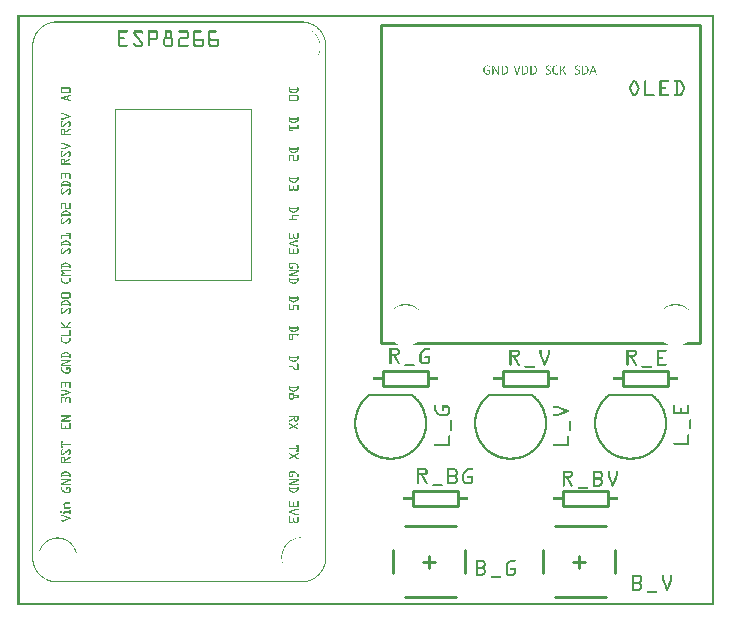
<source format=gto>
G04 MADE WITH FRITZING*
G04 WWW.FRITZING.ORG*
G04 DOUBLE SIDED*
G04 HOLES PLATED*
G04 CONTOUR ON CENTER OF CONTOUR VECTOR*
%ASAXBY*%
%FSLAX23Y23*%
%MOIN*%
%OFA0B0*%
%SFA1.0B1.0*%
%ADD10R,0.456236X0.574330X0.449292X0.567386*%
%ADD11C,0.003472*%
%ADD12C,0.010000*%
%ADD13C,0.007874*%
%ADD14R,0.001000X0.001000*%
%LNSILK1*%
G90*
G70*
G54D11*
X326Y1655D02*
X778Y1655D01*
X778Y1084D01*
X326Y1084D01*
X326Y1655D01*
D02*
G54D12*
X1991Y185D02*
X1991Y107D01*
D02*
X1794Y264D02*
X1961Y264D01*
D02*
X1794Y28D02*
X1961Y28D01*
D02*
X1754Y185D02*
X1754Y107D01*
D02*
X1872Y166D02*
X1872Y126D01*
D02*
X1892Y146D02*
X1853Y146D01*
D02*
X1491Y185D02*
X1491Y107D01*
D02*
X1294Y264D02*
X1461Y264D01*
D02*
X1294Y28D02*
X1461Y28D01*
D02*
X1254Y185D02*
X1254Y107D01*
D02*
X1372Y166D02*
X1372Y126D01*
D02*
X1392Y146D02*
X1353Y146D01*
D02*
X1819Y382D02*
X1969Y382D01*
D02*
X1969Y382D02*
X1969Y332D01*
D02*
X1969Y332D02*
X1819Y332D01*
D02*
X1819Y332D02*
X1819Y382D01*
D02*
X1319Y382D02*
X1469Y382D01*
D02*
X1469Y382D02*
X1469Y332D01*
D02*
X1469Y332D02*
X1319Y332D01*
D02*
X1319Y332D02*
X1319Y382D01*
D02*
X2019Y782D02*
X2169Y782D01*
D02*
X2169Y782D02*
X2169Y732D01*
D02*
X2169Y732D02*
X2019Y732D01*
D02*
X2019Y732D02*
X2019Y782D01*
D02*
X1619Y782D02*
X1769Y782D01*
D02*
X1769Y782D02*
X1769Y732D01*
D02*
X1769Y732D02*
X1619Y732D01*
D02*
X1619Y732D02*
X1619Y782D01*
D02*
X1219Y782D02*
X1369Y782D01*
D02*
X1369Y782D02*
X1369Y732D01*
D02*
X1369Y732D02*
X1219Y732D01*
D02*
X1219Y732D02*
X1219Y782D01*
D02*
X2277Y1936D02*
X2277Y873D01*
D02*
X1214Y1936D02*
X2277Y1936D01*
D02*
X1214Y1936D02*
X1214Y873D01*
G54D13*
X2115Y701D02*
X1974Y701D01*
D02*
X1715Y701D02*
X1574Y701D01*
D02*
X1315Y701D02*
X1174Y701D01*
D02*
G54D14*
X1Y1968D02*
X2322Y1968D01*
X1Y1967D02*
X2322Y1967D01*
X1Y1966D02*
X2322Y1966D01*
X1Y1965D02*
X2322Y1965D01*
X1Y1964D02*
X2322Y1964D01*
X1Y1963D02*
X2322Y1963D01*
X1Y1962D02*
X2322Y1962D01*
X1Y1961D02*
X2322Y1961D01*
X1Y1960D02*
X8Y1960D01*
X2315Y1960D02*
X2322Y1960D01*
X1Y1959D02*
X8Y1959D01*
X2315Y1959D02*
X2322Y1959D01*
X1Y1958D02*
X8Y1958D01*
X2315Y1958D02*
X2322Y1958D01*
X1Y1957D02*
X8Y1957D01*
X2315Y1957D02*
X2322Y1957D01*
X1Y1956D02*
X8Y1956D01*
X2315Y1956D02*
X2322Y1956D01*
X1Y1955D02*
X8Y1955D01*
X2315Y1955D02*
X2322Y1955D01*
X1Y1954D02*
X8Y1954D01*
X2315Y1954D02*
X2322Y1954D01*
X1Y1953D02*
X8Y1953D01*
X2315Y1953D02*
X2322Y1953D01*
X1Y1952D02*
X8Y1952D01*
X2315Y1952D02*
X2322Y1952D01*
X1Y1951D02*
X8Y1951D01*
X2315Y1951D02*
X2322Y1951D01*
X1Y1950D02*
X8Y1950D01*
X2315Y1950D02*
X2322Y1950D01*
X1Y1949D02*
X8Y1949D01*
X2315Y1949D02*
X2322Y1949D01*
X1Y1948D02*
X8Y1948D01*
X2315Y1948D02*
X2322Y1948D01*
X1Y1947D02*
X8Y1947D01*
X2315Y1947D02*
X2322Y1947D01*
X1Y1946D02*
X8Y1946D01*
X124Y1946D02*
X955Y1946D01*
X2315Y1946D02*
X2322Y1946D01*
X1Y1945D02*
X8Y1945D01*
X117Y1945D02*
X962Y1945D01*
X2315Y1945D02*
X2322Y1945D01*
X1Y1944D02*
X8Y1944D01*
X112Y1944D02*
X967Y1944D01*
X2315Y1944D02*
X2322Y1944D01*
X1Y1943D02*
X8Y1943D01*
X108Y1943D02*
X971Y1943D01*
X2315Y1943D02*
X2322Y1943D01*
X1Y1942D02*
X8Y1942D01*
X105Y1942D02*
X119Y1942D01*
X960Y1942D02*
X974Y1942D01*
X2315Y1942D02*
X2322Y1942D01*
X1Y1941D02*
X8Y1941D01*
X103Y1941D02*
X113Y1941D01*
X966Y1941D02*
X977Y1941D01*
X2315Y1941D02*
X2322Y1941D01*
X1Y1940D02*
X8Y1940D01*
X100Y1940D02*
X109Y1940D01*
X970Y1940D02*
X980Y1940D01*
X2315Y1940D02*
X2322Y1940D01*
X1Y1939D02*
X8Y1939D01*
X98Y1939D02*
X106Y1939D01*
X974Y1939D02*
X982Y1939D01*
X2315Y1939D02*
X2322Y1939D01*
X1Y1938D02*
X8Y1938D01*
X96Y1938D02*
X103Y1938D01*
X976Y1938D02*
X984Y1938D01*
X2315Y1938D02*
X2322Y1938D01*
X1Y1937D02*
X8Y1937D01*
X94Y1937D02*
X100Y1937D01*
X979Y1937D02*
X986Y1937D01*
X2315Y1937D02*
X2322Y1937D01*
X1Y1936D02*
X8Y1936D01*
X92Y1936D02*
X98Y1936D01*
X981Y1936D02*
X988Y1936D01*
X2315Y1936D02*
X2322Y1936D01*
X1Y1935D02*
X8Y1935D01*
X90Y1935D02*
X96Y1935D01*
X983Y1935D02*
X989Y1935D01*
X2315Y1935D02*
X2322Y1935D01*
X1Y1934D02*
X8Y1934D01*
X89Y1934D02*
X94Y1934D01*
X986Y1934D02*
X991Y1934D01*
X2315Y1934D02*
X2322Y1934D01*
X1Y1933D02*
X8Y1933D01*
X87Y1933D02*
X92Y1933D01*
X987Y1933D02*
X993Y1933D01*
X2315Y1933D02*
X2322Y1933D01*
X1Y1932D02*
X8Y1932D01*
X85Y1932D02*
X91Y1932D01*
X989Y1932D02*
X994Y1932D01*
X2315Y1932D02*
X2322Y1932D01*
X1Y1931D02*
X8Y1931D01*
X84Y1931D02*
X89Y1931D01*
X991Y1931D02*
X995Y1931D01*
X2315Y1931D02*
X2322Y1931D01*
X1Y1930D02*
X8Y1930D01*
X83Y1930D02*
X87Y1930D01*
X992Y1930D02*
X997Y1930D01*
X2315Y1930D02*
X2322Y1930D01*
X1Y1929D02*
X8Y1929D01*
X81Y1929D02*
X86Y1929D01*
X994Y1929D02*
X998Y1929D01*
X2315Y1929D02*
X2322Y1929D01*
X1Y1928D02*
X8Y1928D01*
X80Y1928D02*
X85Y1928D01*
X995Y1928D02*
X999Y1928D01*
X2315Y1928D02*
X2322Y1928D01*
X1Y1927D02*
X8Y1927D01*
X79Y1927D02*
X83Y1927D01*
X996Y1927D02*
X1001Y1927D01*
X2315Y1927D02*
X2322Y1927D01*
X1Y1926D02*
X8Y1926D01*
X78Y1926D02*
X82Y1926D01*
X998Y1926D02*
X1002Y1926D01*
X2315Y1926D02*
X2322Y1926D01*
X1Y1925D02*
X8Y1925D01*
X77Y1925D02*
X81Y1925D01*
X999Y1925D02*
X1003Y1925D01*
X2315Y1925D02*
X2322Y1925D01*
X1Y1924D02*
X8Y1924D01*
X76Y1924D02*
X79Y1924D01*
X1000Y1924D02*
X1004Y1924D01*
X2315Y1924D02*
X2322Y1924D01*
X1Y1923D02*
X8Y1923D01*
X75Y1923D02*
X78Y1923D01*
X1001Y1923D02*
X1005Y1923D01*
X2315Y1923D02*
X2322Y1923D01*
X1Y1922D02*
X8Y1922D01*
X74Y1922D02*
X77Y1922D01*
X1002Y1922D02*
X1006Y1922D01*
X2315Y1922D02*
X2322Y1922D01*
X1Y1921D02*
X8Y1921D01*
X73Y1921D02*
X76Y1921D01*
X1003Y1921D02*
X1007Y1921D01*
X2315Y1921D02*
X2322Y1921D01*
X1Y1920D02*
X8Y1920D01*
X72Y1920D02*
X75Y1920D01*
X1004Y1920D02*
X1008Y1920D01*
X2315Y1920D02*
X2322Y1920D01*
X1Y1919D02*
X8Y1919D01*
X71Y1919D02*
X74Y1919D01*
X1005Y1919D02*
X1009Y1919D01*
X2315Y1919D02*
X2322Y1919D01*
X1Y1918D02*
X8Y1918D01*
X70Y1918D02*
X73Y1918D01*
X977Y1918D02*
X977Y1918D01*
X1006Y1918D02*
X1010Y1918D01*
X2315Y1918D02*
X2322Y1918D01*
X1Y1917D02*
X8Y1917D01*
X69Y1917D02*
X72Y1917D01*
X1007Y1917D02*
X1011Y1917D01*
X2315Y1917D02*
X2322Y1917D01*
X1Y1916D02*
X8Y1916D01*
X68Y1916D02*
X72Y1916D01*
X337Y1916D02*
X368Y1916D01*
X391Y1916D02*
X415Y1916D01*
X437Y1916D02*
X464Y1916D01*
X494Y1916D02*
X513Y1916D01*
X538Y1916D02*
X567Y1916D01*
X588Y1916D02*
X613Y1916D01*
X639Y1916D02*
X663Y1916D01*
X980Y1916D02*
X980Y1916D01*
X1008Y1916D02*
X1011Y1916D01*
X2315Y1916D02*
X2322Y1916D01*
X1Y1915D02*
X8Y1915D01*
X68Y1915D02*
X71Y1915D01*
X337Y1915D02*
X368Y1915D01*
X389Y1915D02*
X416Y1915D01*
X437Y1915D02*
X466Y1915D01*
X493Y1915D02*
X514Y1915D01*
X538Y1915D02*
X568Y1915D01*
X588Y1915D02*
X613Y1915D01*
X638Y1915D02*
X664Y1915D01*
X982Y1915D02*
X982Y1915D01*
X1009Y1915D02*
X1012Y1915D01*
X2315Y1915D02*
X2322Y1915D01*
X1Y1914D02*
X8Y1914D01*
X67Y1914D02*
X70Y1914D01*
X337Y1914D02*
X369Y1914D01*
X388Y1914D02*
X417Y1914D01*
X437Y1914D02*
X467Y1914D01*
X493Y1914D02*
X514Y1914D01*
X537Y1914D02*
X569Y1914D01*
X587Y1914D02*
X614Y1914D01*
X638Y1914D02*
X664Y1914D01*
X983Y1914D02*
X983Y1914D01*
X1010Y1914D02*
X1013Y1914D01*
X2315Y1914D02*
X2322Y1914D01*
X1Y1913D02*
X8Y1913D01*
X66Y1913D02*
X69Y1913D01*
X337Y1913D02*
X369Y1913D01*
X388Y1913D02*
X418Y1913D01*
X437Y1913D02*
X468Y1913D01*
X493Y1913D02*
X514Y1913D01*
X537Y1913D02*
X570Y1913D01*
X587Y1913D02*
X614Y1913D01*
X637Y1913D02*
X664Y1913D01*
X984Y1913D02*
X984Y1913D01*
X1011Y1913D02*
X1014Y1913D01*
X2315Y1913D02*
X2322Y1913D01*
X1Y1912D02*
X8Y1912D01*
X65Y1912D02*
X68Y1912D01*
X337Y1912D02*
X369Y1912D01*
X387Y1912D02*
X419Y1912D01*
X437Y1912D02*
X469Y1912D01*
X493Y1912D02*
X514Y1912D01*
X537Y1912D02*
X570Y1912D01*
X587Y1912D02*
X614Y1912D01*
X637Y1912D02*
X664Y1912D01*
X986Y1912D02*
X986Y1912D01*
X1011Y1912D02*
X1014Y1912D01*
X2315Y1912D02*
X2322Y1912D01*
X1Y1911D02*
X8Y1911D01*
X65Y1911D02*
X68Y1911D01*
X337Y1911D02*
X368Y1911D01*
X387Y1911D02*
X419Y1911D01*
X437Y1911D02*
X469Y1911D01*
X493Y1911D02*
X514Y1911D01*
X538Y1911D02*
X571Y1911D01*
X587Y1911D02*
X613Y1911D01*
X637Y1911D02*
X663Y1911D01*
X987Y1911D02*
X987Y1911D01*
X1012Y1911D02*
X1015Y1911D01*
X2315Y1911D02*
X2322Y1911D01*
X1Y1910D02*
X8Y1910D01*
X64Y1910D02*
X67Y1910D01*
X337Y1910D02*
X366Y1910D01*
X387Y1910D02*
X420Y1910D01*
X437Y1910D02*
X470Y1910D01*
X493Y1910D02*
X514Y1910D01*
X540Y1910D02*
X571Y1910D01*
X587Y1910D02*
X611Y1910D01*
X637Y1910D02*
X661Y1910D01*
X988Y1910D02*
X988Y1910D01*
X1013Y1910D02*
X1016Y1910D01*
X2315Y1910D02*
X2322Y1910D01*
X1Y1909D02*
X8Y1909D01*
X63Y1909D02*
X66Y1909D01*
X337Y1909D02*
X343Y1909D01*
X387Y1909D02*
X393Y1909D01*
X413Y1909D02*
X420Y1909D01*
X437Y1909D02*
X443Y1909D01*
X463Y1909D02*
X470Y1909D01*
X493Y1909D02*
X499Y1909D01*
X508Y1909D02*
X514Y1909D01*
X565Y1909D02*
X571Y1909D01*
X587Y1909D02*
X593Y1909D01*
X637Y1909D02*
X643Y1909D01*
X989Y1909D02*
X989Y1909D01*
X1013Y1909D02*
X1016Y1909D01*
X2315Y1909D02*
X2322Y1909D01*
X1Y1908D02*
X8Y1908D01*
X63Y1908D02*
X66Y1908D01*
X337Y1908D02*
X343Y1908D01*
X387Y1908D02*
X393Y1908D01*
X414Y1908D02*
X420Y1908D01*
X437Y1908D02*
X443Y1908D01*
X464Y1908D02*
X470Y1908D01*
X493Y1908D02*
X499Y1908D01*
X508Y1908D02*
X514Y1908D01*
X565Y1908D02*
X571Y1908D01*
X587Y1908D02*
X593Y1908D01*
X637Y1908D02*
X643Y1908D01*
X990Y1908D02*
X990Y1908D01*
X1014Y1908D02*
X1017Y1908D01*
X2315Y1908D02*
X2322Y1908D01*
X1Y1907D02*
X8Y1907D01*
X62Y1907D02*
X65Y1907D01*
X337Y1907D02*
X343Y1907D01*
X387Y1907D02*
X394Y1907D01*
X414Y1907D02*
X420Y1907D01*
X437Y1907D02*
X443Y1907D01*
X464Y1907D02*
X470Y1907D01*
X493Y1907D02*
X499Y1907D01*
X508Y1907D02*
X514Y1907D01*
X565Y1907D02*
X571Y1907D01*
X587Y1907D02*
X593Y1907D01*
X637Y1907D02*
X643Y1907D01*
X991Y1907D02*
X991Y1907D01*
X1015Y1907D02*
X1018Y1907D01*
X2315Y1907D02*
X2322Y1907D01*
X1Y1906D02*
X8Y1906D01*
X61Y1906D02*
X64Y1906D01*
X337Y1906D02*
X343Y1906D01*
X387Y1906D02*
X395Y1906D01*
X415Y1906D02*
X420Y1906D01*
X437Y1906D02*
X443Y1906D01*
X464Y1906D02*
X470Y1906D01*
X493Y1906D02*
X499Y1906D01*
X508Y1906D02*
X514Y1906D01*
X565Y1906D02*
X571Y1906D01*
X587Y1906D02*
X593Y1906D01*
X637Y1906D02*
X643Y1906D01*
X992Y1906D02*
X992Y1906D01*
X1015Y1906D02*
X1018Y1906D01*
X2315Y1906D02*
X2322Y1906D01*
X1Y1905D02*
X8Y1905D01*
X61Y1905D02*
X64Y1905D01*
X337Y1905D02*
X343Y1905D01*
X388Y1905D02*
X395Y1905D01*
X415Y1905D02*
X419Y1905D01*
X437Y1905D02*
X443Y1905D01*
X464Y1905D02*
X470Y1905D01*
X493Y1905D02*
X499Y1905D01*
X508Y1905D02*
X514Y1905D01*
X565Y1905D02*
X571Y1905D01*
X587Y1905D02*
X593Y1905D01*
X637Y1905D02*
X643Y1905D01*
X993Y1905D02*
X993Y1905D01*
X1016Y1905D02*
X1019Y1905D01*
X2315Y1905D02*
X2322Y1905D01*
X1Y1904D02*
X8Y1904D01*
X60Y1904D02*
X63Y1904D01*
X337Y1904D02*
X343Y1904D01*
X388Y1904D02*
X396Y1904D01*
X437Y1904D02*
X443Y1904D01*
X464Y1904D02*
X470Y1904D01*
X493Y1904D02*
X499Y1904D01*
X508Y1904D02*
X514Y1904D01*
X565Y1904D02*
X571Y1904D01*
X587Y1904D02*
X593Y1904D01*
X637Y1904D02*
X643Y1904D01*
X993Y1904D02*
X994Y1904D01*
X1017Y1904D02*
X1019Y1904D01*
X2315Y1904D02*
X2322Y1904D01*
X1Y1903D02*
X8Y1903D01*
X60Y1903D02*
X62Y1903D01*
X337Y1903D02*
X343Y1903D01*
X389Y1903D02*
X397Y1903D01*
X437Y1903D02*
X443Y1903D01*
X464Y1903D02*
X470Y1903D01*
X493Y1903D02*
X499Y1903D01*
X508Y1903D02*
X514Y1903D01*
X565Y1903D02*
X571Y1903D01*
X587Y1903D02*
X593Y1903D01*
X637Y1903D02*
X643Y1903D01*
X994Y1903D02*
X995Y1903D01*
X1017Y1903D02*
X1020Y1903D01*
X2315Y1903D02*
X2322Y1903D01*
X1Y1902D02*
X8Y1902D01*
X59Y1902D02*
X62Y1902D01*
X337Y1902D02*
X343Y1902D01*
X390Y1902D02*
X398Y1902D01*
X437Y1902D02*
X443Y1902D01*
X464Y1902D02*
X470Y1902D01*
X493Y1902D02*
X499Y1902D01*
X508Y1902D02*
X514Y1902D01*
X565Y1902D02*
X571Y1902D01*
X587Y1902D02*
X593Y1902D01*
X637Y1902D02*
X643Y1902D01*
X995Y1902D02*
X995Y1902D01*
X1018Y1902D02*
X1020Y1902D01*
X2315Y1902D02*
X2322Y1902D01*
X1Y1901D02*
X8Y1901D01*
X59Y1901D02*
X61Y1901D01*
X337Y1901D02*
X343Y1901D01*
X391Y1901D02*
X399Y1901D01*
X437Y1901D02*
X443Y1901D01*
X464Y1901D02*
X470Y1901D01*
X493Y1901D02*
X499Y1901D01*
X508Y1901D02*
X514Y1901D01*
X565Y1901D02*
X571Y1901D01*
X587Y1901D02*
X593Y1901D01*
X637Y1901D02*
X643Y1901D01*
X996Y1901D02*
X996Y1901D01*
X1018Y1901D02*
X1021Y1901D01*
X2315Y1901D02*
X2322Y1901D01*
X1Y1900D02*
X8Y1900D01*
X58Y1900D02*
X61Y1900D01*
X337Y1900D02*
X343Y1900D01*
X391Y1900D02*
X399Y1900D01*
X437Y1900D02*
X443Y1900D01*
X464Y1900D02*
X470Y1900D01*
X493Y1900D02*
X499Y1900D01*
X508Y1900D02*
X514Y1900D01*
X565Y1900D02*
X571Y1900D01*
X587Y1900D02*
X593Y1900D01*
X637Y1900D02*
X643Y1900D01*
X996Y1900D02*
X997Y1900D01*
X1019Y1900D02*
X1021Y1900D01*
X2315Y1900D02*
X2322Y1900D01*
X1Y1899D02*
X8Y1899D01*
X58Y1899D02*
X61Y1899D01*
X337Y1899D02*
X343Y1899D01*
X392Y1899D02*
X400Y1899D01*
X437Y1899D02*
X443Y1899D01*
X464Y1899D02*
X470Y1899D01*
X493Y1899D02*
X499Y1899D01*
X508Y1899D02*
X514Y1899D01*
X565Y1899D02*
X571Y1899D01*
X587Y1899D02*
X593Y1899D01*
X637Y1899D02*
X643Y1899D01*
X997Y1899D02*
X998Y1899D01*
X1019Y1899D02*
X1022Y1899D01*
X2315Y1899D02*
X2322Y1899D01*
X1Y1898D02*
X8Y1898D01*
X57Y1898D02*
X60Y1898D01*
X337Y1898D02*
X343Y1898D01*
X393Y1898D02*
X401Y1898D01*
X437Y1898D02*
X443Y1898D01*
X464Y1898D02*
X470Y1898D01*
X493Y1898D02*
X499Y1898D01*
X508Y1898D02*
X514Y1898D01*
X565Y1898D02*
X571Y1898D01*
X587Y1898D02*
X593Y1898D01*
X637Y1898D02*
X643Y1898D01*
X998Y1898D02*
X998Y1898D01*
X1020Y1898D02*
X1022Y1898D01*
X2315Y1898D02*
X2322Y1898D01*
X1Y1897D02*
X8Y1897D01*
X57Y1897D02*
X60Y1897D01*
X337Y1897D02*
X343Y1897D01*
X394Y1897D02*
X402Y1897D01*
X437Y1897D02*
X443Y1897D01*
X464Y1897D02*
X470Y1897D01*
X493Y1897D02*
X499Y1897D01*
X508Y1897D02*
X514Y1897D01*
X565Y1897D02*
X571Y1897D01*
X587Y1897D02*
X593Y1897D01*
X637Y1897D02*
X643Y1897D01*
X998Y1897D02*
X999Y1897D01*
X1020Y1897D02*
X1023Y1897D01*
X2315Y1897D02*
X2322Y1897D01*
X1Y1896D02*
X8Y1896D01*
X57Y1896D02*
X59Y1896D01*
X337Y1896D02*
X343Y1896D01*
X394Y1896D02*
X402Y1896D01*
X437Y1896D02*
X443Y1896D01*
X464Y1896D02*
X470Y1896D01*
X493Y1896D02*
X499Y1896D01*
X508Y1896D02*
X514Y1896D01*
X565Y1896D02*
X571Y1896D01*
X587Y1896D02*
X593Y1896D01*
X637Y1896D02*
X643Y1896D01*
X999Y1896D02*
X1000Y1896D01*
X1021Y1896D02*
X1023Y1896D01*
X2315Y1896D02*
X2322Y1896D01*
X1Y1895D02*
X8Y1895D01*
X56Y1895D02*
X59Y1895D01*
X337Y1895D02*
X343Y1895D01*
X395Y1895D02*
X403Y1895D01*
X437Y1895D02*
X443Y1895D01*
X464Y1895D02*
X470Y1895D01*
X493Y1895D02*
X499Y1895D01*
X508Y1895D02*
X514Y1895D01*
X565Y1895D02*
X571Y1895D01*
X587Y1895D02*
X593Y1895D01*
X637Y1895D02*
X643Y1895D01*
X1000Y1895D02*
X1000Y1895D01*
X1021Y1895D02*
X1023Y1895D01*
X2315Y1895D02*
X2322Y1895D01*
X1Y1894D02*
X8Y1894D01*
X56Y1894D02*
X58Y1894D01*
X337Y1894D02*
X343Y1894D01*
X396Y1894D02*
X404Y1894D01*
X437Y1894D02*
X443Y1894D01*
X464Y1894D02*
X470Y1894D01*
X493Y1894D02*
X499Y1894D01*
X508Y1894D02*
X514Y1894D01*
X565Y1894D02*
X571Y1894D01*
X587Y1894D02*
X593Y1894D01*
X637Y1894D02*
X643Y1894D01*
X1000Y1894D02*
X1001Y1894D01*
X1021Y1894D02*
X1024Y1894D01*
X2315Y1894D02*
X2322Y1894D01*
X1Y1893D02*
X8Y1893D01*
X55Y1893D02*
X58Y1893D01*
X337Y1893D02*
X356Y1893D01*
X397Y1893D02*
X405Y1893D01*
X437Y1893D02*
X443Y1893D01*
X464Y1893D02*
X470Y1893D01*
X491Y1893D02*
X516Y1893D01*
X542Y1893D02*
X571Y1893D01*
X587Y1893D02*
X593Y1893D01*
X637Y1893D02*
X643Y1893D01*
X1001Y1893D02*
X1001Y1893D01*
X1022Y1893D02*
X1024Y1893D01*
X2315Y1893D02*
X2322Y1893D01*
X1Y1892D02*
X8Y1892D01*
X55Y1892D02*
X58Y1892D01*
X337Y1892D02*
X357Y1892D01*
X398Y1892D02*
X406Y1892D01*
X437Y1892D02*
X443Y1892D01*
X463Y1892D02*
X470Y1892D01*
X489Y1892D02*
X518Y1892D01*
X540Y1892D02*
X570Y1892D01*
X587Y1892D02*
X593Y1892D01*
X637Y1892D02*
X643Y1892D01*
X1001Y1892D02*
X1002Y1892D01*
X1022Y1892D02*
X1025Y1892D01*
X2315Y1892D02*
X2322Y1892D01*
X1Y1891D02*
X8Y1891D01*
X55Y1891D02*
X57Y1891D01*
X337Y1891D02*
X357Y1891D01*
X398Y1891D02*
X406Y1891D01*
X437Y1891D02*
X443Y1891D01*
X462Y1891D02*
X470Y1891D01*
X488Y1891D02*
X519Y1891D01*
X539Y1891D02*
X570Y1891D01*
X587Y1891D02*
X593Y1891D01*
X637Y1891D02*
X643Y1891D01*
X1002Y1891D02*
X1002Y1891D01*
X1022Y1891D02*
X1025Y1891D01*
X2315Y1891D02*
X2322Y1891D01*
X1Y1890D02*
X8Y1890D01*
X54Y1890D02*
X57Y1890D01*
X337Y1890D02*
X358Y1890D01*
X399Y1890D02*
X407Y1890D01*
X437Y1890D02*
X469Y1890D01*
X488Y1890D02*
X519Y1890D01*
X538Y1890D02*
X570Y1890D01*
X587Y1890D02*
X593Y1890D01*
X637Y1890D02*
X644Y1890D01*
X1002Y1890D02*
X1003Y1890D01*
X1023Y1890D02*
X1025Y1890D01*
X2315Y1890D02*
X2322Y1890D01*
X1Y1889D02*
X8Y1889D01*
X54Y1889D02*
X57Y1889D01*
X337Y1889D02*
X358Y1889D01*
X400Y1889D02*
X408Y1889D01*
X437Y1889D02*
X469Y1889D01*
X487Y1889D02*
X520Y1889D01*
X538Y1889D02*
X569Y1889D01*
X587Y1889D02*
X619Y1889D01*
X637Y1889D02*
X669Y1889D01*
X1003Y1889D02*
X1003Y1889D01*
X1023Y1889D02*
X1026Y1889D01*
X2315Y1889D02*
X2322Y1889D01*
X1Y1888D02*
X8Y1888D01*
X54Y1888D02*
X56Y1888D01*
X337Y1888D02*
X357Y1888D01*
X401Y1888D02*
X409Y1888D01*
X437Y1888D02*
X468Y1888D01*
X487Y1888D02*
X520Y1888D01*
X537Y1888D02*
X568Y1888D01*
X587Y1888D02*
X620Y1888D01*
X637Y1888D02*
X670Y1888D01*
X1003Y1888D02*
X1004Y1888D01*
X1023Y1888D02*
X1026Y1888D01*
X2315Y1888D02*
X2322Y1888D01*
X1Y1887D02*
X8Y1887D01*
X53Y1887D02*
X56Y1887D01*
X337Y1887D02*
X356Y1887D01*
X401Y1887D02*
X409Y1887D01*
X437Y1887D02*
X467Y1887D01*
X487Y1887D02*
X520Y1887D01*
X537Y1887D02*
X566Y1887D01*
X587Y1887D02*
X621Y1887D01*
X637Y1887D02*
X671Y1887D01*
X1004Y1887D02*
X1004Y1887D01*
X1024Y1887D02*
X1026Y1887D01*
X2315Y1887D02*
X2322Y1887D01*
X1Y1886D02*
X8Y1886D01*
X53Y1886D02*
X56Y1886D01*
X337Y1886D02*
X343Y1886D01*
X402Y1886D02*
X410Y1886D01*
X437Y1886D02*
X466Y1886D01*
X487Y1886D02*
X493Y1886D01*
X514Y1886D02*
X520Y1886D01*
X537Y1886D02*
X543Y1886D01*
X587Y1886D02*
X621Y1886D01*
X637Y1886D02*
X671Y1886D01*
X1004Y1886D02*
X1005Y1886D01*
X1024Y1886D02*
X1026Y1886D01*
X2315Y1886D02*
X2322Y1886D01*
X1Y1885D02*
X8Y1885D01*
X53Y1885D02*
X55Y1885D01*
X337Y1885D02*
X343Y1885D01*
X403Y1885D02*
X411Y1885D01*
X437Y1885D02*
X465Y1885D01*
X487Y1885D02*
X493Y1885D01*
X514Y1885D02*
X520Y1885D01*
X537Y1885D02*
X543Y1885D01*
X587Y1885D02*
X621Y1885D01*
X637Y1885D02*
X671Y1885D01*
X1004Y1885D02*
X1005Y1885D01*
X1024Y1885D02*
X1027Y1885D01*
X2315Y1885D02*
X2322Y1885D01*
X1Y1884D02*
X8Y1884D01*
X53Y1884D02*
X55Y1884D01*
X337Y1884D02*
X343Y1884D01*
X404Y1884D02*
X412Y1884D01*
X437Y1884D02*
X463Y1884D01*
X487Y1884D02*
X493Y1884D01*
X514Y1884D02*
X520Y1884D01*
X537Y1884D02*
X543Y1884D01*
X587Y1884D02*
X621Y1884D01*
X637Y1884D02*
X671Y1884D01*
X1005Y1884D02*
X1006Y1884D01*
X1024Y1884D02*
X1027Y1884D01*
X2315Y1884D02*
X2322Y1884D01*
X1Y1883D02*
X8Y1883D01*
X52Y1883D02*
X55Y1883D01*
X337Y1883D02*
X343Y1883D01*
X405Y1883D02*
X413Y1883D01*
X437Y1883D02*
X443Y1883D01*
X487Y1883D02*
X493Y1883D01*
X514Y1883D02*
X520Y1883D01*
X537Y1883D02*
X543Y1883D01*
X587Y1883D02*
X621Y1883D01*
X637Y1883D02*
X671Y1883D01*
X1005Y1883D02*
X1006Y1883D01*
X1025Y1883D02*
X1027Y1883D01*
X2315Y1883D02*
X2322Y1883D01*
X1Y1882D02*
X8Y1882D01*
X52Y1882D02*
X55Y1882D01*
X337Y1882D02*
X343Y1882D01*
X405Y1882D02*
X413Y1882D01*
X437Y1882D02*
X443Y1882D01*
X487Y1882D02*
X493Y1882D01*
X514Y1882D02*
X520Y1882D01*
X537Y1882D02*
X543Y1882D01*
X587Y1882D02*
X593Y1882D01*
X615Y1882D02*
X621Y1882D01*
X637Y1882D02*
X643Y1882D01*
X665Y1882D02*
X671Y1882D01*
X1006Y1882D02*
X1006Y1882D01*
X1025Y1882D02*
X1027Y1882D01*
X2315Y1882D02*
X2322Y1882D01*
X1Y1881D02*
X8Y1881D01*
X52Y1881D02*
X55Y1881D01*
X337Y1881D02*
X343Y1881D01*
X406Y1881D02*
X414Y1881D01*
X437Y1881D02*
X443Y1881D01*
X487Y1881D02*
X493Y1881D01*
X514Y1881D02*
X520Y1881D01*
X537Y1881D02*
X543Y1881D01*
X587Y1881D02*
X593Y1881D01*
X615Y1881D02*
X621Y1881D01*
X637Y1881D02*
X643Y1881D01*
X665Y1881D02*
X671Y1881D01*
X1006Y1881D02*
X1007Y1881D01*
X1025Y1881D02*
X1028Y1881D01*
X2315Y1881D02*
X2322Y1881D01*
X1Y1880D02*
X8Y1880D01*
X52Y1880D02*
X54Y1880D01*
X337Y1880D02*
X343Y1880D01*
X407Y1880D02*
X415Y1880D01*
X437Y1880D02*
X443Y1880D01*
X487Y1880D02*
X493Y1880D01*
X514Y1880D02*
X520Y1880D01*
X537Y1880D02*
X543Y1880D01*
X587Y1880D02*
X593Y1880D01*
X615Y1880D02*
X621Y1880D01*
X637Y1880D02*
X643Y1880D01*
X665Y1880D02*
X671Y1880D01*
X1006Y1880D02*
X1007Y1880D01*
X1025Y1880D02*
X1028Y1880D01*
X2315Y1880D02*
X2322Y1880D01*
X1Y1879D02*
X8Y1879D01*
X52Y1879D02*
X54Y1879D01*
X337Y1879D02*
X343Y1879D01*
X408Y1879D02*
X416Y1879D01*
X437Y1879D02*
X443Y1879D01*
X487Y1879D02*
X493Y1879D01*
X514Y1879D02*
X520Y1879D01*
X537Y1879D02*
X543Y1879D01*
X587Y1879D02*
X593Y1879D01*
X615Y1879D02*
X621Y1879D01*
X637Y1879D02*
X643Y1879D01*
X665Y1879D02*
X671Y1879D01*
X1006Y1879D02*
X1007Y1879D01*
X1025Y1879D02*
X1028Y1879D01*
X2315Y1879D02*
X2322Y1879D01*
X1Y1878D02*
X8Y1878D01*
X52Y1878D02*
X54Y1878D01*
X337Y1878D02*
X343Y1878D01*
X408Y1878D02*
X416Y1878D01*
X437Y1878D02*
X443Y1878D01*
X487Y1878D02*
X493Y1878D01*
X514Y1878D02*
X520Y1878D01*
X537Y1878D02*
X543Y1878D01*
X587Y1878D02*
X593Y1878D01*
X615Y1878D02*
X621Y1878D01*
X637Y1878D02*
X643Y1878D01*
X665Y1878D02*
X671Y1878D01*
X1007Y1878D02*
X1007Y1878D01*
X1026Y1878D02*
X1028Y1878D01*
X2315Y1878D02*
X2322Y1878D01*
X1Y1877D02*
X8Y1877D01*
X51Y1877D02*
X54Y1877D01*
X337Y1877D02*
X343Y1877D01*
X409Y1877D02*
X417Y1877D01*
X437Y1877D02*
X443Y1877D01*
X487Y1877D02*
X493Y1877D01*
X514Y1877D02*
X520Y1877D01*
X537Y1877D02*
X543Y1877D01*
X587Y1877D02*
X593Y1877D01*
X615Y1877D02*
X621Y1877D01*
X637Y1877D02*
X643Y1877D01*
X665Y1877D02*
X671Y1877D01*
X1007Y1877D02*
X1008Y1877D01*
X1026Y1877D02*
X1028Y1877D01*
X2315Y1877D02*
X2322Y1877D01*
X1Y1876D02*
X8Y1876D01*
X51Y1876D02*
X54Y1876D01*
X337Y1876D02*
X343Y1876D01*
X410Y1876D02*
X418Y1876D01*
X437Y1876D02*
X443Y1876D01*
X487Y1876D02*
X493Y1876D01*
X514Y1876D02*
X520Y1876D01*
X537Y1876D02*
X543Y1876D01*
X587Y1876D02*
X593Y1876D01*
X615Y1876D02*
X621Y1876D01*
X637Y1876D02*
X643Y1876D01*
X665Y1876D02*
X671Y1876D01*
X1007Y1876D02*
X1008Y1876D01*
X1026Y1876D02*
X1028Y1876D01*
X2315Y1876D02*
X2322Y1876D01*
X1Y1875D02*
X8Y1875D01*
X51Y1875D02*
X54Y1875D01*
X337Y1875D02*
X343Y1875D01*
X388Y1875D02*
X391Y1875D01*
X411Y1875D02*
X419Y1875D01*
X437Y1875D02*
X443Y1875D01*
X487Y1875D02*
X493Y1875D01*
X514Y1875D02*
X520Y1875D01*
X537Y1875D02*
X543Y1875D01*
X587Y1875D02*
X593Y1875D01*
X615Y1875D02*
X621Y1875D01*
X637Y1875D02*
X643Y1875D01*
X665Y1875D02*
X671Y1875D01*
X1008Y1875D02*
X1008Y1875D01*
X1026Y1875D02*
X1028Y1875D01*
X2315Y1875D02*
X2322Y1875D01*
X1Y1874D02*
X8Y1874D01*
X51Y1874D02*
X53Y1874D01*
X337Y1874D02*
X343Y1874D01*
X387Y1874D02*
X392Y1874D01*
X412Y1874D02*
X419Y1874D01*
X437Y1874D02*
X443Y1874D01*
X487Y1874D02*
X493Y1874D01*
X514Y1874D02*
X520Y1874D01*
X537Y1874D02*
X543Y1874D01*
X587Y1874D02*
X593Y1874D01*
X615Y1874D02*
X621Y1874D01*
X637Y1874D02*
X643Y1874D01*
X665Y1874D02*
X671Y1874D01*
X1008Y1874D02*
X1008Y1874D01*
X1026Y1874D02*
X1029Y1874D01*
X2315Y1874D02*
X2322Y1874D01*
X1Y1873D02*
X8Y1873D01*
X51Y1873D02*
X53Y1873D01*
X337Y1873D02*
X343Y1873D01*
X387Y1873D02*
X392Y1873D01*
X412Y1873D02*
X420Y1873D01*
X437Y1873D02*
X443Y1873D01*
X487Y1873D02*
X493Y1873D01*
X514Y1873D02*
X520Y1873D01*
X537Y1873D02*
X543Y1873D01*
X587Y1873D02*
X593Y1873D01*
X615Y1873D02*
X621Y1873D01*
X637Y1873D02*
X643Y1873D01*
X665Y1873D02*
X671Y1873D01*
X1008Y1873D02*
X1008Y1873D01*
X1026Y1873D02*
X1029Y1873D01*
X2315Y1873D02*
X2322Y1873D01*
X1Y1872D02*
X8Y1872D01*
X51Y1872D02*
X53Y1872D01*
X337Y1872D02*
X343Y1872D01*
X387Y1872D02*
X393Y1872D01*
X413Y1872D02*
X420Y1872D01*
X437Y1872D02*
X443Y1872D01*
X487Y1872D02*
X493Y1872D01*
X514Y1872D02*
X520Y1872D01*
X537Y1872D02*
X543Y1872D01*
X587Y1872D02*
X593Y1872D01*
X615Y1872D02*
X621Y1872D01*
X637Y1872D02*
X643Y1872D01*
X665Y1872D02*
X671Y1872D01*
X1008Y1872D02*
X1009Y1872D01*
X1026Y1872D02*
X1029Y1872D01*
X2315Y1872D02*
X2322Y1872D01*
X1Y1871D02*
X8Y1871D01*
X51Y1871D02*
X53Y1871D01*
X337Y1871D02*
X343Y1871D01*
X387Y1871D02*
X393Y1871D01*
X414Y1871D02*
X420Y1871D01*
X437Y1871D02*
X443Y1871D01*
X487Y1871D02*
X493Y1871D01*
X514Y1871D02*
X520Y1871D01*
X537Y1871D02*
X543Y1871D01*
X587Y1871D02*
X593Y1871D01*
X615Y1871D02*
X621Y1871D01*
X637Y1871D02*
X643Y1871D01*
X665Y1871D02*
X671Y1871D01*
X1008Y1871D02*
X1009Y1871D01*
X1026Y1871D02*
X1029Y1871D01*
X2315Y1871D02*
X2322Y1871D01*
X1Y1870D02*
X8Y1870D01*
X51Y1870D02*
X53Y1870D01*
X337Y1870D02*
X343Y1870D01*
X387Y1870D02*
X394Y1870D01*
X414Y1870D02*
X420Y1870D01*
X437Y1870D02*
X443Y1870D01*
X487Y1870D02*
X493Y1870D01*
X514Y1870D02*
X520Y1870D01*
X537Y1870D02*
X543Y1870D01*
X587Y1870D02*
X594Y1870D01*
X615Y1870D02*
X621Y1870D01*
X637Y1870D02*
X644Y1870D01*
X665Y1870D02*
X671Y1870D01*
X1008Y1870D02*
X1009Y1870D01*
X1026Y1870D02*
X1029Y1870D01*
X2315Y1870D02*
X2322Y1870D01*
X1Y1869D02*
X8Y1869D01*
X51Y1869D02*
X53Y1869D01*
X337Y1869D02*
X368Y1869D01*
X387Y1869D02*
X420Y1869D01*
X437Y1869D02*
X443Y1869D01*
X487Y1869D02*
X520Y1869D01*
X537Y1869D02*
X569Y1869D01*
X587Y1869D02*
X621Y1869D01*
X637Y1869D02*
X671Y1869D01*
X1009Y1869D02*
X1009Y1869D01*
X1027Y1869D02*
X1029Y1869D01*
X2315Y1869D02*
X2322Y1869D01*
X1Y1868D02*
X8Y1868D01*
X51Y1868D02*
X53Y1868D01*
X337Y1868D02*
X368Y1868D01*
X388Y1868D02*
X420Y1868D01*
X437Y1868D02*
X443Y1868D01*
X487Y1868D02*
X520Y1868D01*
X537Y1868D02*
X570Y1868D01*
X587Y1868D02*
X621Y1868D01*
X637Y1868D02*
X671Y1868D01*
X1009Y1868D02*
X1009Y1868D01*
X1027Y1868D02*
X1029Y1868D01*
X2315Y1868D02*
X2322Y1868D01*
X1Y1867D02*
X8Y1867D01*
X51Y1867D02*
X53Y1867D01*
X337Y1867D02*
X369Y1867D01*
X388Y1867D02*
X419Y1867D01*
X437Y1867D02*
X443Y1867D01*
X488Y1867D02*
X520Y1867D01*
X537Y1867D02*
X571Y1867D01*
X587Y1867D02*
X621Y1867D01*
X637Y1867D02*
X671Y1867D01*
X1009Y1867D02*
X1009Y1867D01*
X1027Y1867D02*
X1029Y1867D01*
X2315Y1867D02*
X2322Y1867D01*
X1Y1866D02*
X8Y1866D01*
X51Y1866D02*
X53Y1866D01*
X337Y1866D02*
X369Y1866D01*
X389Y1866D02*
X418Y1866D01*
X437Y1866D02*
X443Y1866D01*
X488Y1866D02*
X519Y1866D01*
X537Y1866D02*
X571Y1866D01*
X587Y1866D02*
X621Y1866D01*
X638Y1866D02*
X671Y1866D01*
X1009Y1866D02*
X1009Y1866D01*
X1027Y1866D02*
X1029Y1866D01*
X2315Y1866D02*
X2322Y1866D01*
X1Y1865D02*
X8Y1865D01*
X51Y1865D02*
X53Y1865D01*
X337Y1865D02*
X369Y1865D01*
X390Y1865D02*
X418Y1865D01*
X437Y1865D02*
X442Y1865D01*
X489Y1865D02*
X518Y1865D01*
X537Y1865D02*
X570Y1865D01*
X588Y1865D02*
X621Y1865D01*
X638Y1865D02*
X671Y1865D01*
X1009Y1865D02*
X1009Y1865D01*
X1027Y1865D02*
X1029Y1865D01*
X2315Y1865D02*
X2322Y1865D01*
X1Y1864D02*
X8Y1864D01*
X51Y1864D02*
X53Y1864D01*
X337Y1864D02*
X368Y1864D01*
X391Y1864D02*
X416Y1864D01*
X438Y1864D02*
X442Y1864D01*
X490Y1864D02*
X517Y1864D01*
X537Y1864D02*
X570Y1864D01*
X588Y1864D02*
X620Y1864D01*
X638Y1864D02*
X670Y1864D01*
X1009Y1864D02*
X1009Y1864D01*
X1027Y1864D02*
X1029Y1864D01*
X2315Y1864D02*
X2322Y1864D01*
X1Y1863D02*
X8Y1863D01*
X51Y1863D02*
X53Y1863D01*
X338Y1863D02*
X366Y1863D01*
X394Y1863D02*
X414Y1863D01*
X439Y1863D02*
X440Y1863D01*
X492Y1863D02*
X515Y1863D01*
X537Y1863D02*
X568Y1863D01*
X590Y1863D02*
X618Y1863D01*
X640Y1863D02*
X669Y1863D01*
X1009Y1863D02*
X1009Y1863D01*
X1027Y1863D02*
X1029Y1863D01*
X2315Y1863D02*
X2322Y1863D01*
X1Y1862D02*
X8Y1862D01*
X51Y1862D02*
X53Y1862D01*
X1009Y1862D02*
X1010Y1862D01*
X1027Y1862D02*
X1029Y1862D01*
X2315Y1862D02*
X2322Y1862D01*
X1Y1861D02*
X8Y1861D01*
X51Y1861D02*
X53Y1861D01*
X1009Y1861D02*
X1009Y1861D01*
X1027Y1861D02*
X1029Y1861D01*
X2315Y1861D02*
X2322Y1861D01*
X1Y1860D02*
X8Y1860D01*
X51Y1860D02*
X53Y1860D01*
X1009Y1860D02*
X1009Y1860D01*
X1027Y1860D02*
X1029Y1860D01*
X2315Y1860D02*
X2322Y1860D01*
X1Y1859D02*
X8Y1859D01*
X51Y1859D02*
X53Y1859D01*
X1009Y1859D02*
X1009Y1859D01*
X1027Y1859D02*
X1029Y1859D01*
X2315Y1859D02*
X2322Y1859D01*
X1Y1858D02*
X8Y1858D01*
X51Y1858D02*
X53Y1858D01*
X1009Y1858D02*
X1009Y1858D01*
X1027Y1858D02*
X1029Y1858D01*
X2315Y1858D02*
X2322Y1858D01*
X1Y1857D02*
X8Y1857D01*
X51Y1857D02*
X53Y1857D01*
X1009Y1857D02*
X1009Y1857D01*
X1027Y1857D02*
X1029Y1857D01*
X2315Y1857D02*
X2322Y1857D01*
X1Y1856D02*
X8Y1856D01*
X51Y1856D02*
X53Y1856D01*
X1009Y1856D02*
X1009Y1856D01*
X1027Y1856D02*
X1029Y1856D01*
X2315Y1856D02*
X2322Y1856D01*
X1Y1855D02*
X8Y1855D01*
X51Y1855D02*
X53Y1855D01*
X1009Y1855D02*
X1009Y1855D01*
X1027Y1855D02*
X1029Y1855D01*
X2315Y1855D02*
X2322Y1855D01*
X1Y1854D02*
X8Y1854D01*
X51Y1854D02*
X53Y1854D01*
X1009Y1854D02*
X1009Y1854D01*
X1027Y1854D02*
X1029Y1854D01*
X2315Y1854D02*
X2322Y1854D01*
X1Y1853D02*
X8Y1853D01*
X51Y1853D02*
X53Y1853D01*
X1009Y1853D02*
X1009Y1853D01*
X1027Y1853D02*
X1029Y1853D01*
X2315Y1853D02*
X2322Y1853D01*
X1Y1852D02*
X8Y1852D01*
X51Y1852D02*
X53Y1852D01*
X1009Y1852D02*
X1009Y1852D01*
X1027Y1852D02*
X1029Y1852D01*
X2315Y1852D02*
X2322Y1852D01*
X1Y1851D02*
X8Y1851D01*
X51Y1851D02*
X53Y1851D01*
X1008Y1851D02*
X1009Y1851D01*
X1027Y1851D02*
X1029Y1851D01*
X2315Y1851D02*
X2322Y1851D01*
X1Y1850D02*
X8Y1850D01*
X51Y1850D02*
X53Y1850D01*
X1008Y1850D02*
X1008Y1850D01*
X1027Y1850D02*
X1029Y1850D01*
X2315Y1850D02*
X2322Y1850D01*
X1Y1849D02*
X8Y1849D01*
X51Y1849D02*
X53Y1849D01*
X1008Y1849D02*
X1008Y1849D01*
X1027Y1849D02*
X1029Y1849D01*
X2315Y1849D02*
X2322Y1849D01*
X1Y1848D02*
X8Y1848D01*
X51Y1848D02*
X53Y1848D01*
X1008Y1848D02*
X1008Y1848D01*
X1027Y1848D02*
X1029Y1848D01*
X2315Y1848D02*
X2322Y1848D01*
X1Y1847D02*
X8Y1847D01*
X51Y1847D02*
X53Y1847D01*
X1008Y1847D02*
X1008Y1847D01*
X1027Y1847D02*
X1029Y1847D01*
X2315Y1847D02*
X2322Y1847D01*
X1Y1846D02*
X8Y1846D01*
X51Y1846D02*
X53Y1846D01*
X1007Y1846D02*
X1007Y1846D01*
X1027Y1846D02*
X1029Y1846D01*
X2315Y1846D02*
X2322Y1846D01*
X1Y1845D02*
X8Y1845D01*
X51Y1845D02*
X53Y1845D01*
X1007Y1845D02*
X1007Y1845D01*
X1027Y1845D02*
X1029Y1845D01*
X2315Y1845D02*
X2322Y1845D01*
X1Y1844D02*
X8Y1844D01*
X51Y1844D02*
X53Y1844D01*
X1007Y1844D02*
X1007Y1844D01*
X1027Y1844D02*
X1029Y1844D01*
X2315Y1844D02*
X2322Y1844D01*
X1Y1843D02*
X8Y1843D01*
X51Y1843D02*
X53Y1843D01*
X1007Y1843D02*
X1007Y1843D01*
X1027Y1843D02*
X1029Y1843D01*
X2315Y1843D02*
X2322Y1843D01*
X1Y1842D02*
X8Y1842D01*
X51Y1842D02*
X53Y1842D01*
X1006Y1842D02*
X1006Y1842D01*
X1027Y1842D02*
X1029Y1842D01*
X2315Y1842D02*
X2322Y1842D01*
X1Y1841D02*
X8Y1841D01*
X51Y1841D02*
X53Y1841D01*
X1006Y1841D02*
X1006Y1841D01*
X1027Y1841D02*
X1029Y1841D01*
X2315Y1841D02*
X2322Y1841D01*
X1Y1840D02*
X8Y1840D01*
X51Y1840D02*
X53Y1840D01*
X1006Y1840D02*
X1006Y1840D01*
X1027Y1840D02*
X1029Y1840D01*
X2315Y1840D02*
X2322Y1840D01*
X1Y1839D02*
X8Y1839D01*
X51Y1839D02*
X53Y1839D01*
X1005Y1839D02*
X1005Y1839D01*
X1027Y1839D02*
X1029Y1839D01*
X2315Y1839D02*
X2322Y1839D01*
X1Y1838D02*
X8Y1838D01*
X51Y1838D02*
X53Y1838D01*
X1005Y1838D02*
X1005Y1838D01*
X1027Y1838D02*
X1029Y1838D01*
X2315Y1838D02*
X2322Y1838D01*
X1Y1837D02*
X8Y1837D01*
X51Y1837D02*
X53Y1837D01*
X1027Y1837D02*
X1029Y1837D01*
X2315Y1837D02*
X2322Y1837D01*
X1Y1836D02*
X8Y1836D01*
X51Y1836D02*
X53Y1836D01*
X1004Y1836D02*
X1004Y1836D01*
X1027Y1836D02*
X1029Y1836D01*
X2315Y1836D02*
X2322Y1836D01*
X1Y1835D02*
X8Y1835D01*
X51Y1835D02*
X53Y1835D01*
X1004Y1835D02*
X1004Y1835D01*
X1027Y1835D02*
X1029Y1835D01*
X2315Y1835D02*
X2322Y1835D01*
X1Y1834D02*
X8Y1834D01*
X51Y1834D02*
X53Y1834D01*
X1027Y1834D02*
X1029Y1834D01*
X2315Y1834D02*
X2322Y1834D01*
X1Y1833D02*
X8Y1833D01*
X51Y1833D02*
X53Y1833D01*
X1003Y1833D02*
X1003Y1833D01*
X1027Y1833D02*
X1029Y1833D01*
X2315Y1833D02*
X2322Y1833D01*
X1Y1832D02*
X8Y1832D01*
X51Y1832D02*
X53Y1832D01*
X1027Y1832D02*
X1029Y1832D01*
X2315Y1832D02*
X2322Y1832D01*
X1Y1831D02*
X8Y1831D01*
X51Y1831D02*
X53Y1831D01*
X1002Y1831D02*
X1002Y1831D01*
X1027Y1831D02*
X1029Y1831D01*
X2315Y1831D02*
X2322Y1831D01*
X1Y1830D02*
X8Y1830D01*
X51Y1830D02*
X53Y1830D01*
X1027Y1830D02*
X1029Y1830D01*
X2315Y1830D02*
X2322Y1830D01*
X1Y1829D02*
X8Y1829D01*
X51Y1829D02*
X53Y1829D01*
X1027Y1829D02*
X1029Y1829D01*
X2315Y1829D02*
X2322Y1829D01*
X1Y1828D02*
X8Y1828D01*
X51Y1828D02*
X53Y1828D01*
X1027Y1828D02*
X1029Y1828D01*
X2315Y1828D02*
X2322Y1828D01*
X1Y1827D02*
X8Y1827D01*
X51Y1827D02*
X53Y1827D01*
X1027Y1827D02*
X1029Y1827D01*
X2315Y1827D02*
X2322Y1827D01*
X1Y1826D02*
X8Y1826D01*
X51Y1826D02*
X53Y1826D01*
X1027Y1826D02*
X1029Y1826D01*
X2315Y1826D02*
X2322Y1826D01*
X1Y1825D02*
X8Y1825D01*
X51Y1825D02*
X53Y1825D01*
X1027Y1825D02*
X1029Y1825D01*
X2315Y1825D02*
X2322Y1825D01*
X1Y1824D02*
X8Y1824D01*
X51Y1824D02*
X53Y1824D01*
X1027Y1824D02*
X1029Y1824D01*
X2315Y1824D02*
X2322Y1824D01*
X1Y1823D02*
X8Y1823D01*
X51Y1823D02*
X53Y1823D01*
X1027Y1823D02*
X1029Y1823D01*
X2315Y1823D02*
X2322Y1823D01*
X1Y1822D02*
X8Y1822D01*
X51Y1822D02*
X53Y1822D01*
X1027Y1822D02*
X1029Y1822D01*
X2315Y1822D02*
X2322Y1822D01*
X1Y1821D02*
X8Y1821D01*
X51Y1821D02*
X53Y1821D01*
X1027Y1821D02*
X1029Y1821D01*
X2315Y1821D02*
X2322Y1821D01*
X1Y1820D02*
X8Y1820D01*
X51Y1820D02*
X53Y1820D01*
X1027Y1820D02*
X1029Y1820D01*
X2315Y1820D02*
X2322Y1820D01*
X1Y1819D02*
X8Y1819D01*
X51Y1819D02*
X53Y1819D01*
X1027Y1819D02*
X1029Y1819D01*
X2315Y1819D02*
X2322Y1819D01*
X1Y1818D02*
X8Y1818D01*
X51Y1818D02*
X53Y1818D01*
X1027Y1818D02*
X1029Y1818D01*
X2315Y1818D02*
X2322Y1818D01*
X1Y1817D02*
X8Y1817D01*
X51Y1817D02*
X53Y1817D01*
X1027Y1817D02*
X1029Y1817D01*
X2315Y1817D02*
X2322Y1817D01*
X1Y1816D02*
X8Y1816D01*
X51Y1816D02*
X53Y1816D01*
X1027Y1816D02*
X1029Y1816D01*
X2315Y1816D02*
X2322Y1816D01*
X1Y1815D02*
X8Y1815D01*
X51Y1815D02*
X53Y1815D01*
X1027Y1815D02*
X1029Y1815D01*
X2315Y1815D02*
X2322Y1815D01*
X1Y1814D02*
X8Y1814D01*
X51Y1814D02*
X53Y1814D01*
X1027Y1814D02*
X1029Y1814D01*
X2315Y1814D02*
X2322Y1814D01*
X1Y1813D02*
X8Y1813D01*
X51Y1813D02*
X53Y1813D01*
X1027Y1813D02*
X1029Y1813D01*
X2315Y1813D02*
X2322Y1813D01*
X1Y1812D02*
X8Y1812D01*
X51Y1812D02*
X53Y1812D01*
X1027Y1812D02*
X1029Y1812D01*
X2315Y1812D02*
X2322Y1812D01*
X1Y1811D02*
X8Y1811D01*
X51Y1811D02*
X53Y1811D01*
X1027Y1811D02*
X1029Y1811D01*
X2315Y1811D02*
X2322Y1811D01*
X1Y1810D02*
X8Y1810D01*
X51Y1810D02*
X53Y1810D01*
X1027Y1810D02*
X1029Y1810D01*
X2315Y1810D02*
X2322Y1810D01*
X1Y1809D02*
X8Y1809D01*
X51Y1809D02*
X53Y1809D01*
X1027Y1809D02*
X1029Y1809D01*
X2315Y1809D02*
X2322Y1809D01*
X1Y1808D02*
X8Y1808D01*
X51Y1808D02*
X53Y1808D01*
X1027Y1808D02*
X1029Y1808D01*
X2315Y1808D02*
X2322Y1808D01*
X1Y1807D02*
X8Y1807D01*
X51Y1807D02*
X53Y1807D01*
X1027Y1807D02*
X1029Y1807D01*
X2315Y1807D02*
X2322Y1807D01*
X1Y1806D02*
X8Y1806D01*
X51Y1806D02*
X53Y1806D01*
X1027Y1806D02*
X1029Y1806D01*
X2315Y1806D02*
X2322Y1806D01*
X1Y1805D02*
X8Y1805D01*
X51Y1805D02*
X53Y1805D01*
X1027Y1805D02*
X1029Y1805D01*
X2315Y1805D02*
X2322Y1805D01*
X1Y1804D02*
X8Y1804D01*
X51Y1804D02*
X53Y1804D01*
X1027Y1804D02*
X1029Y1804D01*
X2315Y1804D02*
X2322Y1804D01*
X1Y1803D02*
X8Y1803D01*
X51Y1803D02*
X53Y1803D01*
X1027Y1803D02*
X1029Y1803D01*
X2315Y1803D02*
X2322Y1803D01*
X1Y1802D02*
X8Y1802D01*
X51Y1802D02*
X53Y1802D01*
X1027Y1802D02*
X1029Y1802D01*
X2315Y1802D02*
X2322Y1802D01*
X1Y1801D02*
X8Y1801D01*
X51Y1801D02*
X53Y1801D01*
X1027Y1801D02*
X1029Y1801D01*
X2315Y1801D02*
X2322Y1801D01*
X1Y1800D02*
X8Y1800D01*
X51Y1800D02*
X53Y1800D01*
X1027Y1800D02*
X1029Y1800D01*
X1567Y1800D02*
X1569Y1800D01*
X1769Y1800D02*
X1772Y1800D01*
X1796Y1800D02*
X1798Y1800D01*
X1867Y1800D02*
X1869Y1800D01*
X2315Y1800D02*
X2322Y1800D01*
X1Y1799D02*
X8Y1799D01*
X51Y1799D02*
X53Y1799D01*
X1027Y1799D02*
X1029Y1799D01*
X1562Y1799D02*
X1574Y1799D01*
X1584Y1799D02*
X1588Y1799D01*
X1603Y1799D02*
X1606Y1799D01*
X1615Y1799D02*
X1627Y1799D01*
X1655Y1799D02*
X1658Y1799D01*
X1674Y1799D02*
X1677Y1799D01*
X1682Y1799D02*
X1694Y1799D01*
X1711Y1799D02*
X1723Y1799D01*
X1766Y1799D02*
X1776Y1799D01*
X1792Y1799D02*
X1803Y1799D01*
X1811Y1799D02*
X1813Y1799D01*
X1826Y1799D02*
X1829Y1799D01*
X1864Y1799D02*
X1874Y1799D01*
X1883Y1799D02*
X1895Y1799D01*
X1918Y1799D02*
X1921Y1799D01*
X2315Y1799D02*
X2322Y1799D01*
X1Y1798D02*
X8Y1798D01*
X51Y1798D02*
X53Y1798D01*
X1027Y1798D02*
X1029Y1798D01*
X1560Y1798D02*
X1575Y1798D01*
X1584Y1798D02*
X1588Y1798D01*
X1603Y1798D02*
X1606Y1798D01*
X1615Y1798D02*
X1629Y1798D01*
X1655Y1798D02*
X1658Y1798D01*
X1674Y1798D02*
X1677Y1798D01*
X1682Y1798D02*
X1697Y1798D01*
X1711Y1798D02*
X1726Y1798D01*
X1764Y1798D02*
X1778Y1798D01*
X1790Y1798D02*
X1804Y1798D01*
X1811Y1798D02*
X1813Y1798D01*
X1825Y1798D02*
X1828Y1798D01*
X1862Y1798D02*
X1875Y1798D01*
X1883Y1798D02*
X1897Y1798D01*
X1918Y1798D02*
X1921Y1798D01*
X2315Y1798D02*
X2322Y1798D01*
X1Y1797D02*
X8Y1797D01*
X51Y1797D02*
X53Y1797D01*
X1027Y1797D02*
X1029Y1797D01*
X1559Y1797D02*
X1575Y1797D01*
X1584Y1797D02*
X1589Y1797D01*
X1603Y1797D02*
X1606Y1797D01*
X1615Y1797D02*
X1631Y1797D01*
X1655Y1797D02*
X1658Y1797D01*
X1673Y1797D02*
X1676Y1797D01*
X1682Y1797D02*
X1698Y1797D01*
X1711Y1797D02*
X1727Y1797D01*
X1763Y1797D02*
X1777Y1797D01*
X1789Y1797D02*
X1804Y1797D01*
X1811Y1797D02*
X1813Y1797D01*
X1824Y1797D02*
X1827Y1797D01*
X1861Y1797D02*
X1875Y1797D01*
X1883Y1797D02*
X1899Y1797D01*
X1917Y1797D02*
X1922Y1797D01*
X2315Y1797D02*
X2322Y1797D01*
X1Y1796D02*
X8Y1796D01*
X51Y1796D02*
X53Y1796D01*
X1027Y1796D02*
X1029Y1796D01*
X1558Y1796D02*
X1563Y1796D01*
X1572Y1796D02*
X1574Y1796D01*
X1584Y1796D02*
X1590Y1796D01*
X1603Y1796D02*
X1606Y1796D01*
X1615Y1796D02*
X1618Y1796D01*
X1626Y1796D02*
X1632Y1796D01*
X1656Y1796D02*
X1659Y1796D01*
X1673Y1796D02*
X1676Y1796D01*
X1682Y1796D02*
X1685Y1796D01*
X1694Y1796D02*
X1700Y1796D01*
X1711Y1796D02*
X1714Y1796D01*
X1722Y1796D02*
X1728Y1796D01*
X1763Y1796D02*
X1767Y1796D01*
X1775Y1796D02*
X1777Y1796D01*
X1787Y1796D02*
X1793Y1796D01*
X1802Y1796D02*
X1803Y1796D01*
X1811Y1796D02*
X1813Y1796D01*
X1823Y1796D02*
X1826Y1796D01*
X1860Y1796D02*
X1864Y1796D01*
X1873Y1796D02*
X1874Y1796D01*
X1883Y1796D02*
X1886Y1796D01*
X1894Y1796D02*
X1900Y1796D01*
X1917Y1796D02*
X1922Y1796D01*
X2315Y1796D02*
X2322Y1796D01*
X1Y1795D02*
X8Y1795D01*
X51Y1795D02*
X53Y1795D01*
X1027Y1795D02*
X1029Y1795D01*
X1557Y1795D02*
X1561Y1795D01*
X1584Y1795D02*
X1590Y1795D01*
X1603Y1795D02*
X1606Y1795D01*
X1615Y1795D02*
X1618Y1795D01*
X1628Y1795D02*
X1633Y1795D01*
X1656Y1795D02*
X1659Y1795D01*
X1673Y1795D02*
X1676Y1795D01*
X1682Y1795D02*
X1685Y1795D01*
X1696Y1795D02*
X1700Y1795D01*
X1711Y1795D02*
X1714Y1795D01*
X1725Y1795D02*
X1729Y1795D01*
X1762Y1795D02*
X1766Y1795D01*
X1787Y1795D02*
X1791Y1795D01*
X1811Y1795D02*
X1813Y1795D01*
X1822Y1795D02*
X1826Y1795D01*
X1860Y1795D02*
X1863Y1795D01*
X1883Y1795D02*
X1886Y1795D01*
X1897Y1795D02*
X1901Y1795D01*
X1916Y1795D02*
X1922Y1795D01*
X2315Y1795D02*
X2322Y1795D01*
X1Y1794D02*
X8Y1794D01*
X51Y1794D02*
X53Y1794D01*
X1027Y1794D02*
X1029Y1794D01*
X1556Y1794D02*
X1560Y1794D01*
X1584Y1794D02*
X1591Y1794D01*
X1603Y1794D02*
X1606Y1794D01*
X1615Y1794D02*
X1618Y1794D01*
X1630Y1794D02*
X1633Y1794D01*
X1656Y1794D02*
X1659Y1794D01*
X1673Y1794D02*
X1675Y1794D01*
X1682Y1794D02*
X1685Y1794D01*
X1697Y1794D02*
X1701Y1794D01*
X1711Y1794D02*
X1714Y1794D01*
X1726Y1794D02*
X1730Y1794D01*
X1762Y1794D02*
X1765Y1794D01*
X1786Y1794D02*
X1790Y1794D01*
X1811Y1794D02*
X1813Y1794D01*
X1822Y1794D02*
X1825Y1794D01*
X1860Y1794D02*
X1863Y1794D01*
X1883Y1794D02*
X1886Y1794D01*
X1898Y1794D02*
X1902Y1794D01*
X1916Y1794D02*
X1918Y1794D01*
X1920Y1794D02*
X1923Y1794D01*
X2315Y1794D02*
X2322Y1794D01*
X1Y1793D02*
X8Y1793D01*
X51Y1793D02*
X53Y1793D01*
X1027Y1793D02*
X1029Y1793D01*
X1555Y1793D02*
X1559Y1793D01*
X1584Y1793D02*
X1586Y1793D01*
X1588Y1793D02*
X1591Y1793D01*
X1603Y1793D02*
X1606Y1793D01*
X1615Y1793D02*
X1618Y1793D01*
X1631Y1793D02*
X1634Y1793D01*
X1657Y1793D02*
X1660Y1793D01*
X1672Y1793D02*
X1675Y1793D01*
X1682Y1793D02*
X1685Y1793D01*
X1698Y1793D02*
X1702Y1793D01*
X1711Y1793D02*
X1714Y1793D01*
X1727Y1793D02*
X1730Y1793D01*
X1762Y1793D02*
X1765Y1793D01*
X1786Y1793D02*
X1789Y1793D01*
X1811Y1793D02*
X1813Y1793D01*
X1821Y1793D02*
X1824Y1793D01*
X1860Y1793D02*
X1862Y1793D01*
X1883Y1793D02*
X1886Y1793D01*
X1899Y1793D02*
X1902Y1793D01*
X1916Y1793D02*
X1918Y1793D01*
X1921Y1793D02*
X1923Y1793D01*
X2315Y1793D02*
X2322Y1793D01*
X1Y1792D02*
X8Y1792D01*
X51Y1792D02*
X53Y1792D01*
X1027Y1792D02*
X1029Y1792D01*
X1555Y1792D02*
X1558Y1792D01*
X1584Y1792D02*
X1586Y1792D01*
X1589Y1792D02*
X1592Y1792D01*
X1603Y1792D02*
X1606Y1792D01*
X1615Y1792D02*
X1618Y1792D01*
X1631Y1792D02*
X1634Y1792D01*
X1657Y1792D02*
X1660Y1792D01*
X1672Y1792D02*
X1675Y1792D01*
X1682Y1792D02*
X1685Y1792D01*
X1699Y1792D02*
X1702Y1792D01*
X1711Y1792D02*
X1714Y1792D01*
X1728Y1792D02*
X1731Y1792D01*
X1762Y1792D02*
X1765Y1792D01*
X1785Y1792D02*
X1788Y1792D01*
X1811Y1792D02*
X1813Y1792D01*
X1820Y1792D02*
X1823Y1792D01*
X1860Y1792D02*
X1862Y1792D01*
X1883Y1792D02*
X1886Y1792D01*
X1899Y1792D02*
X1903Y1792D01*
X1915Y1792D02*
X1918Y1792D01*
X1921Y1792D02*
X1924Y1792D01*
X2315Y1792D02*
X2322Y1792D01*
X1Y1791D02*
X8Y1791D01*
X51Y1791D02*
X53Y1791D01*
X1027Y1791D02*
X1029Y1791D01*
X1555Y1791D02*
X1558Y1791D01*
X1584Y1791D02*
X1586Y1791D01*
X1589Y1791D02*
X1593Y1791D01*
X1603Y1791D02*
X1606Y1791D01*
X1615Y1791D02*
X1618Y1791D01*
X1632Y1791D02*
X1635Y1791D01*
X1657Y1791D02*
X1660Y1791D01*
X1672Y1791D02*
X1674Y1791D01*
X1682Y1791D02*
X1685Y1791D01*
X1699Y1791D02*
X1703Y1791D01*
X1711Y1791D02*
X1714Y1791D01*
X1728Y1791D02*
X1731Y1791D01*
X1762Y1791D02*
X1765Y1791D01*
X1785Y1791D02*
X1788Y1791D01*
X1811Y1791D02*
X1813Y1791D01*
X1819Y1791D02*
X1822Y1791D01*
X1860Y1791D02*
X1863Y1791D01*
X1883Y1791D02*
X1886Y1791D01*
X1900Y1791D02*
X1903Y1791D01*
X1915Y1791D02*
X1918Y1791D01*
X1921Y1791D02*
X1924Y1791D01*
X2315Y1791D02*
X2322Y1791D01*
X1Y1790D02*
X8Y1790D01*
X51Y1790D02*
X53Y1790D01*
X1027Y1790D02*
X1029Y1790D01*
X1554Y1790D02*
X1557Y1790D01*
X1584Y1790D02*
X1586Y1790D01*
X1590Y1790D02*
X1593Y1790D01*
X1603Y1790D02*
X1606Y1790D01*
X1615Y1790D02*
X1618Y1790D01*
X1632Y1790D02*
X1635Y1790D01*
X1658Y1790D02*
X1661Y1790D01*
X1671Y1790D02*
X1674Y1790D01*
X1682Y1790D02*
X1685Y1790D01*
X1700Y1790D02*
X1703Y1790D01*
X1711Y1790D02*
X1714Y1790D01*
X1729Y1790D02*
X1732Y1790D01*
X1762Y1790D02*
X1765Y1790D01*
X1784Y1790D02*
X1788Y1790D01*
X1811Y1790D02*
X1813Y1790D01*
X1818Y1790D02*
X1822Y1790D01*
X1860Y1790D02*
X1863Y1790D01*
X1883Y1790D02*
X1886Y1790D01*
X1900Y1790D02*
X1903Y1790D01*
X1915Y1790D02*
X1917Y1790D01*
X1922Y1790D02*
X1924Y1790D01*
X2315Y1790D02*
X2322Y1790D01*
X1Y1789D02*
X8Y1789D01*
X51Y1789D02*
X53Y1789D01*
X1027Y1789D02*
X1029Y1789D01*
X1554Y1789D02*
X1557Y1789D01*
X1584Y1789D02*
X1587Y1789D01*
X1591Y1789D02*
X1594Y1789D01*
X1603Y1789D02*
X1606Y1789D01*
X1615Y1789D02*
X1618Y1789D01*
X1632Y1789D02*
X1635Y1789D01*
X1658Y1789D02*
X1661Y1789D01*
X1671Y1789D02*
X1674Y1789D01*
X1682Y1789D02*
X1685Y1789D01*
X1700Y1789D02*
X1703Y1789D01*
X1711Y1789D02*
X1714Y1789D01*
X1729Y1789D02*
X1732Y1789D01*
X1763Y1789D02*
X1766Y1789D01*
X1784Y1789D02*
X1787Y1789D01*
X1811Y1789D02*
X1813Y1789D01*
X1818Y1789D02*
X1821Y1789D01*
X1860Y1789D02*
X1864Y1789D01*
X1883Y1789D02*
X1886Y1789D01*
X1901Y1789D02*
X1904Y1789D01*
X1914Y1789D02*
X1917Y1789D01*
X1922Y1789D02*
X1925Y1789D01*
X2315Y1789D02*
X2322Y1789D01*
X1Y1788D02*
X8Y1788D01*
X51Y1788D02*
X53Y1788D01*
X1027Y1788D02*
X1029Y1788D01*
X1554Y1788D02*
X1557Y1788D01*
X1584Y1788D02*
X1587Y1788D01*
X1591Y1788D02*
X1594Y1788D01*
X1603Y1788D02*
X1606Y1788D01*
X1615Y1788D02*
X1618Y1788D01*
X1632Y1788D02*
X1636Y1788D01*
X1658Y1788D02*
X1661Y1788D01*
X1671Y1788D02*
X1673Y1788D01*
X1682Y1788D02*
X1685Y1788D01*
X1700Y1788D02*
X1703Y1788D01*
X1711Y1788D02*
X1714Y1788D01*
X1729Y1788D02*
X1732Y1788D01*
X1763Y1788D02*
X1767Y1788D01*
X1784Y1788D02*
X1787Y1788D01*
X1811Y1788D02*
X1813Y1788D01*
X1817Y1788D02*
X1820Y1788D01*
X1861Y1788D02*
X1865Y1788D01*
X1883Y1788D02*
X1886Y1788D01*
X1901Y1788D02*
X1904Y1788D01*
X1914Y1788D02*
X1917Y1788D01*
X1922Y1788D02*
X1925Y1788D01*
X2315Y1788D02*
X2322Y1788D01*
X1Y1787D02*
X8Y1787D01*
X51Y1787D02*
X53Y1787D01*
X1027Y1787D02*
X1029Y1787D01*
X1554Y1787D02*
X1557Y1787D01*
X1584Y1787D02*
X1587Y1787D01*
X1592Y1787D02*
X1595Y1787D01*
X1603Y1787D02*
X1606Y1787D01*
X1615Y1787D02*
X1618Y1787D01*
X1633Y1787D02*
X1636Y1787D01*
X1659Y1787D02*
X1662Y1787D01*
X1670Y1787D02*
X1673Y1787D01*
X1682Y1787D02*
X1685Y1787D01*
X1700Y1787D02*
X1703Y1787D01*
X1711Y1787D02*
X1714Y1787D01*
X1729Y1787D02*
X1732Y1787D01*
X1764Y1787D02*
X1769Y1787D01*
X1784Y1787D02*
X1787Y1787D01*
X1811Y1787D02*
X1813Y1787D01*
X1816Y1787D02*
X1819Y1787D01*
X1861Y1787D02*
X1867Y1787D01*
X1883Y1787D02*
X1886Y1787D01*
X1901Y1787D02*
X1904Y1787D01*
X1913Y1787D02*
X1916Y1787D01*
X1923Y1787D02*
X1925Y1787D01*
X2315Y1787D02*
X2322Y1787D01*
X1Y1786D02*
X8Y1786D01*
X51Y1786D02*
X53Y1786D01*
X1027Y1786D02*
X1029Y1786D01*
X1554Y1786D02*
X1557Y1786D01*
X1584Y1786D02*
X1587Y1786D01*
X1592Y1786D02*
X1596Y1786D01*
X1603Y1786D02*
X1606Y1786D01*
X1615Y1786D02*
X1618Y1786D01*
X1633Y1786D02*
X1636Y1786D01*
X1659Y1786D02*
X1662Y1786D01*
X1670Y1786D02*
X1673Y1786D01*
X1682Y1786D02*
X1685Y1786D01*
X1700Y1786D02*
X1703Y1786D01*
X1711Y1786D02*
X1714Y1786D01*
X1729Y1786D02*
X1732Y1786D01*
X1765Y1786D02*
X1771Y1786D01*
X1784Y1786D02*
X1787Y1786D01*
X1811Y1786D02*
X1813Y1786D01*
X1815Y1786D02*
X1819Y1786D01*
X1862Y1786D02*
X1869Y1786D01*
X1883Y1786D02*
X1886Y1786D01*
X1901Y1786D02*
X1904Y1786D01*
X1913Y1786D02*
X1916Y1786D01*
X1923Y1786D02*
X1926Y1786D01*
X2315Y1786D02*
X2322Y1786D01*
X1Y1785D02*
X8Y1785D01*
X51Y1785D02*
X53Y1785D01*
X1027Y1785D02*
X1029Y1785D01*
X1554Y1785D02*
X1557Y1785D01*
X1567Y1785D02*
X1576Y1785D01*
X1584Y1785D02*
X1587Y1785D01*
X1593Y1785D02*
X1596Y1785D01*
X1603Y1785D02*
X1606Y1785D01*
X1615Y1785D02*
X1618Y1785D01*
X1633Y1785D02*
X1636Y1785D01*
X1659Y1785D02*
X1662Y1785D01*
X1670Y1785D02*
X1672Y1785D01*
X1682Y1785D02*
X1685Y1785D01*
X1700Y1785D02*
X1704Y1785D01*
X1711Y1785D02*
X1714Y1785D01*
X1729Y1785D02*
X1732Y1785D01*
X1766Y1785D02*
X1774Y1785D01*
X1784Y1785D02*
X1787Y1785D01*
X1811Y1785D02*
X1820Y1785D01*
X1864Y1785D02*
X1871Y1785D01*
X1883Y1785D02*
X1886Y1785D01*
X1901Y1785D02*
X1904Y1785D01*
X1913Y1785D02*
X1915Y1785D01*
X1923Y1785D02*
X1926Y1785D01*
X2315Y1785D02*
X2322Y1785D01*
X1Y1784D02*
X8Y1784D01*
X51Y1784D02*
X53Y1784D01*
X1027Y1784D02*
X1029Y1784D01*
X1554Y1784D02*
X1557Y1784D01*
X1567Y1784D02*
X1576Y1784D01*
X1584Y1784D02*
X1587Y1784D01*
X1594Y1784D02*
X1597Y1784D01*
X1603Y1784D02*
X1606Y1784D01*
X1615Y1784D02*
X1618Y1784D01*
X1633Y1784D02*
X1636Y1784D01*
X1660Y1784D02*
X1663Y1784D01*
X1669Y1784D02*
X1672Y1784D01*
X1682Y1784D02*
X1685Y1784D01*
X1700Y1784D02*
X1703Y1784D01*
X1711Y1784D02*
X1714Y1784D01*
X1729Y1784D02*
X1732Y1784D01*
X1768Y1784D02*
X1775Y1784D01*
X1784Y1784D02*
X1787Y1784D01*
X1811Y1784D02*
X1820Y1784D01*
X1866Y1784D02*
X1873Y1784D01*
X1883Y1784D02*
X1886Y1784D01*
X1901Y1784D02*
X1904Y1784D01*
X1912Y1784D02*
X1915Y1784D01*
X1924Y1784D02*
X1926Y1784D01*
X2315Y1784D02*
X2322Y1784D01*
X1Y1783D02*
X8Y1783D01*
X51Y1783D02*
X53Y1783D01*
X1027Y1783D02*
X1029Y1783D01*
X1554Y1783D02*
X1557Y1783D01*
X1567Y1783D02*
X1576Y1783D01*
X1584Y1783D02*
X1587Y1783D01*
X1594Y1783D02*
X1597Y1783D01*
X1603Y1783D02*
X1606Y1783D01*
X1615Y1783D02*
X1618Y1783D01*
X1633Y1783D02*
X1636Y1783D01*
X1660Y1783D02*
X1663Y1783D01*
X1669Y1783D02*
X1672Y1783D01*
X1682Y1783D02*
X1685Y1783D01*
X1700Y1783D02*
X1703Y1783D01*
X1711Y1783D02*
X1714Y1783D01*
X1729Y1783D02*
X1732Y1783D01*
X1770Y1783D02*
X1776Y1783D01*
X1784Y1783D02*
X1787Y1783D01*
X1811Y1783D02*
X1815Y1783D01*
X1818Y1783D02*
X1821Y1783D01*
X1868Y1783D02*
X1874Y1783D01*
X1883Y1783D02*
X1886Y1783D01*
X1901Y1783D02*
X1904Y1783D01*
X1912Y1783D02*
X1915Y1783D01*
X1924Y1783D02*
X1927Y1783D01*
X2315Y1783D02*
X2322Y1783D01*
X1Y1782D02*
X8Y1782D01*
X51Y1782D02*
X53Y1782D01*
X1027Y1782D02*
X1029Y1782D01*
X1554Y1782D02*
X1557Y1782D01*
X1573Y1782D02*
X1576Y1782D01*
X1584Y1782D02*
X1587Y1782D01*
X1595Y1782D02*
X1598Y1782D01*
X1603Y1782D02*
X1606Y1782D01*
X1615Y1782D02*
X1618Y1782D01*
X1633Y1782D02*
X1636Y1782D01*
X1660Y1782D02*
X1663Y1782D01*
X1669Y1782D02*
X1671Y1782D01*
X1682Y1782D02*
X1685Y1782D01*
X1700Y1782D02*
X1703Y1782D01*
X1711Y1782D02*
X1714Y1782D01*
X1729Y1782D02*
X1732Y1782D01*
X1772Y1782D02*
X1777Y1782D01*
X1784Y1782D02*
X1787Y1782D01*
X1811Y1782D02*
X1814Y1782D01*
X1819Y1782D02*
X1822Y1782D01*
X1870Y1782D02*
X1875Y1782D01*
X1883Y1782D02*
X1886Y1782D01*
X1901Y1782D02*
X1904Y1782D01*
X1912Y1782D02*
X1927Y1782D01*
X2315Y1782D02*
X2322Y1782D01*
X1Y1781D02*
X8Y1781D01*
X51Y1781D02*
X53Y1781D01*
X1027Y1781D02*
X1029Y1781D01*
X1554Y1781D02*
X1557Y1781D01*
X1573Y1781D02*
X1576Y1781D01*
X1584Y1781D02*
X1587Y1781D01*
X1595Y1781D02*
X1599Y1781D01*
X1603Y1781D02*
X1606Y1781D01*
X1615Y1781D02*
X1618Y1781D01*
X1632Y1781D02*
X1635Y1781D01*
X1661Y1781D02*
X1664Y1781D01*
X1668Y1781D02*
X1671Y1781D01*
X1682Y1781D02*
X1685Y1781D01*
X1700Y1781D02*
X1703Y1781D01*
X1711Y1781D02*
X1714Y1781D01*
X1729Y1781D02*
X1732Y1781D01*
X1774Y1781D02*
X1778Y1781D01*
X1784Y1781D02*
X1787Y1781D01*
X1811Y1781D02*
X1813Y1781D01*
X1819Y1781D02*
X1822Y1781D01*
X1871Y1781D02*
X1875Y1781D01*
X1883Y1781D02*
X1886Y1781D01*
X1901Y1781D02*
X1904Y1781D01*
X1911Y1781D02*
X1928Y1781D01*
X2315Y1781D02*
X2322Y1781D01*
X1Y1780D02*
X8Y1780D01*
X51Y1780D02*
X53Y1780D01*
X1027Y1780D02*
X1029Y1780D01*
X1554Y1780D02*
X1557Y1780D01*
X1573Y1780D02*
X1576Y1780D01*
X1584Y1780D02*
X1587Y1780D01*
X1596Y1780D02*
X1599Y1780D01*
X1603Y1780D02*
X1606Y1780D01*
X1615Y1780D02*
X1618Y1780D01*
X1632Y1780D02*
X1635Y1780D01*
X1661Y1780D02*
X1664Y1780D01*
X1668Y1780D02*
X1671Y1780D01*
X1682Y1780D02*
X1685Y1780D01*
X1700Y1780D02*
X1703Y1780D01*
X1711Y1780D02*
X1714Y1780D01*
X1729Y1780D02*
X1732Y1780D01*
X1775Y1780D02*
X1778Y1780D01*
X1784Y1780D02*
X1787Y1780D01*
X1811Y1780D02*
X1813Y1780D01*
X1820Y1780D02*
X1823Y1780D01*
X1872Y1780D02*
X1876Y1780D01*
X1883Y1780D02*
X1886Y1780D01*
X1900Y1780D02*
X1903Y1780D01*
X1911Y1780D02*
X1928Y1780D01*
X2315Y1780D02*
X2322Y1780D01*
X1Y1779D02*
X8Y1779D01*
X51Y1779D02*
X53Y1779D01*
X1027Y1779D02*
X1029Y1779D01*
X1554Y1779D02*
X1557Y1779D01*
X1573Y1779D02*
X1576Y1779D01*
X1584Y1779D02*
X1587Y1779D01*
X1597Y1779D02*
X1600Y1779D01*
X1603Y1779D02*
X1606Y1779D01*
X1615Y1779D02*
X1618Y1779D01*
X1632Y1779D02*
X1635Y1779D01*
X1661Y1779D02*
X1664Y1779D01*
X1668Y1779D02*
X1670Y1779D01*
X1682Y1779D02*
X1685Y1779D01*
X1700Y1779D02*
X1703Y1779D01*
X1711Y1779D02*
X1714Y1779D01*
X1728Y1779D02*
X1731Y1779D01*
X1775Y1779D02*
X1778Y1779D01*
X1784Y1779D02*
X1788Y1779D01*
X1811Y1779D02*
X1813Y1779D01*
X1820Y1779D02*
X1824Y1779D01*
X1873Y1779D02*
X1876Y1779D01*
X1883Y1779D02*
X1886Y1779D01*
X1900Y1779D02*
X1903Y1779D01*
X1911Y1779D02*
X1928Y1779D01*
X2315Y1779D02*
X2322Y1779D01*
X1Y1778D02*
X8Y1778D01*
X51Y1778D02*
X53Y1778D01*
X1027Y1778D02*
X1029Y1778D01*
X1555Y1778D02*
X1558Y1778D01*
X1573Y1778D02*
X1576Y1778D01*
X1584Y1778D02*
X1587Y1778D01*
X1597Y1778D02*
X1600Y1778D01*
X1603Y1778D02*
X1606Y1778D01*
X1615Y1778D02*
X1618Y1778D01*
X1631Y1778D02*
X1635Y1778D01*
X1662Y1778D02*
X1664Y1778D01*
X1667Y1778D02*
X1670Y1778D01*
X1682Y1778D02*
X1685Y1778D01*
X1699Y1778D02*
X1702Y1778D01*
X1711Y1778D02*
X1714Y1778D01*
X1728Y1778D02*
X1731Y1778D01*
X1775Y1778D02*
X1778Y1778D01*
X1785Y1778D02*
X1788Y1778D01*
X1811Y1778D02*
X1813Y1778D01*
X1821Y1778D02*
X1824Y1778D01*
X1873Y1778D02*
X1876Y1778D01*
X1883Y1778D02*
X1886Y1778D01*
X1900Y1778D02*
X1903Y1778D01*
X1910Y1778D02*
X1913Y1778D01*
X1926Y1778D02*
X1929Y1778D01*
X2315Y1778D02*
X2322Y1778D01*
X1Y1777D02*
X8Y1777D01*
X51Y1777D02*
X53Y1777D01*
X1027Y1777D02*
X1029Y1777D01*
X1555Y1777D02*
X1558Y1777D01*
X1573Y1777D02*
X1576Y1777D01*
X1584Y1777D02*
X1587Y1777D01*
X1598Y1777D02*
X1601Y1777D01*
X1603Y1777D02*
X1606Y1777D01*
X1615Y1777D02*
X1618Y1777D01*
X1631Y1777D02*
X1634Y1777D01*
X1662Y1777D02*
X1665Y1777D01*
X1667Y1777D02*
X1670Y1777D01*
X1682Y1777D02*
X1685Y1777D01*
X1698Y1777D02*
X1702Y1777D01*
X1711Y1777D02*
X1714Y1777D01*
X1727Y1777D02*
X1731Y1777D01*
X1775Y1777D02*
X1778Y1777D01*
X1785Y1777D02*
X1788Y1777D01*
X1811Y1777D02*
X1813Y1777D01*
X1822Y1777D02*
X1825Y1777D01*
X1873Y1777D02*
X1876Y1777D01*
X1883Y1777D02*
X1886Y1777D01*
X1899Y1777D02*
X1902Y1777D01*
X1910Y1777D02*
X1913Y1777D01*
X1926Y1777D02*
X1929Y1777D01*
X2315Y1777D02*
X2322Y1777D01*
X1Y1776D02*
X8Y1776D01*
X51Y1776D02*
X53Y1776D01*
X1027Y1776D02*
X1029Y1776D01*
X1555Y1776D02*
X1559Y1776D01*
X1573Y1776D02*
X1576Y1776D01*
X1584Y1776D02*
X1587Y1776D01*
X1598Y1776D02*
X1606Y1776D01*
X1615Y1776D02*
X1618Y1776D01*
X1630Y1776D02*
X1634Y1776D01*
X1662Y1776D02*
X1665Y1776D01*
X1667Y1776D02*
X1669Y1776D01*
X1682Y1776D02*
X1685Y1776D01*
X1698Y1776D02*
X1701Y1776D01*
X1711Y1776D02*
X1714Y1776D01*
X1726Y1776D02*
X1730Y1776D01*
X1775Y1776D02*
X1778Y1776D01*
X1785Y1776D02*
X1789Y1776D01*
X1811Y1776D02*
X1813Y1776D01*
X1822Y1776D02*
X1826Y1776D01*
X1873Y1776D02*
X1876Y1776D01*
X1883Y1776D02*
X1886Y1776D01*
X1898Y1776D02*
X1902Y1776D01*
X1909Y1776D02*
X1912Y1776D01*
X1927Y1776D02*
X1929Y1776D01*
X2315Y1776D02*
X2322Y1776D01*
X1Y1775D02*
X8Y1775D01*
X51Y1775D02*
X53Y1775D01*
X1027Y1775D02*
X1029Y1775D01*
X1556Y1775D02*
X1560Y1775D01*
X1573Y1775D02*
X1576Y1775D01*
X1584Y1775D02*
X1587Y1775D01*
X1599Y1775D02*
X1606Y1775D01*
X1615Y1775D02*
X1618Y1775D01*
X1629Y1775D02*
X1633Y1775D01*
X1663Y1775D02*
X1665Y1775D01*
X1667Y1775D02*
X1669Y1775D01*
X1682Y1775D02*
X1685Y1775D01*
X1697Y1775D02*
X1701Y1775D01*
X1711Y1775D02*
X1714Y1775D01*
X1725Y1775D02*
X1730Y1775D01*
X1775Y1775D02*
X1778Y1775D01*
X1786Y1775D02*
X1790Y1775D01*
X1811Y1775D02*
X1813Y1775D01*
X1823Y1775D02*
X1826Y1775D01*
X1873Y1775D02*
X1876Y1775D01*
X1883Y1775D02*
X1886Y1775D01*
X1897Y1775D02*
X1901Y1775D01*
X1909Y1775D02*
X1912Y1775D01*
X1927Y1775D02*
X1930Y1775D01*
X2315Y1775D02*
X2322Y1775D01*
X1Y1774D02*
X8Y1774D01*
X51Y1774D02*
X53Y1774D01*
X1027Y1774D02*
X1029Y1774D01*
X1557Y1774D02*
X1561Y1774D01*
X1573Y1774D02*
X1576Y1774D01*
X1584Y1774D02*
X1587Y1774D01*
X1600Y1774D02*
X1606Y1774D01*
X1615Y1774D02*
X1618Y1774D01*
X1627Y1774D02*
X1632Y1774D01*
X1663Y1774D02*
X1669Y1774D01*
X1682Y1774D02*
X1685Y1774D01*
X1695Y1774D02*
X1700Y1774D01*
X1711Y1774D02*
X1714Y1774D01*
X1724Y1774D02*
X1729Y1774D01*
X1774Y1774D02*
X1777Y1774D01*
X1787Y1774D02*
X1791Y1774D01*
X1811Y1774D02*
X1813Y1774D01*
X1824Y1774D02*
X1827Y1774D01*
X1859Y1774D02*
X1859Y1774D01*
X1872Y1774D02*
X1875Y1774D01*
X1883Y1774D02*
X1886Y1774D01*
X1895Y1774D02*
X1901Y1774D01*
X1909Y1774D02*
X1912Y1774D01*
X1927Y1774D02*
X1930Y1774D01*
X2315Y1774D02*
X2322Y1774D01*
X1Y1773D02*
X8Y1773D01*
X51Y1773D02*
X53Y1773D01*
X1027Y1773D02*
X1029Y1773D01*
X1558Y1773D02*
X1564Y1773D01*
X1572Y1773D02*
X1576Y1773D01*
X1584Y1773D02*
X1587Y1773D01*
X1600Y1773D02*
X1606Y1773D01*
X1615Y1773D02*
X1618Y1773D01*
X1622Y1773D02*
X1631Y1773D01*
X1663Y1773D02*
X1668Y1773D01*
X1682Y1773D02*
X1686Y1773D01*
X1690Y1773D02*
X1699Y1773D01*
X1711Y1773D02*
X1714Y1773D01*
X1719Y1773D02*
X1728Y1773D01*
X1762Y1773D02*
X1765Y1773D01*
X1772Y1773D02*
X1777Y1773D01*
X1787Y1773D02*
X1794Y1773D01*
X1801Y1773D02*
X1803Y1773D01*
X1811Y1773D02*
X1813Y1773D01*
X1824Y1773D02*
X1828Y1773D01*
X1859Y1773D02*
X1862Y1773D01*
X1870Y1773D02*
X1875Y1773D01*
X1883Y1773D02*
X1886Y1773D01*
X1890Y1773D02*
X1900Y1773D01*
X1908Y1773D02*
X1911Y1773D01*
X1928Y1773D02*
X1930Y1773D01*
X2315Y1773D02*
X2322Y1773D01*
X1Y1772D02*
X8Y1772D01*
X51Y1772D02*
X53Y1772D01*
X1027Y1772D02*
X1029Y1772D01*
X1559Y1772D02*
X1576Y1772D01*
X1584Y1772D02*
X1587Y1772D01*
X1601Y1772D02*
X1606Y1772D01*
X1615Y1772D02*
X1630Y1772D01*
X1664Y1772D02*
X1668Y1772D01*
X1682Y1772D02*
X1698Y1772D01*
X1711Y1772D02*
X1726Y1772D01*
X1762Y1772D02*
X1776Y1772D01*
X1788Y1772D02*
X1803Y1772D01*
X1811Y1772D02*
X1813Y1772D01*
X1825Y1772D02*
X1828Y1772D01*
X1859Y1772D02*
X1874Y1772D01*
X1883Y1772D02*
X1898Y1772D01*
X1908Y1772D02*
X1911Y1772D01*
X1928Y1772D02*
X1931Y1772D01*
X2315Y1772D02*
X2322Y1772D01*
X1Y1771D02*
X8Y1771D01*
X51Y1771D02*
X53Y1771D01*
X1027Y1771D02*
X1029Y1771D01*
X1560Y1771D02*
X1576Y1771D01*
X1584Y1771D02*
X1587Y1771D01*
X1601Y1771D02*
X1606Y1771D01*
X1615Y1771D02*
X1628Y1771D01*
X1664Y1771D02*
X1668Y1771D01*
X1682Y1771D02*
X1696Y1771D01*
X1711Y1771D02*
X1725Y1771D01*
X1762Y1771D02*
X1775Y1771D01*
X1790Y1771D02*
X1803Y1771D01*
X1811Y1771D02*
X1813Y1771D01*
X1826Y1771D02*
X1829Y1771D01*
X1859Y1771D02*
X1872Y1771D01*
X1883Y1771D02*
X1896Y1771D01*
X1908Y1771D02*
X1911Y1771D01*
X1928Y1771D02*
X1931Y1771D01*
X2315Y1771D02*
X2322Y1771D01*
X1Y1770D02*
X8Y1770D01*
X51Y1770D02*
X53Y1770D01*
X1027Y1770D02*
X1029Y1770D01*
X1562Y1770D02*
X1573Y1770D01*
X1584Y1770D02*
X1586Y1770D01*
X1602Y1770D02*
X1605Y1770D01*
X1615Y1770D02*
X1625Y1770D01*
X1664Y1770D02*
X1667Y1770D01*
X1683Y1770D02*
X1693Y1770D01*
X1711Y1770D02*
X1721Y1770D01*
X1763Y1770D02*
X1773Y1770D01*
X1792Y1770D02*
X1802Y1770D01*
X1811Y1770D02*
X1813Y1770D01*
X1826Y1770D02*
X1829Y1770D01*
X1861Y1770D02*
X1870Y1770D01*
X1883Y1770D02*
X1893Y1770D01*
X1907Y1770D02*
X1910Y1770D01*
X1929Y1770D02*
X1931Y1770D01*
X2315Y1770D02*
X2322Y1770D01*
X1Y1769D02*
X8Y1769D01*
X51Y1769D02*
X53Y1769D01*
X1027Y1769D02*
X1029Y1769D01*
X2315Y1769D02*
X2322Y1769D01*
X1Y1768D02*
X8Y1768D01*
X51Y1768D02*
X53Y1768D01*
X1027Y1768D02*
X1029Y1768D01*
X2315Y1768D02*
X2322Y1768D01*
X1Y1767D02*
X8Y1767D01*
X51Y1767D02*
X53Y1767D01*
X1027Y1767D02*
X1029Y1767D01*
X2315Y1767D02*
X2322Y1767D01*
X1Y1766D02*
X8Y1766D01*
X51Y1766D02*
X53Y1766D01*
X1027Y1766D02*
X1029Y1766D01*
X2315Y1766D02*
X2322Y1766D01*
X1Y1765D02*
X8Y1765D01*
X51Y1765D02*
X53Y1765D01*
X1027Y1765D02*
X1029Y1765D01*
X2315Y1765D02*
X2322Y1765D01*
X1Y1764D02*
X8Y1764D01*
X51Y1764D02*
X53Y1764D01*
X1027Y1764D02*
X1029Y1764D01*
X2315Y1764D02*
X2322Y1764D01*
X1Y1763D02*
X8Y1763D01*
X51Y1763D02*
X53Y1763D01*
X1027Y1763D02*
X1029Y1763D01*
X2315Y1763D02*
X2322Y1763D01*
X1Y1762D02*
X8Y1762D01*
X51Y1762D02*
X53Y1762D01*
X1027Y1762D02*
X1029Y1762D01*
X2315Y1762D02*
X2322Y1762D01*
X1Y1761D02*
X8Y1761D01*
X51Y1761D02*
X53Y1761D01*
X1027Y1761D02*
X1029Y1761D01*
X2315Y1761D02*
X2322Y1761D01*
X1Y1760D02*
X8Y1760D01*
X51Y1760D02*
X53Y1760D01*
X1027Y1760D02*
X1029Y1760D01*
X2315Y1760D02*
X2322Y1760D01*
X1Y1759D02*
X8Y1759D01*
X51Y1759D02*
X53Y1759D01*
X1027Y1759D02*
X1029Y1759D01*
X2315Y1759D02*
X2322Y1759D01*
X1Y1758D02*
X8Y1758D01*
X51Y1758D02*
X53Y1758D01*
X1027Y1758D02*
X1029Y1758D01*
X2315Y1758D02*
X2322Y1758D01*
X1Y1757D02*
X8Y1757D01*
X51Y1757D02*
X53Y1757D01*
X1027Y1757D02*
X1029Y1757D01*
X2315Y1757D02*
X2322Y1757D01*
X1Y1756D02*
X8Y1756D01*
X51Y1756D02*
X53Y1756D01*
X1027Y1756D02*
X1029Y1756D01*
X2315Y1756D02*
X2322Y1756D01*
X1Y1755D02*
X8Y1755D01*
X51Y1755D02*
X53Y1755D01*
X1027Y1755D02*
X1029Y1755D01*
X2315Y1755D02*
X2322Y1755D01*
X1Y1754D02*
X8Y1754D01*
X51Y1754D02*
X53Y1754D01*
X1027Y1754D02*
X1029Y1754D01*
X2315Y1754D02*
X2322Y1754D01*
X1Y1753D02*
X8Y1753D01*
X51Y1753D02*
X53Y1753D01*
X1027Y1753D02*
X1029Y1753D01*
X2315Y1753D02*
X2322Y1753D01*
X1Y1752D02*
X8Y1752D01*
X51Y1752D02*
X53Y1752D01*
X1027Y1752D02*
X1029Y1752D01*
X2315Y1752D02*
X2322Y1752D01*
X1Y1751D02*
X8Y1751D01*
X51Y1751D02*
X53Y1751D01*
X1027Y1751D02*
X1029Y1751D01*
X2315Y1751D02*
X2322Y1751D01*
X1Y1750D02*
X8Y1750D01*
X51Y1750D02*
X53Y1750D01*
X1027Y1750D02*
X1029Y1750D01*
X2054Y1750D02*
X2060Y1750D01*
X2092Y1750D02*
X2095Y1750D01*
X2142Y1750D02*
X2172Y1750D01*
X2191Y1750D02*
X2211Y1750D01*
X2315Y1750D02*
X2322Y1750D01*
X1Y1749D02*
X8Y1749D01*
X51Y1749D02*
X53Y1749D01*
X1027Y1749D02*
X1029Y1749D01*
X2052Y1749D02*
X2061Y1749D01*
X2091Y1749D02*
X2096Y1749D01*
X2141Y1749D02*
X2172Y1749D01*
X2190Y1749D02*
X2213Y1749D01*
X2315Y1749D02*
X2322Y1749D01*
X1Y1748D02*
X8Y1748D01*
X51Y1748D02*
X53Y1748D01*
X1027Y1748D02*
X1029Y1748D01*
X2051Y1748D02*
X2063Y1748D01*
X2090Y1748D02*
X2096Y1748D01*
X2141Y1748D02*
X2173Y1748D01*
X2190Y1748D02*
X2214Y1748D01*
X2315Y1748D02*
X2322Y1748D01*
X1Y1747D02*
X8Y1747D01*
X51Y1747D02*
X53Y1747D01*
X1027Y1747D02*
X1029Y1747D01*
X2050Y1747D02*
X2063Y1747D01*
X2090Y1747D02*
X2096Y1747D01*
X2141Y1747D02*
X2173Y1747D01*
X2190Y1747D02*
X2215Y1747D01*
X2315Y1747D02*
X2322Y1747D01*
X1Y1746D02*
X8Y1746D01*
X51Y1746D02*
X53Y1746D01*
X1027Y1746D02*
X1029Y1746D01*
X2049Y1746D02*
X2064Y1746D01*
X2090Y1746D02*
X2096Y1746D01*
X2141Y1746D02*
X2173Y1746D01*
X2190Y1746D02*
X2216Y1746D01*
X2315Y1746D02*
X2322Y1746D01*
X1Y1745D02*
X8Y1745D01*
X51Y1745D02*
X53Y1745D01*
X1027Y1745D02*
X1029Y1745D01*
X2049Y1745D02*
X2065Y1745D01*
X2090Y1745D02*
X2096Y1745D01*
X2141Y1745D02*
X2172Y1745D01*
X2190Y1745D02*
X2216Y1745D01*
X2315Y1745D02*
X2322Y1745D01*
X1Y1744D02*
X8Y1744D01*
X51Y1744D02*
X53Y1744D01*
X1027Y1744D02*
X1029Y1744D01*
X2048Y1744D02*
X2065Y1744D01*
X2090Y1744D02*
X2096Y1744D01*
X2141Y1744D02*
X2171Y1744D01*
X2192Y1744D02*
X2217Y1744D01*
X2315Y1744D02*
X2322Y1744D01*
X1Y1743D02*
X8Y1743D01*
X51Y1743D02*
X53Y1743D01*
X1027Y1743D02*
X1029Y1743D01*
X2048Y1743D02*
X2055Y1743D01*
X2059Y1743D02*
X2066Y1743D01*
X2090Y1743D02*
X2096Y1743D01*
X2141Y1743D02*
X2147Y1743D01*
X2196Y1743D02*
X2202Y1743D01*
X2210Y1743D02*
X2217Y1743D01*
X2315Y1743D02*
X2322Y1743D01*
X1Y1742D02*
X8Y1742D01*
X51Y1742D02*
X53Y1742D01*
X1027Y1742D02*
X1029Y1742D01*
X2047Y1742D02*
X2054Y1742D01*
X2059Y1742D02*
X2066Y1742D01*
X2090Y1742D02*
X2096Y1742D01*
X2141Y1742D02*
X2147Y1742D01*
X2196Y1742D02*
X2202Y1742D01*
X2211Y1742D02*
X2218Y1742D01*
X2315Y1742D02*
X2322Y1742D01*
X1Y1741D02*
X8Y1741D01*
X51Y1741D02*
X53Y1741D01*
X1027Y1741D02*
X1029Y1741D01*
X2047Y1741D02*
X2054Y1741D01*
X2060Y1741D02*
X2067Y1741D01*
X2090Y1741D02*
X2096Y1741D01*
X2141Y1741D02*
X2147Y1741D01*
X2196Y1741D02*
X2202Y1741D01*
X2211Y1741D02*
X2218Y1741D01*
X2315Y1741D02*
X2322Y1741D01*
X1Y1740D02*
X8Y1740D01*
X51Y1740D02*
X53Y1740D01*
X1027Y1740D02*
X1029Y1740D01*
X2046Y1740D02*
X2053Y1740D01*
X2060Y1740D02*
X2067Y1740D01*
X2090Y1740D02*
X2096Y1740D01*
X2141Y1740D02*
X2147Y1740D01*
X2196Y1740D02*
X2202Y1740D01*
X2212Y1740D02*
X2219Y1740D01*
X2315Y1740D02*
X2322Y1740D01*
X1Y1739D02*
X8Y1739D01*
X51Y1739D02*
X53Y1739D01*
X1027Y1739D02*
X1029Y1739D01*
X2046Y1739D02*
X2053Y1739D01*
X2061Y1739D02*
X2068Y1739D01*
X2090Y1739D02*
X2096Y1739D01*
X2141Y1739D02*
X2147Y1739D01*
X2196Y1739D02*
X2202Y1739D01*
X2212Y1739D02*
X2219Y1739D01*
X2315Y1739D02*
X2322Y1739D01*
X1Y1738D02*
X8Y1738D01*
X51Y1738D02*
X53Y1738D01*
X1027Y1738D02*
X1029Y1738D01*
X2045Y1738D02*
X2052Y1738D01*
X2061Y1738D02*
X2068Y1738D01*
X2090Y1738D02*
X2096Y1738D01*
X2141Y1738D02*
X2147Y1738D01*
X2196Y1738D02*
X2202Y1738D01*
X2213Y1738D02*
X2220Y1738D01*
X2315Y1738D02*
X2322Y1738D01*
X1Y1737D02*
X8Y1737D01*
X51Y1737D02*
X53Y1737D01*
X1027Y1737D02*
X1029Y1737D01*
X2045Y1737D02*
X2052Y1737D01*
X2062Y1737D02*
X2069Y1737D01*
X2090Y1737D02*
X2096Y1737D01*
X2141Y1737D02*
X2147Y1737D01*
X2196Y1737D02*
X2202Y1737D01*
X2213Y1737D02*
X2220Y1737D01*
X2315Y1737D02*
X2322Y1737D01*
X1Y1736D02*
X8Y1736D01*
X51Y1736D02*
X53Y1736D01*
X1027Y1736D02*
X1029Y1736D01*
X2044Y1736D02*
X2051Y1736D01*
X2062Y1736D02*
X2069Y1736D01*
X2090Y1736D02*
X2096Y1736D01*
X2141Y1736D02*
X2147Y1736D01*
X2196Y1736D02*
X2202Y1736D01*
X2214Y1736D02*
X2221Y1736D01*
X2315Y1736D02*
X2322Y1736D01*
X1Y1735D02*
X8Y1735D01*
X51Y1735D02*
X53Y1735D01*
X1027Y1735D02*
X1029Y1735D01*
X2044Y1735D02*
X2051Y1735D01*
X2063Y1735D02*
X2070Y1735D01*
X2090Y1735D02*
X2096Y1735D01*
X2141Y1735D02*
X2147Y1735D01*
X2196Y1735D02*
X2202Y1735D01*
X2214Y1735D02*
X2221Y1735D01*
X2315Y1735D02*
X2322Y1735D01*
X1Y1734D02*
X8Y1734D01*
X51Y1734D02*
X53Y1734D01*
X1027Y1734D02*
X1029Y1734D01*
X2043Y1734D02*
X2050Y1734D01*
X2063Y1734D02*
X2070Y1734D01*
X2090Y1734D02*
X2096Y1734D01*
X2141Y1734D02*
X2147Y1734D01*
X2196Y1734D02*
X2202Y1734D01*
X2215Y1734D02*
X2222Y1734D01*
X2315Y1734D02*
X2322Y1734D01*
X1Y1733D02*
X8Y1733D01*
X51Y1733D02*
X53Y1733D01*
X1027Y1733D02*
X1029Y1733D01*
X2043Y1733D02*
X2050Y1733D01*
X2064Y1733D02*
X2071Y1733D01*
X2090Y1733D02*
X2096Y1733D01*
X2141Y1733D02*
X2147Y1733D01*
X2196Y1733D02*
X2202Y1733D01*
X2216Y1733D02*
X2222Y1733D01*
X2315Y1733D02*
X2322Y1733D01*
X1Y1732D02*
X8Y1732D01*
X51Y1732D02*
X53Y1732D01*
X1027Y1732D02*
X1029Y1732D01*
X2042Y1732D02*
X2049Y1732D01*
X2064Y1732D02*
X2071Y1732D01*
X2090Y1732D02*
X2096Y1732D01*
X2141Y1732D02*
X2147Y1732D01*
X2196Y1732D02*
X2202Y1732D01*
X2216Y1732D02*
X2223Y1732D01*
X2315Y1732D02*
X2322Y1732D01*
X1Y1731D02*
X8Y1731D01*
X51Y1731D02*
X53Y1731D01*
X1027Y1731D02*
X1029Y1731D01*
X2042Y1731D02*
X2049Y1731D01*
X2065Y1731D02*
X2072Y1731D01*
X2090Y1731D02*
X2096Y1731D01*
X2141Y1731D02*
X2147Y1731D01*
X2196Y1731D02*
X2202Y1731D01*
X2217Y1731D02*
X2223Y1731D01*
X2315Y1731D02*
X2322Y1731D01*
X1Y1730D02*
X8Y1730D01*
X51Y1730D02*
X53Y1730D01*
X1027Y1730D02*
X1029Y1730D01*
X2041Y1730D02*
X2048Y1730D01*
X2065Y1730D02*
X2072Y1730D01*
X2090Y1730D02*
X2096Y1730D01*
X2141Y1730D02*
X2147Y1730D01*
X2196Y1730D02*
X2202Y1730D01*
X2217Y1730D02*
X2224Y1730D01*
X2315Y1730D02*
X2322Y1730D01*
X1Y1729D02*
X8Y1729D01*
X51Y1729D02*
X53Y1729D01*
X1027Y1729D02*
X1029Y1729D01*
X2041Y1729D02*
X2048Y1729D01*
X2066Y1729D02*
X2073Y1729D01*
X2090Y1729D02*
X2096Y1729D01*
X2141Y1729D02*
X2147Y1729D01*
X2196Y1729D02*
X2202Y1729D01*
X2218Y1729D02*
X2224Y1729D01*
X2315Y1729D02*
X2322Y1729D01*
X1Y1728D02*
X8Y1728D01*
X51Y1728D02*
X53Y1728D01*
X1027Y1728D02*
X1029Y1728D01*
X2041Y1728D02*
X2047Y1728D01*
X2066Y1728D02*
X2073Y1728D01*
X2090Y1728D02*
X2096Y1728D01*
X2141Y1728D02*
X2147Y1728D01*
X2196Y1728D02*
X2202Y1728D01*
X2218Y1728D02*
X2225Y1728D01*
X2315Y1728D02*
X2322Y1728D01*
X1Y1727D02*
X8Y1727D01*
X51Y1727D02*
X53Y1727D01*
X150Y1727D02*
X173Y1727D01*
X1027Y1727D02*
X1029Y1727D01*
X2040Y1727D02*
X2047Y1727D01*
X2067Y1727D02*
X2073Y1727D01*
X2090Y1727D02*
X2096Y1727D01*
X2141Y1727D02*
X2159Y1727D01*
X2196Y1727D02*
X2202Y1727D01*
X2218Y1727D02*
X2225Y1727D01*
X2315Y1727D02*
X2322Y1727D01*
X1Y1726D02*
X8Y1726D01*
X51Y1726D02*
X53Y1726D01*
X147Y1726D02*
X176Y1726D01*
X906Y1726D02*
X908Y1726D01*
X934Y1726D02*
X936Y1726D01*
X1027Y1726D02*
X1029Y1726D01*
X2040Y1726D02*
X2046Y1726D01*
X2067Y1726D02*
X2073Y1726D01*
X2090Y1726D02*
X2096Y1726D01*
X2141Y1726D02*
X2161Y1726D01*
X2196Y1726D02*
X2202Y1726D01*
X2219Y1726D02*
X2225Y1726D01*
X2315Y1726D02*
X2322Y1726D01*
X1Y1725D02*
X8Y1725D01*
X51Y1725D02*
X53Y1725D01*
X146Y1725D02*
X176Y1725D01*
X905Y1725D02*
X908Y1725D01*
X934Y1725D02*
X937Y1725D01*
X1027Y1725D02*
X1029Y1725D01*
X2040Y1725D02*
X2046Y1725D01*
X2067Y1725D02*
X2074Y1725D01*
X2090Y1725D02*
X2096Y1725D01*
X2141Y1725D02*
X2161Y1725D01*
X2196Y1725D02*
X2202Y1725D01*
X2219Y1725D02*
X2225Y1725D01*
X2315Y1725D02*
X2322Y1725D01*
X1Y1724D02*
X8Y1724D01*
X51Y1724D02*
X53Y1724D01*
X146Y1724D02*
X177Y1724D01*
X905Y1724D02*
X908Y1724D01*
X934Y1724D02*
X937Y1724D01*
X1027Y1724D02*
X1029Y1724D01*
X2040Y1724D02*
X2046Y1724D01*
X2068Y1724D02*
X2074Y1724D01*
X2090Y1724D02*
X2096Y1724D01*
X2141Y1724D02*
X2162Y1724D01*
X2196Y1724D02*
X2202Y1724D01*
X2219Y1724D02*
X2225Y1724D01*
X2315Y1724D02*
X2322Y1724D01*
X1Y1723D02*
X8Y1723D01*
X51Y1723D02*
X53Y1723D01*
X146Y1723D02*
X177Y1723D01*
X905Y1723D02*
X909Y1723D01*
X933Y1723D02*
X937Y1723D01*
X1027Y1723D02*
X1029Y1723D01*
X2040Y1723D02*
X2046Y1723D01*
X2068Y1723D02*
X2074Y1723D01*
X2090Y1723D02*
X2096Y1723D01*
X2141Y1723D02*
X2162Y1723D01*
X2196Y1723D02*
X2202Y1723D01*
X2219Y1723D02*
X2225Y1723D01*
X2315Y1723D02*
X2322Y1723D01*
X1Y1722D02*
X8Y1722D01*
X51Y1722D02*
X53Y1722D01*
X146Y1722D02*
X149Y1722D01*
X174Y1722D02*
X177Y1722D01*
X905Y1722D02*
X937Y1722D01*
X1027Y1722D02*
X1029Y1722D01*
X2040Y1722D02*
X2046Y1722D01*
X2067Y1722D02*
X2074Y1722D01*
X2090Y1722D02*
X2096Y1722D01*
X2141Y1722D02*
X2161Y1722D01*
X2196Y1722D02*
X2202Y1722D01*
X2219Y1722D02*
X2225Y1722D01*
X2315Y1722D02*
X2322Y1722D01*
X1Y1721D02*
X8Y1721D01*
X51Y1721D02*
X53Y1721D01*
X146Y1721D02*
X149Y1721D01*
X174Y1721D02*
X177Y1721D01*
X905Y1721D02*
X937Y1721D01*
X1027Y1721D02*
X1029Y1721D01*
X2040Y1721D02*
X2046Y1721D01*
X2067Y1721D02*
X2073Y1721D01*
X2090Y1721D02*
X2096Y1721D01*
X2141Y1721D02*
X2161Y1721D01*
X2196Y1721D02*
X2202Y1721D01*
X2219Y1721D02*
X2225Y1721D01*
X2315Y1721D02*
X2322Y1721D01*
X1Y1720D02*
X8Y1720D01*
X51Y1720D02*
X53Y1720D01*
X146Y1720D02*
X149Y1720D01*
X174Y1720D02*
X177Y1720D01*
X905Y1720D02*
X937Y1720D01*
X1027Y1720D02*
X1029Y1720D01*
X2040Y1720D02*
X2047Y1720D01*
X2067Y1720D02*
X2073Y1720D01*
X2090Y1720D02*
X2096Y1720D01*
X2141Y1720D02*
X2148Y1720D01*
X2196Y1720D02*
X2202Y1720D01*
X2218Y1720D02*
X2225Y1720D01*
X2315Y1720D02*
X2322Y1720D01*
X1Y1719D02*
X8Y1719D01*
X51Y1719D02*
X53Y1719D01*
X146Y1719D02*
X149Y1719D01*
X174Y1719D02*
X177Y1719D01*
X905Y1719D02*
X937Y1719D01*
X1027Y1719D02*
X1029Y1719D01*
X2041Y1719D02*
X2047Y1719D01*
X2066Y1719D02*
X2073Y1719D01*
X2090Y1719D02*
X2096Y1719D01*
X2141Y1719D02*
X2147Y1719D01*
X2196Y1719D02*
X2202Y1719D01*
X2218Y1719D02*
X2224Y1719D01*
X2315Y1719D02*
X2322Y1719D01*
X1Y1718D02*
X8Y1718D01*
X51Y1718D02*
X53Y1718D01*
X146Y1718D02*
X149Y1718D01*
X174Y1718D02*
X177Y1718D01*
X905Y1718D02*
X908Y1718D01*
X933Y1718D02*
X937Y1718D01*
X1027Y1718D02*
X1029Y1718D01*
X2041Y1718D02*
X2048Y1718D01*
X2066Y1718D02*
X2072Y1718D01*
X2090Y1718D02*
X2096Y1718D01*
X2141Y1718D02*
X2147Y1718D01*
X2196Y1718D02*
X2202Y1718D01*
X2217Y1718D02*
X2224Y1718D01*
X2315Y1718D02*
X2322Y1718D01*
X1Y1717D02*
X8Y1717D01*
X51Y1717D02*
X53Y1717D01*
X146Y1717D02*
X149Y1717D01*
X174Y1717D02*
X177Y1717D01*
X905Y1717D02*
X908Y1717D01*
X933Y1717D02*
X937Y1717D01*
X1027Y1717D02*
X1029Y1717D01*
X2042Y1717D02*
X2048Y1717D01*
X2065Y1717D02*
X2072Y1717D01*
X2090Y1717D02*
X2096Y1717D01*
X2141Y1717D02*
X2147Y1717D01*
X2196Y1717D02*
X2202Y1717D01*
X2217Y1717D02*
X2224Y1717D01*
X2315Y1717D02*
X2322Y1717D01*
X1Y1716D02*
X8Y1716D01*
X51Y1716D02*
X53Y1716D01*
X146Y1716D02*
X149Y1716D01*
X174Y1716D02*
X177Y1716D01*
X905Y1716D02*
X909Y1716D01*
X933Y1716D02*
X937Y1716D01*
X1027Y1716D02*
X1029Y1716D01*
X2042Y1716D02*
X2049Y1716D01*
X2065Y1716D02*
X2072Y1716D01*
X2090Y1716D02*
X2096Y1716D01*
X2141Y1716D02*
X2147Y1716D01*
X2196Y1716D02*
X2202Y1716D01*
X2216Y1716D02*
X2223Y1716D01*
X2315Y1716D02*
X2322Y1716D01*
X1Y1715D02*
X8Y1715D01*
X51Y1715D02*
X53Y1715D01*
X146Y1715D02*
X149Y1715D01*
X174Y1715D02*
X177Y1715D01*
X906Y1715D02*
X910Y1715D01*
X932Y1715D02*
X936Y1715D01*
X1027Y1715D02*
X1029Y1715D01*
X2042Y1715D02*
X2049Y1715D01*
X2064Y1715D02*
X2071Y1715D01*
X2090Y1715D02*
X2096Y1715D01*
X2141Y1715D02*
X2147Y1715D01*
X2196Y1715D02*
X2202Y1715D01*
X2216Y1715D02*
X2223Y1715D01*
X2315Y1715D02*
X2322Y1715D01*
X1Y1714D02*
X8Y1714D01*
X51Y1714D02*
X53Y1714D01*
X146Y1714D02*
X149Y1714D01*
X174Y1714D02*
X177Y1714D01*
X906Y1714D02*
X912Y1714D01*
X930Y1714D02*
X936Y1714D01*
X1027Y1714D02*
X1029Y1714D01*
X2043Y1714D02*
X2050Y1714D01*
X2064Y1714D02*
X2071Y1714D01*
X2090Y1714D02*
X2096Y1714D01*
X2141Y1714D02*
X2147Y1714D01*
X2196Y1714D02*
X2202Y1714D01*
X2215Y1714D02*
X2222Y1714D01*
X2315Y1714D02*
X2322Y1714D01*
X1Y1713D02*
X8Y1713D01*
X51Y1713D02*
X53Y1713D01*
X146Y1713D02*
X149Y1713D01*
X174Y1713D02*
X177Y1713D01*
X907Y1713D02*
X914Y1713D01*
X928Y1713D02*
X935Y1713D01*
X1027Y1713D02*
X1029Y1713D01*
X2043Y1713D02*
X2050Y1713D01*
X2063Y1713D02*
X2070Y1713D01*
X2090Y1713D02*
X2096Y1713D01*
X2141Y1713D02*
X2147Y1713D01*
X2196Y1713D02*
X2202Y1713D01*
X2215Y1713D02*
X2222Y1713D01*
X2315Y1713D02*
X2322Y1713D01*
X1Y1712D02*
X8Y1712D01*
X51Y1712D02*
X53Y1712D01*
X146Y1712D02*
X149Y1712D01*
X174Y1712D02*
X177Y1712D01*
X908Y1712D02*
X916Y1712D01*
X926Y1712D02*
X934Y1712D01*
X1027Y1712D02*
X1029Y1712D01*
X2044Y1712D02*
X2051Y1712D01*
X2063Y1712D02*
X2070Y1712D01*
X2090Y1712D02*
X2096Y1712D01*
X2141Y1712D02*
X2147Y1712D01*
X2196Y1712D02*
X2202Y1712D01*
X2214Y1712D02*
X2221Y1712D01*
X2315Y1712D02*
X2322Y1712D01*
X1Y1711D02*
X8Y1711D01*
X51Y1711D02*
X53Y1711D01*
X146Y1711D02*
X149Y1711D01*
X174Y1711D02*
X177Y1711D01*
X909Y1711D02*
X918Y1711D01*
X924Y1711D02*
X933Y1711D01*
X1027Y1711D02*
X1029Y1711D01*
X2044Y1711D02*
X2051Y1711D01*
X2062Y1711D02*
X2069Y1711D01*
X2090Y1711D02*
X2096Y1711D01*
X2141Y1711D02*
X2147Y1711D01*
X2196Y1711D02*
X2202Y1711D01*
X2214Y1711D02*
X2221Y1711D01*
X2315Y1711D02*
X2322Y1711D01*
X1Y1710D02*
X8Y1710D01*
X51Y1710D02*
X53Y1710D01*
X146Y1710D02*
X177Y1710D01*
X911Y1710D02*
X931Y1710D01*
X1027Y1710D02*
X1029Y1710D01*
X2045Y1710D02*
X2052Y1710D01*
X2062Y1710D02*
X2069Y1710D01*
X2090Y1710D02*
X2096Y1710D01*
X2141Y1710D02*
X2147Y1710D01*
X2196Y1710D02*
X2202Y1710D01*
X2213Y1710D02*
X2220Y1710D01*
X2315Y1710D02*
X2322Y1710D01*
X1Y1709D02*
X8Y1709D01*
X51Y1709D02*
X53Y1709D01*
X146Y1709D02*
X177Y1709D01*
X913Y1709D02*
X929Y1709D01*
X1027Y1709D02*
X1029Y1709D01*
X2045Y1709D02*
X2052Y1709D01*
X2061Y1709D02*
X2068Y1709D01*
X2090Y1709D02*
X2096Y1709D01*
X2141Y1709D02*
X2147Y1709D01*
X2196Y1709D02*
X2202Y1709D01*
X2213Y1709D02*
X2220Y1709D01*
X2315Y1709D02*
X2322Y1709D01*
X1Y1708D02*
X8Y1708D01*
X51Y1708D02*
X53Y1708D01*
X147Y1708D02*
X176Y1708D01*
X915Y1708D02*
X927Y1708D01*
X1027Y1708D02*
X1029Y1708D01*
X2046Y1708D02*
X2053Y1708D01*
X2061Y1708D02*
X2068Y1708D01*
X2090Y1708D02*
X2096Y1708D01*
X2141Y1708D02*
X2147Y1708D01*
X2196Y1708D02*
X2202Y1708D01*
X2212Y1708D02*
X2219Y1708D01*
X2315Y1708D02*
X2322Y1708D01*
X1Y1707D02*
X8Y1707D01*
X51Y1707D02*
X53Y1707D01*
X148Y1707D02*
X175Y1707D01*
X917Y1707D02*
X925Y1707D01*
X1027Y1707D02*
X1029Y1707D01*
X2046Y1707D02*
X2053Y1707D01*
X2060Y1707D02*
X2067Y1707D01*
X2090Y1707D02*
X2096Y1707D01*
X2141Y1707D02*
X2147Y1707D01*
X2196Y1707D02*
X2202Y1707D01*
X2212Y1707D02*
X2219Y1707D01*
X2315Y1707D02*
X2322Y1707D01*
X1Y1706D02*
X8Y1706D01*
X51Y1706D02*
X53Y1706D01*
X1027Y1706D02*
X1029Y1706D01*
X2047Y1706D02*
X2054Y1706D01*
X2060Y1706D02*
X2067Y1706D01*
X2090Y1706D02*
X2096Y1706D01*
X2141Y1706D02*
X2147Y1706D01*
X2196Y1706D02*
X2202Y1706D01*
X2211Y1706D02*
X2218Y1706D01*
X2315Y1706D02*
X2322Y1706D01*
X1Y1705D02*
X8Y1705D01*
X51Y1705D02*
X53Y1705D01*
X1027Y1705D02*
X1029Y1705D01*
X2047Y1705D02*
X2054Y1705D01*
X2059Y1705D02*
X2066Y1705D01*
X2090Y1705D02*
X2096Y1705D01*
X2141Y1705D02*
X2147Y1705D01*
X2196Y1705D02*
X2202Y1705D01*
X2211Y1705D02*
X2218Y1705D01*
X2315Y1705D02*
X2322Y1705D01*
X1Y1704D02*
X8Y1704D01*
X51Y1704D02*
X53Y1704D01*
X1027Y1704D02*
X1029Y1704D01*
X2048Y1704D02*
X2055Y1704D01*
X2059Y1704D02*
X2066Y1704D01*
X2090Y1704D02*
X2096Y1704D01*
X2141Y1704D02*
X2147Y1704D01*
X2196Y1704D02*
X2202Y1704D01*
X2210Y1704D02*
X2217Y1704D01*
X2315Y1704D02*
X2322Y1704D01*
X1Y1703D02*
X8Y1703D01*
X51Y1703D02*
X53Y1703D01*
X1027Y1703D02*
X1029Y1703D01*
X2048Y1703D02*
X2065Y1703D01*
X2090Y1703D02*
X2122Y1703D01*
X2141Y1703D02*
X2171Y1703D01*
X2191Y1703D02*
X2217Y1703D01*
X2315Y1703D02*
X2322Y1703D01*
X1Y1702D02*
X8Y1702D01*
X51Y1702D02*
X53Y1702D01*
X1027Y1702D02*
X1029Y1702D01*
X2049Y1702D02*
X2065Y1702D01*
X2090Y1702D02*
X2123Y1702D01*
X2141Y1702D02*
X2172Y1702D01*
X2190Y1702D02*
X2216Y1702D01*
X2315Y1702D02*
X2322Y1702D01*
X1Y1701D02*
X8Y1701D01*
X51Y1701D02*
X53Y1701D01*
X174Y1701D02*
X176Y1701D01*
X909Y1701D02*
X933Y1701D01*
X1027Y1701D02*
X1029Y1701D01*
X2050Y1701D02*
X2064Y1701D01*
X2090Y1701D02*
X2124Y1701D01*
X2141Y1701D02*
X2173Y1701D01*
X2190Y1701D02*
X2216Y1701D01*
X2315Y1701D02*
X2322Y1701D01*
X1Y1700D02*
X8Y1700D01*
X51Y1700D02*
X53Y1700D01*
X171Y1700D02*
X177Y1700D01*
X907Y1700D02*
X935Y1700D01*
X1027Y1700D02*
X1029Y1700D01*
X2050Y1700D02*
X2063Y1700D01*
X2090Y1700D02*
X2124Y1700D01*
X2141Y1700D02*
X2173Y1700D01*
X2190Y1700D02*
X2215Y1700D01*
X2315Y1700D02*
X2322Y1700D01*
X1Y1699D02*
X8Y1699D01*
X51Y1699D02*
X53Y1699D01*
X168Y1699D02*
X177Y1699D01*
X906Y1699D02*
X936Y1699D01*
X1027Y1699D02*
X1029Y1699D01*
X2051Y1699D02*
X2062Y1699D01*
X2090Y1699D02*
X2124Y1699D01*
X2141Y1699D02*
X2173Y1699D01*
X2190Y1699D02*
X2214Y1699D01*
X2315Y1699D02*
X2322Y1699D01*
X1Y1698D02*
X8Y1698D01*
X51Y1698D02*
X53Y1698D01*
X164Y1698D02*
X177Y1698D01*
X905Y1698D02*
X937Y1698D01*
X1027Y1698D02*
X1029Y1698D01*
X2052Y1698D02*
X2061Y1698D01*
X2090Y1698D02*
X2123Y1698D01*
X2141Y1698D02*
X2172Y1698D01*
X2190Y1698D02*
X2212Y1698D01*
X2315Y1698D02*
X2322Y1698D01*
X1Y1697D02*
X8Y1697D01*
X51Y1697D02*
X53Y1697D01*
X161Y1697D02*
X175Y1697D01*
X905Y1697D02*
X937Y1697D01*
X1027Y1697D02*
X1029Y1697D01*
X2055Y1697D02*
X2059Y1697D01*
X2091Y1697D02*
X2122Y1697D01*
X2142Y1697D02*
X2171Y1697D01*
X2191Y1697D02*
X2210Y1697D01*
X2315Y1697D02*
X2322Y1697D01*
X1Y1696D02*
X8Y1696D01*
X51Y1696D02*
X53Y1696D01*
X157Y1696D02*
X171Y1696D01*
X905Y1696D02*
X908Y1696D01*
X934Y1696D02*
X937Y1696D01*
X1027Y1696D02*
X1029Y1696D01*
X2315Y1696D02*
X2322Y1696D01*
X1Y1695D02*
X8Y1695D01*
X51Y1695D02*
X53Y1695D01*
X154Y1695D02*
X170Y1695D01*
X905Y1695D02*
X908Y1695D01*
X934Y1695D02*
X937Y1695D01*
X1027Y1695D02*
X1029Y1695D01*
X2315Y1695D02*
X2322Y1695D01*
X1Y1694D02*
X8Y1694D01*
X51Y1694D02*
X53Y1694D01*
X150Y1694D02*
X164Y1694D01*
X167Y1694D02*
X170Y1694D01*
X905Y1694D02*
X908Y1694D01*
X934Y1694D02*
X937Y1694D01*
X1027Y1694D02*
X1029Y1694D01*
X2315Y1694D02*
X2322Y1694D01*
X1Y1693D02*
X8Y1693D01*
X51Y1693D02*
X53Y1693D01*
X147Y1693D02*
X161Y1693D01*
X167Y1693D02*
X170Y1693D01*
X905Y1693D02*
X908Y1693D01*
X934Y1693D02*
X937Y1693D01*
X1027Y1693D02*
X1029Y1693D01*
X2315Y1693D02*
X2322Y1693D01*
X1Y1692D02*
X8Y1692D01*
X51Y1692D02*
X53Y1692D01*
X146Y1692D02*
X158Y1692D01*
X167Y1692D02*
X170Y1692D01*
X905Y1692D02*
X908Y1692D01*
X934Y1692D02*
X937Y1692D01*
X1027Y1692D02*
X1029Y1692D01*
X2315Y1692D02*
X2322Y1692D01*
X1Y1691D02*
X8Y1691D01*
X51Y1691D02*
X53Y1691D01*
X146Y1691D02*
X155Y1691D01*
X167Y1691D02*
X170Y1691D01*
X905Y1691D02*
X908Y1691D01*
X934Y1691D02*
X937Y1691D01*
X1027Y1691D02*
X1029Y1691D01*
X2315Y1691D02*
X2322Y1691D01*
X1Y1690D02*
X8Y1690D01*
X51Y1690D02*
X53Y1690D01*
X146Y1690D02*
X158Y1690D01*
X167Y1690D02*
X170Y1690D01*
X905Y1690D02*
X908Y1690D01*
X934Y1690D02*
X937Y1690D01*
X1027Y1690D02*
X1029Y1690D01*
X2315Y1690D02*
X2322Y1690D01*
X1Y1689D02*
X8Y1689D01*
X51Y1689D02*
X53Y1689D01*
X147Y1689D02*
X161Y1689D01*
X167Y1689D02*
X170Y1689D01*
X905Y1689D02*
X908Y1689D01*
X934Y1689D02*
X937Y1689D01*
X1027Y1689D02*
X1029Y1689D01*
X2315Y1689D02*
X2322Y1689D01*
X1Y1688D02*
X8Y1688D01*
X51Y1688D02*
X53Y1688D01*
X151Y1688D02*
X165Y1688D01*
X167Y1688D02*
X170Y1688D01*
X905Y1688D02*
X908Y1688D01*
X934Y1688D02*
X937Y1688D01*
X1027Y1688D02*
X1029Y1688D01*
X2315Y1688D02*
X2322Y1688D01*
X1Y1687D02*
X8Y1687D01*
X51Y1687D02*
X53Y1687D01*
X154Y1687D02*
X170Y1687D01*
X905Y1687D02*
X908Y1687D01*
X934Y1687D02*
X937Y1687D01*
X1027Y1687D02*
X1029Y1687D01*
X2315Y1687D02*
X2322Y1687D01*
X1Y1686D02*
X8Y1686D01*
X51Y1686D02*
X53Y1686D01*
X157Y1686D02*
X171Y1686D01*
X905Y1686D02*
X908Y1686D01*
X934Y1686D02*
X937Y1686D01*
X1027Y1686D02*
X1029Y1686D01*
X2315Y1686D02*
X2322Y1686D01*
X1Y1685D02*
X8Y1685D01*
X51Y1685D02*
X53Y1685D01*
X161Y1685D02*
X175Y1685D01*
X905Y1685D02*
X908Y1685D01*
X933Y1685D02*
X937Y1685D01*
X1027Y1685D02*
X1029Y1685D01*
X2315Y1685D02*
X2322Y1685D01*
X1Y1684D02*
X8Y1684D01*
X51Y1684D02*
X53Y1684D01*
X164Y1684D02*
X177Y1684D01*
X905Y1684D02*
X937Y1684D01*
X1027Y1684D02*
X1029Y1684D01*
X2315Y1684D02*
X2322Y1684D01*
X1Y1683D02*
X8Y1683D01*
X51Y1683D02*
X53Y1683D01*
X168Y1683D02*
X177Y1683D01*
X906Y1683D02*
X936Y1683D01*
X1027Y1683D02*
X1029Y1683D01*
X2315Y1683D02*
X2322Y1683D01*
X1Y1682D02*
X8Y1682D01*
X51Y1682D02*
X53Y1682D01*
X171Y1682D02*
X177Y1682D01*
X906Y1682D02*
X936Y1682D01*
X1027Y1682D02*
X1029Y1682D01*
X2315Y1682D02*
X2322Y1682D01*
X1Y1681D02*
X8Y1681D01*
X51Y1681D02*
X53Y1681D01*
X175Y1681D02*
X176Y1681D01*
X907Y1681D02*
X935Y1681D01*
X1027Y1681D02*
X1029Y1681D01*
X2315Y1681D02*
X2322Y1681D01*
X1Y1680D02*
X8Y1680D01*
X51Y1680D02*
X53Y1680D01*
X1027Y1680D02*
X1029Y1680D01*
X2315Y1680D02*
X2322Y1680D01*
X1Y1679D02*
X8Y1679D01*
X51Y1679D02*
X53Y1679D01*
X1027Y1679D02*
X1029Y1679D01*
X2315Y1679D02*
X2322Y1679D01*
X1Y1678D02*
X8Y1678D01*
X51Y1678D02*
X53Y1678D01*
X1027Y1678D02*
X1029Y1678D01*
X2315Y1678D02*
X2322Y1678D01*
X1Y1677D02*
X8Y1677D01*
X51Y1677D02*
X53Y1677D01*
X1027Y1677D02*
X1029Y1677D01*
X2315Y1677D02*
X2322Y1677D01*
X1Y1676D02*
X8Y1676D01*
X51Y1676D02*
X53Y1676D01*
X1027Y1676D02*
X1029Y1676D01*
X2315Y1676D02*
X2322Y1676D01*
X1Y1675D02*
X8Y1675D01*
X51Y1675D02*
X53Y1675D01*
X1027Y1675D02*
X1029Y1675D01*
X2315Y1675D02*
X2322Y1675D01*
X1Y1674D02*
X8Y1674D01*
X51Y1674D02*
X53Y1674D01*
X1027Y1674D02*
X1029Y1674D01*
X2315Y1674D02*
X2322Y1674D01*
X1Y1673D02*
X8Y1673D01*
X51Y1673D02*
X53Y1673D01*
X1027Y1673D02*
X1029Y1673D01*
X2315Y1673D02*
X2322Y1673D01*
X1Y1672D02*
X8Y1672D01*
X51Y1672D02*
X53Y1672D01*
X1027Y1672D02*
X1029Y1672D01*
X2315Y1672D02*
X2322Y1672D01*
X1Y1671D02*
X8Y1671D01*
X51Y1671D02*
X53Y1671D01*
X1027Y1671D02*
X1029Y1671D01*
X2315Y1671D02*
X2322Y1671D01*
X1Y1670D02*
X8Y1670D01*
X51Y1670D02*
X53Y1670D01*
X1027Y1670D02*
X1029Y1670D01*
X2315Y1670D02*
X2322Y1670D01*
X1Y1669D02*
X8Y1669D01*
X51Y1669D02*
X53Y1669D01*
X1027Y1669D02*
X1029Y1669D01*
X2315Y1669D02*
X2322Y1669D01*
X1Y1668D02*
X8Y1668D01*
X51Y1668D02*
X53Y1668D01*
X1027Y1668D02*
X1029Y1668D01*
X2315Y1668D02*
X2322Y1668D01*
X1Y1667D02*
X8Y1667D01*
X51Y1667D02*
X53Y1667D01*
X1027Y1667D02*
X1029Y1667D01*
X2315Y1667D02*
X2322Y1667D01*
X1Y1666D02*
X8Y1666D01*
X51Y1666D02*
X53Y1666D01*
X1027Y1666D02*
X1029Y1666D01*
X2315Y1666D02*
X2322Y1666D01*
X1Y1665D02*
X8Y1665D01*
X51Y1665D02*
X53Y1665D01*
X1027Y1665D02*
X1029Y1665D01*
X2315Y1665D02*
X2322Y1665D01*
X1Y1664D02*
X8Y1664D01*
X51Y1664D02*
X53Y1664D01*
X1027Y1664D02*
X1029Y1664D01*
X2315Y1664D02*
X2322Y1664D01*
X1Y1663D02*
X8Y1663D01*
X51Y1663D02*
X53Y1663D01*
X1027Y1663D02*
X1029Y1663D01*
X2315Y1663D02*
X2322Y1663D01*
X1Y1662D02*
X8Y1662D01*
X51Y1662D02*
X53Y1662D01*
X1027Y1662D02*
X1029Y1662D01*
X2315Y1662D02*
X2322Y1662D01*
X1Y1661D02*
X8Y1661D01*
X51Y1661D02*
X53Y1661D01*
X1027Y1661D02*
X1029Y1661D01*
X2315Y1661D02*
X2322Y1661D01*
X1Y1660D02*
X8Y1660D01*
X51Y1660D02*
X53Y1660D01*
X1027Y1660D02*
X1029Y1660D01*
X2315Y1660D02*
X2322Y1660D01*
X1Y1659D02*
X8Y1659D01*
X51Y1659D02*
X53Y1659D01*
X1027Y1659D02*
X1029Y1659D01*
X2315Y1659D02*
X2322Y1659D01*
X1Y1658D02*
X8Y1658D01*
X51Y1658D02*
X53Y1658D01*
X1027Y1658D02*
X1029Y1658D01*
X2315Y1658D02*
X2322Y1658D01*
X1Y1657D02*
X8Y1657D01*
X51Y1657D02*
X53Y1657D01*
X1027Y1657D02*
X1029Y1657D01*
X2315Y1657D02*
X2322Y1657D01*
X1Y1656D02*
X8Y1656D01*
X51Y1656D02*
X53Y1656D01*
X1027Y1656D02*
X1029Y1656D01*
X2315Y1656D02*
X2322Y1656D01*
X1Y1655D02*
X8Y1655D01*
X51Y1655D02*
X53Y1655D01*
X1027Y1655D02*
X1029Y1655D01*
X2315Y1655D02*
X2322Y1655D01*
X1Y1654D02*
X8Y1654D01*
X51Y1654D02*
X53Y1654D01*
X1027Y1654D02*
X1029Y1654D01*
X2315Y1654D02*
X2322Y1654D01*
X1Y1653D02*
X8Y1653D01*
X51Y1653D02*
X53Y1653D01*
X1027Y1653D02*
X1029Y1653D01*
X2315Y1653D02*
X2322Y1653D01*
X1Y1652D02*
X8Y1652D01*
X51Y1652D02*
X53Y1652D01*
X1027Y1652D02*
X1029Y1652D01*
X2315Y1652D02*
X2322Y1652D01*
X1Y1651D02*
X8Y1651D01*
X51Y1651D02*
X53Y1651D01*
X1027Y1651D02*
X1029Y1651D01*
X2315Y1651D02*
X2322Y1651D01*
X1Y1650D02*
X8Y1650D01*
X51Y1650D02*
X53Y1650D01*
X1027Y1650D02*
X1029Y1650D01*
X2315Y1650D02*
X2322Y1650D01*
X1Y1649D02*
X8Y1649D01*
X51Y1649D02*
X53Y1649D01*
X1027Y1649D02*
X1029Y1649D01*
X2315Y1649D02*
X2322Y1649D01*
X1Y1648D02*
X8Y1648D01*
X51Y1648D02*
X53Y1648D01*
X1027Y1648D02*
X1029Y1648D01*
X2315Y1648D02*
X2322Y1648D01*
X1Y1647D02*
X8Y1647D01*
X51Y1647D02*
X53Y1647D01*
X1027Y1647D02*
X1029Y1647D01*
X2315Y1647D02*
X2322Y1647D01*
X1Y1646D02*
X8Y1646D01*
X51Y1646D02*
X53Y1646D01*
X1027Y1646D02*
X1029Y1646D01*
X2315Y1646D02*
X2322Y1646D01*
X1Y1645D02*
X8Y1645D01*
X51Y1645D02*
X53Y1645D01*
X1027Y1645D02*
X1029Y1645D01*
X2315Y1645D02*
X2322Y1645D01*
X1Y1644D02*
X8Y1644D01*
X51Y1644D02*
X53Y1644D01*
X1027Y1644D02*
X1029Y1644D01*
X2315Y1644D02*
X2322Y1644D01*
X1Y1643D02*
X8Y1643D01*
X51Y1643D02*
X53Y1643D01*
X1027Y1643D02*
X1029Y1643D01*
X2315Y1643D02*
X2322Y1643D01*
X1Y1642D02*
X8Y1642D01*
X51Y1642D02*
X53Y1642D01*
X1027Y1642D02*
X1029Y1642D01*
X2315Y1642D02*
X2322Y1642D01*
X1Y1641D02*
X8Y1641D01*
X51Y1641D02*
X53Y1641D01*
X1027Y1641D02*
X1029Y1641D01*
X2315Y1641D02*
X2322Y1641D01*
X1Y1640D02*
X8Y1640D01*
X51Y1640D02*
X53Y1640D01*
X147Y1640D02*
X155Y1640D01*
X1027Y1640D02*
X1029Y1640D01*
X2315Y1640D02*
X2322Y1640D01*
X1Y1639D02*
X8Y1639D01*
X51Y1639D02*
X53Y1639D01*
X146Y1639D02*
X158Y1639D01*
X1027Y1639D02*
X1029Y1639D01*
X2315Y1639D02*
X2322Y1639D01*
X1Y1638D02*
X8Y1638D01*
X51Y1638D02*
X53Y1638D01*
X146Y1638D02*
X160Y1638D01*
X1027Y1638D02*
X1029Y1638D01*
X2315Y1638D02*
X2322Y1638D01*
X1Y1637D02*
X8Y1637D01*
X51Y1637D02*
X53Y1637D01*
X146Y1637D02*
X163Y1637D01*
X1027Y1637D02*
X1029Y1637D01*
X2315Y1637D02*
X2322Y1637D01*
X1Y1636D02*
X8Y1636D01*
X51Y1636D02*
X53Y1636D01*
X155Y1636D02*
X166Y1636D01*
X1027Y1636D02*
X1029Y1636D01*
X2315Y1636D02*
X2322Y1636D01*
X1Y1635D02*
X8Y1635D01*
X51Y1635D02*
X53Y1635D01*
X158Y1635D02*
X168Y1635D01*
X1027Y1635D02*
X1029Y1635D01*
X2315Y1635D02*
X2322Y1635D01*
X1Y1634D02*
X8Y1634D01*
X51Y1634D02*
X53Y1634D01*
X160Y1634D02*
X171Y1634D01*
X1027Y1634D02*
X1029Y1634D01*
X2315Y1634D02*
X2322Y1634D01*
X1Y1633D02*
X8Y1633D01*
X51Y1633D02*
X53Y1633D01*
X163Y1633D02*
X173Y1633D01*
X1027Y1633D02*
X1029Y1633D01*
X2315Y1633D02*
X2322Y1633D01*
X1Y1632D02*
X8Y1632D01*
X51Y1632D02*
X53Y1632D01*
X165Y1632D02*
X176Y1632D01*
X1027Y1632D02*
X1029Y1632D01*
X2315Y1632D02*
X2322Y1632D01*
X1Y1631D02*
X8Y1631D01*
X51Y1631D02*
X53Y1631D01*
X168Y1631D02*
X177Y1631D01*
X1027Y1631D02*
X1029Y1631D01*
X2315Y1631D02*
X2322Y1631D01*
X1Y1630D02*
X8Y1630D01*
X51Y1630D02*
X53Y1630D01*
X170Y1630D02*
X177Y1630D01*
X1027Y1630D02*
X1029Y1630D01*
X2315Y1630D02*
X2322Y1630D01*
X1Y1629D02*
X8Y1629D01*
X51Y1629D02*
X53Y1629D01*
X168Y1629D02*
X177Y1629D01*
X1027Y1629D02*
X1029Y1629D01*
X2315Y1629D02*
X2322Y1629D01*
X1Y1628D02*
X8Y1628D01*
X51Y1628D02*
X53Y1628D01*
X165Y1628D02*
X176Y1628D01*
X1027Y1628D02*
X1029Y1628D01*
X2315Y1628D02*
X2322Y1628D01*
X1Y1627D02*
X8Y1627D01*
X51Y1627D02*
X53Y1627D01*
X162Y1627D02*
X173Y1627D01*
X906Y1627D02*
X907Y1627D01*
X935Y1627D02*
X936Y1627D01*
X1027Y1627D02*
X1029Y1627D01*
X2315Y1627D02*
X2322Y1627D01*
X1Y1626D02*
X8Y1626D01*
X51Y1626D02*
X53Y1626D01*
X160Y1626D02*
X171Y1626D01*
X905Y1626D02*
X908Y1626D01*
X934Y1626D02*
X937Y1626D01*
X1027Y1626D02*
X1029Y1626D01*
X2315Y1626D02*
X2322Y1626D01*
X1Y1625D02*
X8Y1625D01*
X51Y1625D02*
X53Y1625D01*
X157Y1625D02*
X168Y1625D01*
X905Y1625D02*
X908Y1625D01*
X934Y1625D02*
X937Y1625D01*
X1027Y1625D02*
X1029Y1625D01*
X2315Y1625D02*
X2322Y1625D01*
X1Y1624D02*
X8Y1624D01*
X51Y1624D02*
X53Y1624D01*
X155Y1624D02*
X165Y1624D01*
X905Y1624D02*
X908Y1624D01*
X934Y1624D02*
X937Y1624D01*
X1027Y1624D02*
X1029Y1624D01*
X2315Y1624D02*
X2322Y1624D01*
X1Y1623D02*
X8Y1623D01*
X51Y1623D02*
X53Y1623D01*
X146Y1623D02*
X163Y1623D01*
X905Y1623D02*
X937Y1623D01*
X1027Y1623D02*
X1029Y1623D01*
X2315Y1623D02*
X2322Y1623D01*
X1Y1622D02*
X8Y1622D01*
X51Y1622D02*
X53Y1622D01*
X146Y1622D02*
X160Y1622D01*
X905Y1622D02*
X937Y1622D01*
X1027Y1622D02*
X1029Y1622D01*
X2315Y1622D02*
X2322Y1622D01*
X1Y1621D02*
X8Y1621D01*
X51Y1621D02*
X53Y1621D01*
X146Y1621D02*
X158Y1621D01*
X905Y1621D02*
X937Y1621D01*
X1027Y1621D02*
X1029Y1621D01*
X2315Y1621D02*
X2322Y1621D01*
X1Y1620D02*
X8Y1620D01*
X51Y1620D02*
X53Y1620D01*
X147Y1620D02*
X155Y1620D01*
X905Y1620D02*
X937Y1620D01*
X1027Y1620D02*
X1029Y1620D01*
X2315Y1620D02*
X2322Y1620D01*
X1Y1619D02*
X8Y1619D01*
X51Y1619D02*
X53Y1619D01*
X905Y1619D02*
X937Y1619D01*
X1027Y1619D02*
X1029Y1619D01*
X2315Y1619D02*
X2322Y1619D01*
X1Y1618D02*
X8Y1618D01*
X51Y1618D02*
X53Y1618D01*
X905Y1618D02*
X908Y1618D01*
X934Y1618D02*
X937Y1618D01*
X1027Y1618D02*
X1029Y1618D01*
X2315Y1618D02*
X2322Y1618D01*
X1Y1617D02*
X8Y1617D01*
X51Y1617D02*
X53Y1617D01*
X905Y1617D02*
X909Y1617D01*
X933Y1617D02*
X937Y1617D01*
X1027Y1617D02*
X1029Y1617D01*
X2315Y1617D02*
X2322Y1617D01*
X1Y1616D02*
X8Y1616D01*
X51Y1616D02*
X53Y1616D01*
X905Y1616D02*
X909Y1616D01*
X933Y1616D02*
X937Y1616D01*
X1027Y1616D02*
X1029Y1616D01*
X2315Y1616D02*
X2322Y1616D01*
X1Y1615D02*
X8Y1615D01*
X51Y1615D02*
X53Y1615D01*
X906Y1615D02*
X911Y1615D01*
X931Y1615D02*
X936Y1615D01*
X1027Y1615D02*
X1029Y1615D01*
X2315Y1615D02*
X2322Y1615D01*
X1Y1614D02*
X8Y1614D01*
X51Y1614D02*
X53Y1614D01*
X149Y1614D02*
X152Y1614D01*
X171Y1614D02*
X175Y1614D01*
X906Y1614D02*
X913Y1614D01*
X929Y1614D02*
X936Y1614D01*
X1027Y1614D02*
X1029Y1614D01*
X2315Y1614D02*
X2322Y1614D01*
X1Y1613D02*
X8Y1613D01*
X51Y1613D02*
X53Y1613D01*
X147Y1613D02*
X152Y1613D01*
X170Y1613D02*
X176Y1613D01*
X907Y1613D02*
X915Y1613D01*
X927Y1613D02*
X935Y1613D01*
X1027Y1613D02*
X1029Y1613D01*
X2315Y1613D02*
X2322Y1613D01*
X1Y1612D02*
X8Y1612D01*
X51Y1612D02*
X53Y1612D01*
X147Y1612D02*
X152Y1612D01*
X168Y1612D02*
X177Y1612D01*
X908Y1612D02*
X917Y1612D01*
X925Y1612D02*
X933Y1612D01*
X1027Y1612D02*
X1029Y1612D01*
X2315Y1612D02*
X2322Y1612D01*
X1Y1611D02*
X8Y1611D01*
X51Y1611D02*
X53Y1611D01*
X146Y1611D02*
X151Y1611D01*
X167Y1611D02*
X177Y1611D01*
X910Y1611D02*
X919Y1611D01*
X923Y1611D02*
X932Y1611D01*
X1027Y1611D02*
X1029Y1611D01*
X2315Y1611D02*
X2322Y1611D01*
X1Y1610D02*
X8Y1610D01*
X51Y1610D02*
X53Y1610D01*
X146Y1610D02*
X149Y1610D01*
X166Y1610D02*
X172Y1610D01*
X174Y1610D02*
X177Y1610D01*
X912Y1610D02*
X930Y1610D01*
X1027Y1610D02*
X1029Y1610D01*
X2315Y1610D02*
X2322Y1610D01*
X1Y1609D02*
X8Y1609D01*
X51Y1609D02*
X53Y1609D01*
X146Y1609D02*
X149Y1609D01*
X164Y1609D02*
X170Y1609D01*
X174Y1609D02*
X177Y1609D01*
X914Y1609D02*
X928Y1609D01*
X1027Y1609D02*
X1029Y1609D01*
X2315Y1609D02*
X2322Y1609D01*
X1Y1608D02*
X8Y1608D01*
X51Y1608D02*
X53Y1608D01*
X146Y1608D02*
X149Y1608D01*
X163Y1608D02*
X169Y1608D01*
X174Y1608D02*
X177Y1608D01*
X916Y1608D02*
X926Y1608D01*
X1027Y1608D02*
X1029Y1608D01*
X2315Y1608D02*
X2322Y1608D01*
X1Y1607D02*
X8Y1607D01*
X51Y1607D02*
X53Y1607D01*
X146Y1607D02*
X149Y1607D01*
X162Y1607D02*
X168Y1607D01*
X174Y1607D02*
X177Y1607D01*
X919Y1607D02*
X923Y1607D01*
X1027Y1607D02*
X1029Y1607D01*
X2315Y1607D02*
X2322Y1607D01*
X1Y1606D02*
X8Y1606D01*
X51Y1606D02*
X53Y1606D01*
X146Y1606D02*
X149Y1606D01*
X161Y1606D02*
X166Y1606D01*
X174Y1606D02*
X177Y1606D01*
X1027Y1606D02*
X1029Y1606D01*
X2315Y1606D02*
X2322Y1606D01*
X1Y1605D02*
X8Y1605D01*
X51Y1605D02*
X53Y1605D01*
X146Y1605D02*
X149Y1605D01*
X159Y1605D02*
X165Y1605D01*
X174Y1605D02*
X177Y1605D01*
X1027Y1605D02*
X1029Y1605D01*
X2315Y1605D02*
X2322Y1605D01*
X1Y1604D02*
X8Y1604D01*
X51Y1604D02*
X53Y1604D01*
X146Y1604D02*
X149Y1604D01*
X158Y1604D02*
X164Y1604D01*
X174Y1604D02*
X177Y1604D01*
X1027Y1604D02*
X1029Y1604D01*
X2315Y1604D02*
X2322Y1604D01*
X1Y1603D02*
X8Y1603D01*
X51Y1603D02*
X53Y1603D01*
X146Y1603D02*
X149Y1603D01*
X157Y1603D02*
X163Y1603D01*
X174Y1603D02*
X177Y1603D01*
X1027Y1603D02*
X1029Y1603D01*
X2315Y1603D02*
X2322Y1603D01*
X1Y1602D02*
X8Y1602D01*
X51Y1602D02*
X53Y1602D01*
X146Y1602D02*
X149Y1602D01*
X155Y1602D02*
X161Y1602D01*
X174Y1602D02*
X177Y1602D01*
X1027Y1602D02*
X1029Y1602D01*
X2315Y1602D02*
X2322Y1602D01*
X1Y1601D02*
X8Y1601D01*
X51Y1601D02*
X53Y1601D01*
X146Y1601D02*
X149Y1601D01*
X154Y1601D02*
X160Y1601D01*
X174Y1601D02*
X177Y1601D01*
X906Y1601D02*
X908Y1601D01*
X934Y1601D02*
X936Y1601D01*
X1027Y1601D02*
X1029Y1601D01*
X2315Y1601D02*
X2322Y1601D01*
X1Y1600D02*
X8Y1600D01*
X51Y1600D02*
X53Y1600D01*
X146Y1600D02*
X149Y1600D01*
X153Y1600D02*
X159Y1600D01*
X174Y1600D02*
X177Y1600D01*
X905Y1600D02*
X908Y1600D01*
X934Y1600D02*
X937Y1600D01*
X1027Y1600D02*
X1029Y1600D01*
X2315Y1600D02*
X2322Y1600D01*
X1Y1599D02*
X8Y1599D01*
X51Y1599D02*
X53Y1599D01*
X146Y1599D02*
X149Y1599D01*
X152Y1599D02*
X157Y1599D01*
X174Y1599D02*
X177Y1599D01*
X905Y1599D02*
X908Y1599D01*
X934Y1599D02*
X937Y1599D01*
X1027Y1599D02*
X1029Y1599D01*
X2315Y1599D02*
X2322Y1599D01*
X1Y1598D02*
X8Y1598D01*
X51Y1598D02*
X53Y1598D01*
X146Y1598D02*
X156Y1598D01*
X172Y1598D02*
X177Y1598D01*
X905Y1598D02*
X908Y1598D01*
X934Y1598D02*
X937Y1598D01*
X1027Y1598D02*
X1029Y1598D01*
X2315Y1598D02*
X2322Y1598D01*
X1Y1597D02*
X8Y1597D01*
X51Y1597D02*
X53Y1597D01*
X146Y1597D02*
X155Y1597D01*
X171Y1597D02*
X176Y1597D01*
X905Y1597D02*
X908Y1597D01*
X934Y1597D02*
X937Y1597D01*
X1027Y1597D02*
X1029Y1597D01*
X2315Y1597D02*
X2322Y1597D01*
X1Y1596D02*
X8Y1596D01*
X51Y1596D02*
X53Y1596D01*
X147Y1596D02*
X154Y1596D01*
X170Y1596D02*
X176Y1596D01*
X905Y1596D02*
X908Y1596D01*
X934Y1596D02*
X937Y1596D01*
X1027Y1596D02*
X1029Y1596D01*
X2315Y1596D02*
X2322Y1596D01*
X1Y1595D02*
X8Y1595D01*
X51Y1595D02*
X53Y1595D01*
X148Y1595D02*
X152Y1595D01*
X171Y1595D02*
X174Y1595D01*
X905Y1595D02*
X908Y1595D01*
X934Y1595D02*
X937Y1595D01*
X1027Y1595D02*
X1029Y1595D01*
X2315Y1595D02*
X2322Y1595D01*
X1Y1594D02*
X8Y1594D01*
X51Y1594D02*
X53Y1594D01*
X905Y1594D02*
X908Y1594D01*
X934Y1594D02*
X937Y1594D01*
X1027Y1594D02*
X1029Y1594D01*
X2315Y1594D02*
X2322Y1594D01*
X1Y1593D02*
X8Y1593D01*
X51Y1593D02*
X53Y1593D01*
X905Y1593D02*
X937Y1593D01*
X1027Y1593D02*
X1029Y1593D01*
X2315Y1593D02*
X2322Y1593D01*
X1Y1592D02*
X8Y1592D01*
X51Y1592D02*
X53Y1592D01*
X905Y1592D02*
X937Y1592D01*
X1027Y1592D02*
X1029Y1592D01*
X2315Y1592D02*
X2322Y1592D01*
X1Y1591D02*
X8Y1591D01*
X51Y1591D02*
X53Y1591D01*
X905Y1591D02*
X937Y1591D01*
X1027Y1591D02*
X1029Y1591D01*
X2315Y1591D02*
X2322Y1591D01*
X1Y1590D02*
X8Y1590D01*
X51Y1590D02*
X53Y1590D01*
X905Y1590D02*
X937Y1590D01*
X1027Y1590D02*
X1029Y1590D01*
X2315Y1590D02*
X2322Y1590D01*
X1Y1589D02*
X8Y1589D01*
X51Y1589D02*
X53Y1589D01*
X150Y1589D02*
X155Y1589D01*
X175Y1589D02*
X176Y1589D01*
X905Y1589D02*
X909Y1589D01*
X1027Y1589D02*
X1029Y1589D01*
X2315Y1589D02*
X2322Y1589D01*
X1Y1588D02*
X8Y1588D01*
X51Y1588D02*
X53Y1588D01*
X149Y1588D02*
X157Y1588D01*
X173Y1588D02*
X177Y1588D01*
X905Y1588D02*
X908Y1588D01*
X1027Y1588D02*
X1029Y1588D01*
X2315Y1588D02*
X2322Y1588D01*
X1Y1587D02*
X8Y1587D01*
X51Y1587D02*
X53Y1587D01*
X147Y1587D02*
X158Y1587D01*
X172Y1587D02*
X177Y1587D01*
X905Y1587D02*
X908Y1587D01*
X1027Y1587D02*
X1029Y1587D01*
X2315Y1587D02*
X2322Y1587D01*
X1Y1586D02*
X8Y1586D01*
X51Y1586D02*
X53Y1586D01*
X147Y1586D02*
X158Y1586D01*
X170Y1586D02*
X177Y1586D01*
X905Y1586D02*
X908Y1586D01*
X1027Y1586D02*
X1029Y1586D01*
X2315Y1586D02*
X2322Y1586D01*
X1Y1585D02*
X8Y1585D01*
X51Y1585D02*
X53Y1585D01*
X146Y1585D02*
X159Y1585D01*
X168Y1585D02*
X176Y1585D01*
X905Y1585D02*
X918Y1585D01*
X1027Y1585D02*
X1029Y1585D01*
X2315Y1585D02*
X2322Y1585D01*
X1Y1584D02*
X8Y1584D01*
X51Y1584D02*
X53Y1584D01*
X146Y1584D02*
X149Y1584D01*
X156Y1584D02*
X159Y1584D01*
X167Y1584D02*
X174Y1584D01*
X905Y1584D02*
X919Y1584D01*
X1027Y1584D02*
X1029Y1584D01*
X2315Y1584D02*
X2322Y1584D01*
X1Y1583D02*
X8Y1583D01*
X51Y1583D02*
X53Y1583D01*
X146Y1583D02*
X149Y1583D01*
X156Y1583D02*
X159Y1583D01*
X165Y1583D02*
X172Y1583D01*
X905Y1583D02*
X919Y1583D01*
X1027Y1583D02*
X1029Y1583D01*
X2315Y1583D02*
X2322Y1583D01*
X1Y1582D02*
X8Y1582D01*
X51Y1582D02*
X53Y1582D01*
X146Y1582D02*
X149Y1582D01*
X156Y1582D02*
X159Y1582D01*
X163Y1582D02*
X171Y1582D01*
X906Y1582D02*
X919Y1582D01*
X1027Y1582D02*
X1029Y1582D01*
X2315Y1582D02*
X2322Y1582D01*
X1Y1581D02*
X8Y1581D01*
X51Y1581D02*
X53Y1581D01*
X146Y1581D02*
X149Y1581D01*
X156Y1581D02*
X169Y1581D01*
X907Y1581D02*
X917Y1581D01*
X1027Y1581D02*
X1029Y1581D01*
X2315Y1581D02*
X2322Y1581D01*
X1Y1580D02*
X8Y1580D01*
X51Y1580D02*
X53Y1580D01*
X146Y1580D02*
X149Y1580D01*
X156Y1580D02*
X167Y1580D01*
X1027Y1580D02*
X1029Y1580D01*
X2315Y1580D02*
X2322Y1580D01*
X1Y1579D02*
X8Y1579D01*
X51Y1579D02*
X53Y1579D01*
X146Y1579D02*
X149Y1579D01*
X156Y1579D02*
X165Y1579D01*
X1027Y1579D02*
X1029Y1579D01*
X2315Y1579D02*
X2322Y1579D01*
X1Y1578D02*
X8Y1578D01*
X51Y1578D02*
X53Y1578D01*
X146Y1578D02*
X149Y1578D01*
X156Y1578D02*
X164Y1578D01*
X1027Y1578D02*
X1029Y1578D01*
X2315Y1578D02*
X2322Y1578D01*
X1Y1577D02*
X8Y1577D01*
X51Y1577D02*
X53Y1577D01*
X146Y1577D02*
X149Y1577D01*
X156Y1577D02*
X162Y1577D01*
X1027Y1577D02*
X1029Y1577D01*
X2315Y1577D02*
X2322Y1577D01*
X1Y1576D02*
X8Y1576D01*
X51Y1576D02*
X53Y1576D01*
X146Y1576D02*
X149Y1576D01*
X156Y1576D02*
X160Y1576D01*
X1027Y1576D02*
X1029Y1576D01*
X2315Y1576D02*
X2322Y1576D01*
X1Y1575D02*
X8Y1575D01*
X51Y1575D02*
X53Y1575D01*
X146Y1575D02*
X149Y1575D01*
X156Y1575D02*
X159Y1575D01*
X1027Y1575D02*
X1029Y1575D01*
X2315Y1575D02*
X2322Y1575D01*
X1Y1574D02*
X8Y1574D01*
X51Y1574D02*
X53Y1574D01*
X146Y1574D02*
X149Y1574D01*
X156Y1574D02*
X159Y1574D01*
X1027Y1574D02*
X1029Y1574D01*
X2315Y1574D02*
X2322Y1574D01*
X1Y1573D02*
X8Y1573D01*
X51Y1573D02*
X53Y1573D01*
X146Y1573D02*
X149Y1573D01*
X156Y1573D02*
X160Y1573D01*
X1027Y1573D02*
X1029Y1573D01*
X2315Y1573D02*
X2322Y1573D01*
X1Y1572D02*
X8Y1572D01*
X51Y1572D02*
X53Y1572D01*
X146Y1572D02*
X176Y1572D01*
X1027Y1572D02*
X1029Y1572D01*
X2315Y1572D02*
X2322Y1572D01*
X1Y1571D02*
X8Y1571D01*
X51Y1571D02*
X53Y1571D01*
X146Y1571D02*
X177Y1571D01*
X1027Y1571D02*
X1029Y1571D01*
X2315Y1571D02*
X2322Y1571D01*
X1Y1570D02*
X8Y1570D01*
X51Y1570D02*
X53Y1570D01*
X146Y1570D02*
X177Y1570D01*
X1027Y1570D02*
X1029Y1570D01*
X2315Y1570D02*
X2322Y1570D01*
X1Y1569D02*
X8Y1569D01*
X51Y1569D02*
X53Y1569D01*
X146Y1569D02*
X176Y1569D01*
X1027Y1569D02*
X1029Y1569D01*
X2315Y1569D02*
X2322Y1569D01*
X1Y1568D02*
X8Y1568D01*
X51Y1568D02*
X53Y1568D01*
X1027Y1568D02*
X1029Y1568D01*
X2315Y1568D02*
X2322Y1568D01*
X1Y1567D02*
X8Y1567D01*
X51Y1567D02*
X53Y1567D01*
X1027Y1567D02*
X1029Y1567D01*
X2315Y1567D02*
X2322Y1567D01*
X1Y1566D02*
X8Y1566D01*
X51Y1566D02*
X53Y1566D01*
X1027Y1566D02*
X1029Y1566D01*
X2315Y1566D02*
X2322Y1566D01*
X1Y1565D02*
X8Y1565D01*
X51Y1565D02*
X53Y1565D01*
X1027Y1565D02*
X1029Y1565D01*
X2315Y1565D02*
X2322Y1565D01*
X1Y1564D02*
X8Y1564D01*
X51Y1564D02*
X53Y1564D01*
X1027Y1564D02*
X1029Y1564D01*
X2315Y1564D02*
X2322Y1564D01*
X1Y1563D02*
X8Y1563D01*
X51Y1563D02*
X53Y1563D01*
X1027Y1563D02*
X1029Y1563D01*
X2315Y1563D02*
X2322Y1563D01*
X1Y1562D02*
X8Y1562D01*
X51Y1562D02*
X53Y1562D01*
X1027Y1562D02*
X1029Y1562D01*
X2315Y1562D02*
X2322Y1562D01*
X1Y1561D02*
X8Y1561D01*
X51Y1561D02*
X53Y1561D01*
X1027Y1561D02*
X1029Y1561D01*
X2315Y1561D02*
X2322Y1561D01*
X1Y1560D02*
X8Y1560D01*
X51Y1560D02*
X53Y1560D01*
X1027Y1560D02*
X1029Y1560D01*
X2315Y1560D02*
X2322Y1560D01*
X1Y1559D02*
X8Y1559D01*
X51Y1559D02*
X53Y1559D01*
X1027Y1559D02*
X1029Y1559D01*
X2315Y1559D02*
X2322Y1559D01*
X1Y1558D02*
X8Y1558D01*
X51Y1558D02*
X53Y1558D01*
X1027Y1558D02*
X1029Y1558D01*
X2315Y1558D02*
X2322Y1558D01*
X1Y1557D02*
X8Y1557D01*
X51Y1557D02*
X53Y1557D01*
X1027Y1557D02*
X1029Y1557D01*
X2315Y1557D02*
X2322Y1557D01*
X1Y1556D02*
X8Y1556D01*
X51Y1556D02*
X53Y1556D01*
X1027Y1556D02*
X1029Y1556D01*
X2315Y1556D02*
X2322Y1556D01*
X1Y1555D02*
X8Y1555D01*
X51Y1555D02*
X53Y1555D01*
X1027Y1555D02*
X1029Y1555D01*
X2315Y1555D02*
X2322Y1555D01*
X1Y1554D02*
X8Y1554D01*
X51Y1554D02*
X53Y1554D01*
X1027Y1554D02*
X1029Y1554D01*
X2315Y1554D02*
X2322Y1554D01*
X1Y1553D02*
X8Y1553D01*
X51Y1553D02*
X53Y1553D01*
X1027Y1553D02*
X1029Y1553D01*
X2315Y1553D02*
X2322Y1553D01*
X1Y1552D02*
X8Y1552D01*
X51Y1552D02*
X53Y1552D01*
X1027Y1552D02*
X1029Y1552D01*
X2315Y1552D02*
X2322Y1552D01*
X1Y1551D02*
X8Y1551D01*
X51Y1551D02*
X53Y1551D01*
X1027Y1551D02*
X1029Y1551D01*
X2315Y1551D02*
X2322Y1551D01*
X1Y1550D02*
X8Y1550D01*
X51Y1550D02*
X53Y1550D01*
X1027Y1550D02*
X1029Y1550D01*
X2315Y1550D02*
X2322Y1550D01*
X1Y1549D02*
X8Y1549D01*
X51Y1549D02*
X53Y1549D01*
X1027Y1549D02*
X1029Y1549D01*
X2315Y1549D02*
X2322Y1549D01*
X1Y1548D02*
X8Y1548D01*
X51Y1548D02*
X53Y1548D01*
X1027Y1548D02*
X1029Y1548D01*
X2315Y1548D02*
X2322Y1548D01*
X1Y1547D02*
X8Y1547D01*
X51Y1547D02*
X53Y1547D01*
X1027Y1547D02*
X1029Y1547D01*
X2315Y1547D02*
X2322Y1547D01*
X1Y1546D02*
X8Y1546D01*
X51Y1546D02*
X53Y1546D01*
X1027Y1546D02*
X1029Y1546D01*
X2315Y1546D02*
X2322Y1546D01*
X1Y1545D02*
X8Y1545D01*
X51Y1545D02*
X53Y1545D01*
X1027Y1545D02*
X1029Y1545D01*
X2315Y1545D02*
X2322Y1545D01*
X1Y1544D02*
X8Y1544D01*
X51Y1544D02*
X53Y1544D01*
X1027Y1544D02*
X1029Y1544D01*
X2315Y1544D02*
X2322Y1544D01*
X1Y1543D02*
X8Y1543D01*
X51Y1543D02*
X53Y1543D01*
X1027Y1543D02*
X1029Y1543D01*
X2315Y1543D02*
X2322Y1543D01*
X1Y1542D02*
X8Y1542D01*
X51Y1542D02*
X53Y1542D01*
X1027Y1542D02*
X1029Y1542D01*
X2315Y1542D02*
X2322Y1542D01*
X1Y1541D02*
X8Y1541D01*
X51Y1541D02*
X53Y1541D01*
X1027Y1541D02*
X1029Y1541D01*
X2315Y1541D02*
X2322Y1541D01*
X1Y1540D02*
X8Y1540D01*
X51Y1540D02*
X53Y1540D01*
X146Y1540D02*
X157Y1540D01*
X1027Y1540D02*
X1029Y1540D01*
X2315Y1540D02*
X2322Y1540D01*
X1Y1539D02*
X8Y1539D01*
X51Y1539D02*
X53Y1539D01*
X146Y1539D02*
X159Y1539D01*
X1027Y1539D02*
X1029Y1539D01*
X2315Y1539D02*
X2322Y1539D01*
X1Y1538D02*
X8Y1538D01*
X51Y1538D02*
X53Y1538D01*
X146Y1538D02*
X162Y1538D01*
X1027Y1538D02*
X1029Y1538D01*
X2315Y1538D02*
X2322Y1538D01*
X1Y1537D02*
X8Y1537D01*
X51Y1537D02*
X53Y1537D01*
X147Y1537D02*
X164Y1537D01*
X1027Y1537D02*
X1029Y1537D01*
X2315Y1537D02*
X2322Y1537D01*
X1Y1536D02*
X8Y1536D01*
X51Y1536D02*
X53Y1536D01*
X156Y1536D02*
X167Y1536D01*
X1027Y1536D02*
X1029Y1536D01*
X2315Y1536D02*
X2322Y1536D01*
X1Y1535D02*
X8Y1535D01*
X51Y1535D02*
X53Y1535D01*
X159Y1535D02*
X170Y1535D01*
X1027Y1535D02*
X1029Y1535D01*
X2315Y1535D02*
X2322Y1535D01*
X1Y1534D02*
X8Y1534D01*
X51Y1534D02*
X53Y1534D01*
X162Y1534D02*
X172Y1534D01*
X1027Y1534D02*
X1029Y1534D01*
X2315Y1534D02*
X2322Y1534D01*
X1Y1533D02*
X8Y1533D01*
X51Y1533D02*
X53Y1533D01*
X164Y1533D02*
X175Y1533D01*
X1027Y1533D02*
X1029Y1533D01*
X2315Y1533D02*
X2322Y1533D01*
X1Y1532D02*
X8Y1532D01*
X51Y1532D02*
X53Y1532D01*
X167Y1532D02*
X177Y1532D01*
X1027Y1532D02*
X1029Y1532D01*
X2315Y1532D02*
X2322Y1532D01*
X1Y1531D02*
X8Y1531D01*
X51Y1531D02*
X53Y1531D01*
X169Y1531D02*
X177Y1531D01*
X1027Y1531D02*
X1029Y1531D01*
X2315Y1531D02*
X2322Y1531D01*
X1Y1530D02*
X8Y1530D01*
X51Y1530D02*
X53Y1530D01*
X169Y1530D02*
X177Y1530D01*
X1027Y1530D02*
X1029Y1530D01*
X2315Y1530D02*
X2322Y1530D01*
X1Y1529D02*
X8Y1529D01*
X51Y1529D02*
X53Y1529D01*
X166Y1529D02*
X176Y1529D01*
X1027Y1529D02*
X1029Y1529D01*
X2315Y1529D02*
X2322Y1529D01*
X1Y1528D02*
X8Y1528D01*
X51Y1528D02*
X53Y1528D01*
X164Y1528D02*
X174Y1528D01*
X1027Y1528D02*
X1029Y1528D01*
X2315Y1528D02*
X2322Y1528D01*
X1Y1527D02*
X8Y1527D01*
X51Y1527D02*
X53Y1527D01*
X161Y1527D02*
X172Y1527D01*
X906Y1527D02*
X908Y1527D01*
X934Y1527D02*
X936Y1527D01*
X1027Y1527D02*
X1029Y1527D01*
X2315Y1527D02*
X2322Y1527D01*
X1Y1526D02*
X8Y1526D01*
X51Y1526D02*
X53Y1526D01*
X158Y1526D02*
X169Y1526D01*
X905Y1526D02*
X908Y1526D01*
X934Y1526D02*
X937Y1526D01*
X1027Y1526D02*
X1029Y1526D01*
X2315Y1526D02*
X2322Y1526D01*
X1Y1525D02*
X8Y1525D01*
X51Y1525D02*
X53Y1525D01*
X156Y1525D02*
X167Y1525D01*
X905Y1525D02*
X908Y1525D01*
X934Y1525D02*
X937Y1525D01*
X1027Y1525D02*
X1029Y1525D01*
X2315Y1525D02*
X2322Y1525D01*
X1Y1524D02*
X8Y1524D01*
X51Y1524D02*
X53Y1524D01*
X147Y1524D02*
X164Y1524D01*
X905Y1524D02*
X909Y1524D01*
X933Y1524D02*
X937Y1524D01*
X1027Y1524D02*
X1029Y1524D01*
X2315Y1524D02*
X2322Y1524D01*
X1Y1523D02*
X8Y1523D01*
X51Y1523D02*
X53Y1523D01*
X146Y1523D02*
X161Y1523D01*
X905Y1523D02*
X937Y1523D01*
X1027Y1523D02*
X1029Y1523D01*
X2315Y1523D02*
X2322Y1523D01*
X1Y1522D02*
X8Y1522D01*
X51Y1522D02*
X53Y1522D01*
X146Y1522D02*
X159Y1522D01*
X905Y1522D02*
X937Y1522D01*
X1027Y1522D02*
X1029Y1522D01*
X2315Y1522D02*
X2322Y1522D01*
X1Y1521D02*
X8Y1521D01*
X51Y1521D02*
X53Y1521D01*
X146Y1521D02*
X156Y1521D01*
X905Y1521D02*
X937Y1521D01*
X1027Y1521D02*
X1029Y1521D01*
X2315Y1521D02*
X2322Y1521D01*
X1Y1520D02*
X8Y1520D01*
X51Y1520D02*
X53Y1520D01*
X905Y1520D02*
X937Y1520D01*
X1027Y1520D02*
X1029Y1520D01*
X2315Y1520D02*
X2322Y1520D01*
X1Y1519D02*
X8Y1519D01*
X51Y1519D02*
X53Y1519D01*
X905Y1519D02*
X908Y1519D01*
X934Y1519D02*
X937Y1519D01*
X1027Y1519D02*
X1029Y1519D01*
X2315Y1519D02*
X2322Y1519D01*
X1Y1518D02*
X8Y1518D01*
X51Y1518D02*
X53Y1518D01*
X905Y1518D02*
X908Y1518D01*
X933Y1518D02*
X937Y1518D01*
X1027Y1518D02*
X1029Y1518D01*
X2315Y1518D02*
X2322Y1518D01*
X1Y1517D02*
X8Y1517D01*
X51Y1517D02*
X53Y1517D01*
X905Y1517D02*
X909Y1517D01*
X933Y1517D02*
X937Y1517D01*
X1027Y1517D02*
X1029Y1517D01*
X2315Y1517D02*
X2322Y1517D01*
X1Y1516D02*
X8Y1516D01*
X51Y1516D02*
X53Y1516D01*
X906Y1516D02*
X910Y1516D01*
X932Y1516D02*
X936Y1516D01*
X1027Y1516D02*
X1029Y1516D01*
X2315Y1516D02*
X2322Y1516D01*
X1Y1515D02*
X8Y1515D01*
X51Y1515D02*
X53Y1515D01*
X149Y1515D02*
X151Y1515D01*
X172Y1515D02*
X174Y1515D01*
X906Y1515D02*
X912Y1515D01*
X930Y1515D02*
X936Y1515D01*
X1027Y1515D02*
X1029Y1515D01*
X2315Y1515D02*
X2322Y1515D01*
X1Y1514D02*
X8Y1514D01*
X51Y1514D02*
X53Y1514D01*
X148Y1514D02*
X152Y1514D01*
X170Y1514D02*
X176Y1514D01*
X907Y1514D02*
X914Y1514D01*
X928Y1514D02*
X935Y1514D01*
X1027Y1514D02*
X1029Y1514D01*
X2315Y1514D02*
X2322Y1514D01*
X1Y1513D02*
X8Y1513D01*
X51Y1513D02*
X53Y1513D01*
X147Y1513D02*
X152Y1513D01*
X169Y1513D02*
X176Y1513D01*
X908Y1513D02*
X916Y1513D01*
X926Y1513D02*
X934Y1513D01*
X1027Y1513D02*
X1029Y1513D01*
X2315Y1513D02*
X2322Y1513D01*
X1Y1512D02*
X8Y1512D01*
X51Y1512D02*
X53Y1512D01*
X146Y1512D02*
X152Y1512D01*
X168Y1512D02*
X177Y1512D01*
X909Y1512D02*
X918Y1512D01*
X924Y1512D02*
X932Y1512D01*
X1027Y1512D02*
X1029Y1512D01*
X2315Y1512D02*
X2322Y1512D01*
X1Y1511D02*
X8Y1511D01*
X51Y1511D02*
X53Y1511D01*
X146Y1511D02*
X150Y1511D01*
X166Y1511D02*
X177Y1511D01*
X911Y1511D02*
X930Y1511D01*
X1027Y1511D02*
X1029Y1511D01*
X2315Y1511D02*
X2322Y1511D01*
X1Y1510D02*
X8Y1510D01*
X51Y1510D02*
X53Y1510D01*
X146Y1510D02*
X149Y1510D01*
X165Y1510D02*
X171Y1510D01*
X174Y1510D02*
X177Y1510D01*
X913Y1510D02*
X928Y1510D01*
X1027Y1510D02*
X1029Y1510D01*
X2315Y1510D02*
X2322Y1510D01*
X1Y1509D02*
X8Y1509D01*
X51Y1509D02*
X53Y1509D01*
X146Y1509D02*
X149Y1509D01*
X164Y1509D02*
X170Y1509D01*
X174Y1509D02*
X177Y1509D01*
X915Y1509D02*
X926Y1509D01*
X1027Y1509D02*
X1029Y1509D01*
X2315Y1509D02*
X2322Y1509D01*
X1Y1508D02*
X8Y1508D01*
X51Y1508D02*
X53Y1508D01*
X146Y1508D02*
X149Y1508D01*
X162Y1508D02*
X168Y1508D01*
X174Y1508D02*
X177Y1508D01*
X918Y1508D02*
X924Y1508D01*
X1027Y1508D02*
X1029Y1508D01*
X2315Y1508D02*
X2322Y1508D01*
X1Y1507D02*
X8Y1507D01*
X51Y1507D02*
X53Y1507D01*
X146Y1507D02*
X149Y1507D01*
X161Y1507D02*
X167Y1507D01*
X174Y1507D02*
X177Y1507D01*
X1027Y1507D02*
X1029Y1507D01*
X2315Y1507D02*
X2322Y1507D01*
X1Y1506D02*
X8Y1506D01*
X51Y1506D02*
X53Y1506D01*
X146Y1506D02*
X149Y1506D01*
X160Y1506D02*
X166Y1506D01*
X174Y1506D02*
X177Y1506D01*
X1027Y1506D02*
X1029Y1506D01*
X2315Y1506D02*
X2322Y1506D01*
X1Y1505D02*
X8Y1505D01*
X51Y1505D02*
X53Y1505D01*
X146Y1505D02*
X149Y1505D01*
X159Y1505D02*
X164Y1505D01*
X174Y1505D02*
X177Y1505D01*
X1027Y1505D02*
X1029Y1505D01*
X2315Y1505D02*
X2322Y1505D01*
X1Y1504D02*
X8Y1504D01*
X51Y1504D02*
X53Y1504D01*
X146Y1504D02*
X149Y1504D01*
X157Y1504D02*
X163Y1504D01*
X174Y1504D02*
X177Y1504D01*
X1027Y1504D02*
X1029Y1504D01*
X2315Y1504D02*
X2322Y1504D01*
X1Y1503D02*
X8Y1503D01*
X51Y1503D02*
X53Y1503D01*
X146Y1503D02*
X149Y1503D01*
X156Y1503D02*
X162Y1503D01*
X174Y1503D02*
X177Y1503D01*
X1027Y1503D02*
X1029Y1503D01*
X2315Y1503D02*
X2322Y1503D01*
X1Y1502D02*
X8Y1502D01*
X51Y1502D02*
X53Y1502D01*
X146Y1502D02*
X149Y1502D01*
X155Y1502D02*
X161Y1502D01*
X174Y1502D02*
X177Y1502D01*
X905Y1502D02*
X920Y1502D01*
X935Y1502D02*
X935Y1502D01*
X1027Y1502D02*
X1029Y1502D01*
X2315Y1502D02*
X2322Y1502D01*
X1Y1501D02*
X8Y1501D01*
X51Y1501D02*
X53Y1501D01*
X146Y1501D02*
X149Y1501D01*
X153Y1501D02*
X159Y1501D01*
X174Y1501D02*
X177Y1501D01*
X905Y1501D02*
X921Y1501D01*
X934Y1501D02*
X936Y1501D01*
X1027Y1501D02*
X1029Y1501D01*
X2315Y1501D02*
X2322Y1501D01*
X1Y1500D02*
X8Y1500D01*
X51Y1500D02*
X53Y1500D01*
X146Y1500D02*
X149Y1500D01*
X152Y1500D02*
X158Y1500D01*
X174Y1500D02*
X177Y1500D01*
X905Y1500D02*
X922Y1500D01*
X934Y1500D02*
X937Y1500D01*
X1027Y1500D02*
X1029Y1500D01*
X2315Y1500D02*
X2322Y1500D01*
X1Y1499D02*
X8Y1499D01*
X51Y1499D02*
X53Y1499D01*
X146Y1499D02*
X149Y1499D01*
X151Y1499D02*
X157Y1499D01*
X173Y1499D02*
X177Y1499D01*
X905Y1499D02*
X922Y1499D01*
X934Y1499D02*
X937Y1499D01*
X1027Y1499D02*
X1029Y1499D01*
X2315Y1499D02*
X2322Y1499D01*
X1Y1498D02*
X8Y1498D01*
X51Y1498D02*
X53Y1498D01*
X146Y1498D02*
X155Y1498D01*
X171Y1498D02*
X177Y1498D01*
X905Y1498D02*
X909Y1498D01*
X919Y1498D02*
X923Y1498D01*
X934Y1498D02*
X937Y1498D01*
X1027Y1498D02*
X1029Y1498D01*
X2315Y1498D02*
X2322Y1498D01*
X1Y1497D02*
X8Y1497D01*
X51Y1497D02*
X53Y1497D01*
X146Y1497D02*
X154Y1497D01*
X170Y1497D02*
X176Y1497D01*
X905Y1497D02*
X908Y1497D01*
X919Y1497D02*
X923Y1497D01*
X934Y1497D02*
X937Y1497D01*
X1027Y1497D02*
X1029Y1497D01*
X2315Y1497D02*
X2322Y1497D01*
X1Y1496D02*
X8Y1496D01*
X51Y1496D02*
X53Y1496D01*
X147Y1496D02*
X153Y1496D01*
X171Y1496D02*
X175Y1496D01*
X905Y1496D02*
X908Y1496D01*
X919Y1496D02*
X923Y1496D01*
X934Y1496D02*
X937Y1496D01*
X1027Y1496D02*
X1029Y1496D01*
X2315Y1496D02*
X2322Y1496D01*
X1Y1495D02*
X8Y1495D01*
X51Y1495D02*
X53Y1495D01*
X149Y1495D02*
X151Y1495D01*
X171Y1495D02*
X173Y1495D01*
X905Y1495D02*
X908Y1495D01*
X919Y1495D02*
X923Y1495D01*
X934Y1495D02*
X937Y1495D01*
X1027Y1495D02*
X1029Y1495D01*
X2315Y1495D02*
X2322Y1495D01*
X1Y1494D02*
X8Y1494D01*
X51Y1494D02*
X53Y1494D01*
X905Y1494D02*
X908Y1494D01*
X919Y1494D02*
X923Y1494D01*
X934Y1494D02*
X937Y1494D01*
X1027Y1494D02*
X1029Y1494D01*
X2315Y1494D02*
X2322Y1494D01*
X1Y1493D02*
X8Y1493D01*
X51Y1493D02*
X53Y1493D01*
X905Y1493D02*
X908Y1493D01*
X919Y1493D02*
X923Y1493D01*
X934Y1493D02*
X937Y1493D01*
X1027Y1493D02*
X1029Y1493D01*
X2315Y1493D02*
X2322Y1493D01*
X1Y1492D02*
X8Y1492D01*
X51Y1492D02*
X53Y1492D01*
X905Y1492D02*
X908Y1492D01*
X919Y1492D02*
X923Y1492D01*
X934Y1492D02*
X937Y1492D01*
X1027Y1492D02*
X1029Y1492D01*
X2315Y1492D02*
X2322Y1492D01*
X1Y1491D02*
X8Y1491D01*
X51Y1491D02*
X53Y1491D01*
X905Y1491D02*
X908Y1491D01*
X919Y1491D02*
X923Y1491D01*
X934Y1491D02*
X937Y1491D01*
X1027Y1491D02*
X1029Y1491D01*
X2315Y1491D02*
X2322Y1491D01*
X1Y1490D02*
X8Y1490D01*
X51Y1490D02*
X53Y1490D01*
X905Y1490D02*
X908Y1490D01*
X919Y1490D02*
X923Y1490D01*
X934Y1490D02*
X937Y1490D01*
X1027Y1490D02*
X1029Y1490D01*
X2315Y1490D02*
X2322Y1490D01*
X1Y1489D02*
X8Y1489D01*
X51Y1489D02*
X53Y1489D01*
X149Y1489D02*
X156Y1489D01*
X174Y1489D02*
X177Y1489D01*
X905Y1489D02*
X908Y1489D01*
X919Y1489D02*
X923Y1489D01*
X934Y1489D02*
X937Y1489D01*
X1027Y1489D02*
X1029Y1489D01*
X2315Y1489D02*
X2322Y1489D01*
X1Y1488D02*
X8Y1488D01*
X51Y1488D02*
X53Y1488D01*
X148Y1488D02*
X157Y1488D01*
X172Y1488D02*
X177Y1488D01*
X905Y1488D02*
X908Y1488D01*
X919Y1488D02*
X923Y1488D01*
X934Y1488D02*
X937Y1488D01*
X1027Y1488D02*
X1029Y1488D01*
X2315Y1488D02*
X2322Y1488D01*
X1Y1487D02*
X8Y1487D01*
X51Y1487D02*
X53Y1487D01*
X147Y1487D02*
X158Y1487D01*
X171Y1487D02*
X177Y1487D01*
X905Y1487D02*
X908Y1487D01*
X919Y1487D02*
X923Y1487D01*
X934Y1487D02*
X937Y1487D01*
X1027Y1487D02*
X1029Y1487D01*
X2315Y1487D02*
X2322Y1487D01*
X1Y1486D02*
X8Y1486D01*
X51Y1486D02*
X53Y1486D01*
X146Y1486D02*
X159Y1486D01*
X169Y1486D02*
X176Y1486D01*
X905Y1486D02*
X908Y1486D01*
X919Y1486D02*
X923Y1486D01*
X933Y1486D02*
X937Y1486D01*
X1027Y1486D02*
X1029Y1486D01*
X2315Y1486D02*
X2322Y1486D01*
X1Y1485D02*
X8Y1485D01*
X51Y1485D02*
X53Y1485D01*
X146Y1485D02*
X150Y1485D01*
X155Y1485D02*
X159Y1485D01*
X167Y1485D02*
X175Y1485D01*
X905Y1485D02*
X908Y1485D01*
X920Y1485D02*
X937Y1485D01*
X1027Y1485D02*
X1029Y1485D01*
X2315Y1485D02*
X2322Y1485D01*
X1Y1484D02*
X8Y1484D01*
X51Y1484D02*
X53Y1484D01*
X146Y1484D02*
X149Y1484D01*
X156Y1484D02*
X159Y1484D01*
X166Y1484D02*
X173Y1484D01*
X905Y1484D02*
X908Y1484D01*
X920Y1484D02*
X936Y1484D01*
X1027Y1484D02*
X1029Y1484D01*
X2315Y1484D02*
X2322Y1484D01*
X1Y1483D02*
X8Y1483D01*
X51Y1483D02*
X53Y1483D01*
X146Y1483D02*
X149Y1483D01*
X156Y1483D02*
X159Y1483D01*
X164Y1483D02*
X171Y1483D01*
X905Y1483D02*
X908Y1483D01*
X920Y1483D02*
X936Y1483D01*
X1027Y1483D02*
X1029Y1483D01*
X2315Y1483D02*
X2322Y1483D01*
X1Y1482D02*
X8Y1482D01*
X51Y1482D02*
X53Y1482D01*
X146Y1482D02*
X149Y1482D01*
X156Y1482D02*
X159Y1482D01*
X162Y1482D02*
X170Y1482D01*
X906Y1482D02*
X908Y1482D01*
X922Y1482D02*
X934Y1482D01*
X1027Y1482D02*
X1029Y1482D01*
X2315Y1482D02*
X2322Y1482D01*
X1Y1481D02*
X8Y1481D01*
X51Y1481D02*
X53Y1481D01*
X146Y1481D02*
X149Y1481D01*
X156Y1481D02*
X168Y1481D01*
X1027Y1481D02*
X1029Y1481D01*
X2315Y1481D02*
X2322Y1481D01*
X1Y1480D02*
X8Y1480D01*
X51Y1480D02*
X53Y1480D01*
X146Y1480D02*
X149Y1480D01*
X156Y1480D02*
X166Y1480D01*
X1027Y1480D02*
X1029Y1480D01*
X2315Y1480D02*
X2322Y1480D01*
X1Y1479D02*
X8Y1479D01*
X51Y1479D02*
X53Y1479D01*
X146Y1479D02*
X149Y1479D01*
X156Y1479D02*
X164Y1479D01*
X1027Y1479D02*
X1029Y1479D01*
X2315Y1479D02*
X2322Y1479D01*
X1Y1478D02*
X8Y1478D01*
X51Y1478D02*
X53Y1478D01*
X146Y1478D02*
X149Y1478D01*
X156Y1478D02*
X163Y1478D01*
X1027Y1478D02*
X1029Y1478D01*
X2315Y1478D02*
X2322Y1478D01*
X1Y1477D02*
X8Y1477D01*
X51Y1477D02*
X53Y1477D01*
X146Y1477D02*
X149Y1477D01*
X156Y1477D02*
X161Y1477D01*
X1027Y1477D02*
X1029Y1477D01*
X2315Y1477D02*
X2322Y1477D01*
X1Y1476D02*
X8Y1476D01*
X51Y1476D02*
X53Y1476D01*
X146Y1476D02*
X149Y1476D01*
X156Y1476D02*
X160Y1476D01*
X1027Y1476D02*
X1029Y1476D01*
X2315Y1476D02*
X2322Y1476D01*
X1Y1475D02*
X8Y1475D01*
X51Y1475D02*
X53Y1475D01*
X146Y1475D02*
X149Y1475D01*
X156Y1475D02*
X159Y1475D01*
X1027Y1475D02*
X1029Y1475D01*
X2315Y1475D02*
X2322Y1475D01*
X1Y1474D02*
X8Y1474D01*
X51Y1474D02*
X53Y1474D01*
X146Y1474D02*
X149Y1474D01*
X156Y1474D02*
X159Y1474D01*
X1027Y1474D02*
X1029Y1474D01*
X2315Y1474D02*
X2322Y1474D01*
X1Y1473D02*
X8Y1473D01*
X51Y1473D02*
X53Y1473D01*
X146Y1473D02*
X176Y1473D01*
X1027Y1473D02*
X1029Y1473D01*
X2315Y1473D02*
X2322Y1473D01*
X1Y1472D02*
X8Y1472D01*
X51Y1472D02*
X53Y1472D01*
X146Y1472D02*
X177Y1472D01*
X1027Y1472D02*
X1029Y1472D01*
X2315Y1472D02*
X2322Y1472D01*
X1Y1471D02*
X8Y1471D01*
X51Y1471D02*
X53Y1471D01*
X146Y1471D02*
X177Y1471D01*
X1027Y1471D02*
X1029Y1471D01*
X2315Y1471D02*
X2322Y1471D01*
X1Y1470D02*
X8Y1470D01*
X51Y1470D02*
X53Y1470D01*
X146Y1470D02*
X177Y1470D01*
X1027Y1470D02*
X1029Y1470D01*
X2315Y1470D02*
X2322Y1470D01*
X1Y1469D02*
X8Y1469D01*
X51Y1469D02*
X53Y1469D01*
X146Y1469D02*
X175Y1469D01*
X1027Y1469D02*
X1029Y1469D01*
X2315Y1469D02*
X2322Y1469D01*
X1Y1468D02*
X8Y1468D01*
X51Y1468D02*
X53Y1468D01*
X1027Y1468D02*
X1029Y1468D01*
X2315Y1468D02*
X2322Y1468D01*
X1Y1467D02*
X8Y1467D01*
X51Y1467D02*
X53Y1467D01*
X1027Y1467D02*
X1029Y1467D01*
X2315Y1467D02*
X2322Y1467D01*
X1Y1466D02*
X8Y1466D01*
X51Y1466D02*
X53Y1466D01*
X1027Y1466D02*
X1029Y1466D01*
X2315Y1466D02*
X2322Y1466D01*
X1Y1465D02*
X8Y1465D01*
X51Y1465D02*
X53Y1465D01*
X1027Y1465D02*
X1029Y1465D01*
X2315Y1465D02*
X2322Y1465D01*
X1Y1464D02*
X8Y1464D01*
X51Y1464D02*
X53Y1464D01*
X1027Y1464D02*
X1029Y1464D01*
X2315Y1464D02*
X2322Y1464D01*
X1Y1463D02*
X8Y1463D01*
X51Y1463D02*
X53Y1463D01*
X1027Y1463D02*
X1029Y1463D01*
X2315Y1463D02*
X2322Y1463D01*
X1Y1462D02*
X8Y1462D01*
X51Y1462D02*
X53Y1462D01*
X1027Y1462D02*
X1029Y1462D01*
X2315Y1462D02*
X2322Y1462D01*
X1Y1461D02*
X8Y1461D01*
X51Y1461D02*
X53Y1461D01*
X1027Y1461D02*
X1029Y1461D01*
X2315Y1461D02*
X2322Y1461D01*
X1Y1460D02*
X8Y1460D01*
X51Y1460D02*
X53Y1460D01*
X1027Y1460D02*
X1029Y1460D01*
X2315Y1460D02*
X2322Y1460D01*
X1Y1459D02*
X8Y1459D01*
X51Y1459D02*
X53Y1459D01*
X1027Y1459D02*
X1029Y1459D01*
X2315Y1459D02*
X2322Y1459D01*
X1Y1458D02*
X8Y1458D01*
X51Y1458D02*
X53Y1458D01*
X1027Y1458D02*
X1029Y1458D01*
X2315Y1458D02*
X2322Y1458D01*
X1Y1457D02*
X8Y1457D01*
X51Y1457D02*
X53Y1457D01*
X1027Y1457D02*
X1029Y1457D01*
X2315Y1457D02*
X2322Y1457D01*
X1Y1456D02*
X8Y1456D01*
X51Y1456D02*
X53Y1456D01*
X1027Y1456D02*
X1029Y1456D01*
X2315Y1456D02*
X2322Y1456D01*
X1Y1455D02*
X8Y1455D01*
X51Y1455D02*
X53Y1455D01*
X1027Y1455D02*
X1029Y1455D01*
X2315Y1455D02*
X2322Y1455D01*
X1Y1454D02*
X8Y1454D01*
X51Y1454D02*
X53Y1454D01*
X1027Y1454D02*
X1029Y1454D01*
X2315Y1454D02*
X2322Y1454D01*
X1Y1453D02*
X8Y1453D01*
X51Y1453D02*
X53Y1453D01*
X1027Y1453D02*
X1029Y1453D01*
X2315Y1453D02*
X2322Y1453D01*
X1Y1452D02*
X8Y1452D01*
X51Y1452D02*
X53Y1452D01*
X1027Y1452D02*
X1029Y1452D01*
X2315Y1452D02*
X2322Y1452D01*
X1Y1451D02*
X8Y1451D01*
X51Y1451D02*
X53Y1451D01*
X1027Y1451D02*
X1029Y1451D01*
X2315Y1451D02*
X2322Y1451D01*
X1Y1450D02*
X8Y1450D01*
X51Y1450D02*
X53Y1450D01*
X1027Y1450D02*
X1029Y1450D01*
X2315Y1450D02*
X2322Y1450D01*
X1Y1449D02*
X8Y1449D01*
X51Y1449D02*
X53Y1449D01*
X1027Y1449D02*
X1029Y1449D01*
X2315Y1449D02*
X2322Y1449D01*
X1Y1448D02*
X8Y1448D01*
X51Y1448D02*
X53Y1448D01*
X1027Y1448D02*
X1029Y1448D01*
X2315Y1448D02*
X2322Y1448D01*
X1Y1447D02*
X8Y1447D01*
X51Y1447D02*
X53Y1447D01*
X1027Y1447D02*
X1029Y1447D01*
X2315Y1447D02*
X2322Y1447D01*
X1Y1446D02*
X8Y1446D01*
X51Y1446D02*
X53Y1446D01*
X1027Y1446D02*
X1029Y1446D01*
X2315Y1446D02*
X2322Y1446D01*
X1Y1445D02*
X8Y1445D01*
X51Y1445D02*
X53Y1445D01*
X1027Y1445D02*
X1029Y1445D01*
X2315Y1445D02*
X2322Y1445D01*
X1Y1444D02*
X8Y1444D01*
X51Y1444D02*
X53Y1444D01*
X1027Y1444D02*
X1029Y1444D01*
X2315Y1444D02*
X2322Y1444D01*
X1Y1443D02*
X8Y1443D01*
X51Y1443D02*
X53Y1443D01*
X1027Y1443D02*
X1029Y1443D01*
X2315Y1443D02*
X2322Y1443D01*
X1Y1442D02*
X8Y1442D01*
X51Y1442D02*
X53Y1442D01*
X1027Y1442D02*
X1029Y1442D01*
X2315Y1442D02*
X2322Y1442D01*
X1Y1441D02*
X8Y1441D01*
X51Y1441D02*
X53Y1441D01*
X148Y1441D02*
X159Y1441D01*
X164Y1441D02*
X175Y1441D01*
X1027Y1441D02*
X1029Y1441D01*
X2315Y1441D02*
X2322Y1441D01*
X1Y1440D02*
X8Y1440D01*
X51Y1440D02*
X53Y1440D01*
X147Y1440D02*
X176Y1440D01*
X1027Y1440D02*
X1029Y1440D01*
X2315Y1440D02*
X2322Y1440D01*
X1Y1439D02*
X8Y1439D01*
X51Y1439D02*
X53Y1439D01*
X146Y1439D02*
X177Y1439D01*
X1027Y1439D02*
X1029Y1439D01*
X2315Y1439D02*
X2322Y1439D01*
X1Y1438D02*
X8Y1438D01*
X51Y1438D02*
X53Y1438D01*
X146Y1438D02*
X177Y1438D01*
X1027Y1438D02*
X1029Y1438D01*
X2315Y1438D02*
X2322Y1438D01*
X1Y1437D02*
X8Y1437D01*
X51Y1437D02*
X53Y1437D01*
X146Y1437D02*
X149Y1437D01*
X159Y1437D02*
X164Y1437D01*
X174Y1437D02*
X177Y1437D01*
X1027Y1437D02*
X1029Y1437D01*
X2315Y1437D02*
X2322Y1437D01*
X1Y1436D02*
X8Y1436D01*
X51Y1436D02*
X53Y1436D01*
X146Y1436D02*
X149Y1436D01*
X160Y1436D02*
X163Y1436D01*
X174Y1436D02*
X177Y1436D01*
X1027Y1436D02*
X1029Y1436D01*
X2315Y1436D02*
X2322Y1436D01*
X1Y1435D02*
X8Y1435D01*
X51Y1435D02*
X53Y1435D01*
X146Y1435D02*
X149Y1435D01*
X160Y1435D02*
X163Y1435D01*
X174Y1435D02*
X177Y1435D01*
X1027Y1435D02*
X1029Y1435D01*
X2315Y1435D02*
X2322Y1435D01*
X1Y1434D02*
X8Y1434D01*
X51Y1434D02*
X53Y1434D01*
X146Y1434D02*
X149Y1434D01*
X160Y1434D02*
X163Y1434D01*
X174Y1434D02*
X177Y1434D01*
X1027Y1434D02*
X1029Y1434D01*
X2315Y1434D02*
X2322Y1434D01*
X1Y1433D02*
X8Y1433D01*
X51Y1433D02*
X53Y1433D01*
X146Y1433D02*
X149Y1433D01*
X160Y1433D02*
X163Y1433D01*
X174Y1433D02*
X177Y1433D01*
X1027Y1433D02*
X1029Y1433D01*
X2315Y1433D02*
X2322Y1433D01*
X1Y1432D02*
X8Y1432D01*
X51Y1432D02*
X53Y1432D01*
X146Y1432D02*
X149Y1432D01*
X160Y1432D02*
X163Y1432D01*
X174Y1432D02*
X177Y1432D01*
X1027Y1432D02*
X1029Y1432D01*
X2315Y1432D02*
X2322Y1432D01*
X1Y1431D02*
X8Y1431D01*
X51Y1431D02*
X53Y1431D01*
X146Y1431D02*
X149Y1431D01*
X160Y1431D02*
X163Y1431D01*
X174Y1431D02*
X177Y1431D01*
X1027Y1431D02*
X1029Y1431D01*
X2315Y1431D02*
X2322Y1431D01*
X1Y1430D02*
X8Y1430D01*
X51Y1430D02*
X53Y1430D01*
X146Y1430D02*
X149Y1430D01*
X160Y1430D02*
X163Y1430D01*
X174Y1430D02*
X177Y1430D01*
X1027Y1430D02*
X1029Y1430D01*
X2315Y1430D02*
X2322Y1430D01*
X1Y1429D02*
X8Y1429D01*
X51Y1429D02*
X53Y1429D01*
X146Y1429D02*
X149Y1429D01*
X160Y1429D02*
X163Y1429D01*
X174Y1429D02*
X177Y1429D01*
X1027Y1429D02*
X1029Y1429D01*
X2315Y1429D02*
X2322Y1429D01*
X1Y1428D02*
X8Y1428D01*
X51Y1428D02*
X53Y1428D01*
X146Y1428D02*
X149Y1428D01*
X160Y1428D02*
X163Y1428D01*
X174Y1428D02*
X177Y1428D01*
X906Y1428D02*
X908Y1428D01*
X934Y1428D02*
X936Y1428D01*
X1027Y1428D02*
X1029Y1428D01*
X2315Y1428D02*
X2322Y1428D01*
X1Y1427D02*
X8Y1427D01*
X51Y1427D02*
X53Y1427D01*
X146Y1427D02*
X149Y1427D01*
X160Y1427D02*
X163Y1427D01*
X174Y1427D02*
X177Y1427D01*
X905Y1427D02*
X908Y1427D01*
X934Y1427D02*
X937Y1427D01*
X1027Y1427D02*
X1029Y1427D01*
X2315Y1427D02*
X2322Y1427D01*
X1Y1426D02*
X8Y1426D01*
X51Y1426D02*
X53Y1426D01*
X146Y1426D02*
X149Y1426D01*
X160Y1426D02*
X163Y1426D01*
X174Y1426D02*
X177Y1426D01*
X905Y1426D02*
X908Y1426D01*
X934Y1426D02*
X937Y1426D01*
X1027Y1426D02*
X1029Y1426D01*
X2315Y1426D02*
X2322Y1426D01*
X1Y1425D02*
X8Y1425D01*
X51Y1425D02*
X53Y1425D01*
X146Y1425D02*
X149Y1425D01*
X161Y1425D02*
X161Y1425D01*
X174Y1425D02*
X177Y1425D01*
X905Y1425D02*
X908Y1425D01*
X934Y1425D02*
X937Y1425D01*
X1027Y1425D02*
X1029Y1425D01*
X2315Y1425D02*
X2322Y1425D01*
X1Y1424D02*
X8Y1424D01*
X51Y1424D02*
X53Y1424D01*
X146Y1424D02*
X149Y1424D01*
X174Y1424D02*
X177Y1424D01*
X905Y1424D02*
X937Y1424D01*
X1027Y1424D02*
X1029Y1424D01*
X2315Y1424D02*
X2322Y1424D01*
X1Y1423D02*
X8Y1423D01*
X51Y1423D02*
X53Y1423D01*
X146Y1423D02*
X149Y1423D01*
X174Y1423D02*
X177Y1423D01*
X905Y1423D02*
X937Y1423D01*
X1027Y1423D02*
X1029Y1423D01*
X2315Y1423D02*
X2322Y1423D01*
X1Y1422D02*
X8Y1422D01*
X51Y1422D02*
X53Y1422D01*
X146Y1422D02*
X149Y1422D01*
X174Y1422D02*
X177Y1422D01*
X905Y1422D02*
X937Y1422D01*
X1027Y1422D02*
X1029Y1422D01*
X2315Y1422D02*
X2322Y1422D01*
X1Y1421D02*
X8Y1421D01*
X51Y1421D02*
X53Y1421D01*
X147Y1421D02*
X148Y1421D01*
X175Y1421D02*
X176Y1421D01*
X905Y1421D02*
X937Y1421D01*
X1027Y1421D02*
X1029Y1421D01*
X2315Y1421D02*
X2322Y1421D01*
X1Y1420D02*
X8Y1420D01*
X51Y1420D02*
X53Y1420D01*
X905Y1420D02*
X909Y1420D01*
X933Y1420D02*
X937Y1420D01*
X1027Y1420D02*
X1029Y1420D01*
X2315Y1420D02*
X2322Y1420D01*
X1Y1419D02*
X8Y1419D01*
X51Y1419D02*
X53Y1419D01*
X905Y1419D02*
X908Y1419D01*
X934Y1419D02*
X937Y1419D01*
X1027Y1419D02*
X1029Y1419D01*
X2315Y1419D02*
X2322Y1419D01*
X1Y1418D02*
X8Y1418D01*
X51Y1418D02*
X53Y1418D01*
X905Y1418D02*
X909Y1418D01*
X933Y1418D02*
X937Y1418D01*
X1027Y1418D02*
X1029Y1418D01*
X2315Y1418D02*
X2322Y1418D01*
X1Y1417D02*
X8Y1417D01*
X51Y1417D02*
X53Y1417D01*
X905Y1417D02*
X909Y1417D01*
X933Y1417D02*
X936Y1417D01*
X1027Y1417D02*
X1029Y1417D01*
X2315Y1417D02*
X2322Y1417D01*
X1Y1416D02*
X8Y1416D01*
X51Y1416D02*
X53Y1416D01*
X906Y1416D02*
X911Y1416D01*
X931Y1416D02*
X936Y1416D01*
X1027Y1416D02*
X1029Y1416D01*
X2315Y1416D02*
X2322Y1416D01*
X1Y1415D02*
X8Y1415D01*
X51Y1415D02*
X53Y1415D01*
X158Y1415D02*
X165Y1415D01*
X906Y1415D02*
X913Y1415D01*
X929Y1415D02*
X936Y1415D01*
X1027Y1415D02*
X1029Y1415D01*
X2315Y1415D02*
X2322Y1415D01*
X1Y1414D02*
X8Y1414D01*
X51Y1414D02*
X53Y1414D01*
X156Y1414D02*
X167Y1414D01*
X907Y1414D02*
X915Y1414D01*
X927Y1414D02*
X935Y1414D01*
X1027Y1414D02*
X1029Y1414D01*
X2315Y1414D02*
X2322Y1414D01*
X1Y1413D02*
X8Y1413D01*
X51Y1413D02*
X53Y1413D01*
X154Y1413D02*
X169Y1413D01*
X909Y1413D02*
X917Y1413D01*
X925Y1413D02*
X933Y1413D01*
X1027Y1413D02*
X1029Y1413D01*
X2315Y1413D02*
X2322Y1413D01*
X1Y1412D02*
X8Y1412D01*
X51Y1412D02*
X53Y1412D01*
X152Y1412D02*
X171Y1412D01*
X911Y1412D02*
X920Y1412D01*
X922Y1412D02*
X931Y1412D01*
X1027Y1412D02*
X1029Y1412D01*
X2315Y1412D02*
X2322Y1412D01*
X1Y1411D02*
X8Y1411D01*
X51Y1411D02*
X53Y1411D01*
X150Y1411D02*
X158Y1411D01*
X165Y1411D02*
X173Y1411D01*
X913Y1411D02*
X929Y1411D01*
X1027Y1411D02*
X1029Y1411D01*
X2315Y1411D02*
X2322Y1411D01*
X1Y1410D02*
X8Y1410D01*
X51Y1410D02*
X53Y1410D01*
X148Y1410D02*
X156Y1410D01*
X167Y1410D02*
X175Y1410D01*
X915Y1410D02*
X927Y1410D01*
X1027Y1410D02*
X1029Y1410D01*
X2315Y1410D02*
X2322Y1410D01*
X1Y1409D02*
X8Y1409D01*
X51Y1409D02*
X53Y1409D01*
X147Y1409D02*
X154Y1409D01*
X168Y1409D02*
X176Y1409D01*
X917Y1409D02*
X925Y1409D01*
X1027Y1409D02*
X1029Y1409D01*
X2315Y1409D02*
X2322Y1409D01*
X1Y1408D02*
X8Y1408D01*
X51Y1408D02*
X53Y1408D01*
X147Y1408D02*
X152Y1408D01*
X170Y1408D02*
X176Y1408D01*
X919Y1408D02*
X923Y1408D01*
X1027Y1408D02*
X1029Y1408D01*
X2315Y1408D02*
X2322Y1408D01*
X1Y1407D02*
X8Y1407D01*
X51Y1407D02*
X53Y1407D01*
X146Y1407D02*
X150Y1407D01*
X172Y1407D02*
X177Y1407D01*
X1027Y1407D02*
X1029Y1407D01*
X2315Y1407D02*
X2322Y1407D01*
X1Y1406D02*
X8Y1406D01*
X51Y1406D02*
X53Y1406D01*
X146Y1406D02*
X149Y1406D01*
X174Y1406D02*
X177Y1406D01*
X1027Y1406D02*
X1029Y1406D01*
X2315Y1406D02*
X2322Y1406D01*
X1Y1405D02*
X8Y1405D01*
X51Y1405D02*
X53Y1405D01*
X146Y1405D02*
X149Y1405D01*
X174Y1405D02*
X177Y1405D01*
X1027Y1405D02*
X1029Y1405D01*
X2315Y1405D02*
X2322Y1405D01*
X1Y1404D02*
X8Y1404D01*
X51Y1404D02*
X53Y1404D01*
X146Y1404D02*
X149Y1404D01*
X174Y1404D02*
X177Y1404D01*
X1027Y1404D02*
X1029Y1404D01*
X2315Y1404D02*
X2322Y1404D01*
X1Y1403D02*
X8Y1403D01*
X51Y1403D02*
X53Y1403D01*
X146Y1403D02*
X177Y1403D01*
X1027Y1403D02*
X1029Y1403D01*
X2315Y1403D02*
X2322Y1403D01*
X1Y1402D02*
X8Y1402D01*
X51Y1402D02*
X53Y1402D01*
X146Y1402D02*
X177Y1402D01*
X906Y1402D02*
X908Y1402D01*
X934Y1402D02*
X936Y1402D01*
X1027Y1402D02*
X1029Y1402D01*
X2315Y1402D02*
X2322Y1402D01*
X1Y1401D02*
X8Y1401D01*
X51Y1401D02*
X53Y1401D01*
X146Y1401D02*
X177Y1401D01*
X905Y1401D02*
X908Y1401D01*
X934Y1401D02*
X937Y1401D01*
X1027Y1401D02*
X1029Y1401D01*
X2315Y1401D02*
X2322Y1401D01*
X1Y1400D02*
X8Y1400D01*
X51Y1400D02*
X53Y1400D01*
X146Y1400D02*
X177Y1400D01*
X905Y1400D02*
X908Y1400D01*
X934Y1400D02*
X937Y1400D01*
X1027Y1400D02*
X1029Y1400D01*
X2315Y1400D02*
X2322Y1400D01*
X1Y1399D02*
X8Y1399D01*
X51Y1399D02*
X53Y1399D01*
X146Y1399D02*
X149Y1399D01*
X174Y1399D02*
X177Y1399D01*
X905Y1399D02*
X908Y1399D01*
X934Y1399D02*
X937Y1399D01*
X1027Y1399D02*
X1029Y1399D01*
X2315Y1399D02*
X2322Y1399D01*
X1Y1398D02*
X8Y1398D01*
X51Y1398D02*
X53Y1398D01*
X146Y1398D02*
X149Y1398D01*
X174Y1398D02*
X177Y1398D01*
X905Y1398D02*
X908Y1398D01*
X920Y1398D02*
X922Y1398D01*
X934Y1398D02*
X937Y1398D01*
X1027Y1398D02*
X1029Y1398D01*
X2315Y1398D02*
X2322Y1398D01*
X1Y1397D02*
X8Y1397D01*
X51Y1397D02*
X53Y1397D01*
X146Y1397D02*
X149Y1397D01*
X174Y1397D02*
X177Y1397D01*
X905Y1397D02*
X908Y1397D01*
X919Y1397D02*
X923Y1397D01*
X934Y1397D02*
X937Y1397D01*
X1027Y1397D02*
X1029Y1397D01*
X2315Y1397D02*
X2322Y1397D01*
X1Y1396D02*
X8Y1396D01*
X51Y1396D02*
X53Y1396D01*
X146Y1396D02*
X148Y1396D01*
X174Y1396D02*
X177Y1396D01*
X905Y1396D02*
X908Y1396D01*
X919Y1396D02*
X923Y1396D01*
X934Y1396D02*
X937Y1396D01*
X1027Y1396D02*
X1029Y1396D01*
X2315Y1396D02*
X2322Y1396D01*
X1Y1395D02*
X8Y1395D01*
X51Y1395D02*
X53Y1395D01*
X905Y1395D02*
X908Y1395D01*
X919Y1395D02*
X923Y1395D01*
X934Y1395D02*
X937Y1395D01*
X1027Y1395D02*
X1029Y1395D01*
X2315Y1395D02*
X2322Y1395D01*
X1Y1394D02*
X8Y1394D01*
X51Y1394D02*
X53Y1394D01*
X905Y1394D02*
X908Y1394D01*
X919Y1394D02*
X923Y1394D01*
X934Y1394D02*
X937Y1394D01*
X1027Y1394D02*
X1029Y1394D01*
X2315Y1394D02*
X2322Y1394D01*
X1Y1393D02*
X8Y1393D01*
X51Y1393D02*
X53Y1393D01*
X905Y1393D02*
X908Y1393D01*
X919Y1393D02*
X923Y1393D01*
X934Y1393D02*
X937Y1393D01*
X1027Y1393D02*
X1029Y1393D01*
X2315Y1393D02*
X2322Y1393D01*
X1Y1392D02*
X8Y1392D01*
X51Y1392D02*
X53Y1392D01*
X905Y1392D02*
X908Y1392D01*
X919Y1392D02*
X923Y1392D01*
X934Y1392D02*
X937Y1392D01*
X1027Y1392D02*
X1029Y1392D01*
X2315Y1392D02*
X2322Y1392D01*
X1Y1391D02*
X8Y1391D01*
X51Y1391D02*
X53Y1391D01*
X905Y1391D02*
X908Y1391D01*
X919Y1391D02*
X923Y1391D01*
X934Y1391D02*
X937Y1391D01*
X1027Y1391D02*
X1029Y1391D01*
X2315Y1391D02*
X2322Y1391D01*
X1Y1390D02*
X8Y1390D01*
X51Y1390D02*
X53Y1390D01*
X150Y1390D02*
X151Y1390D01*
X172Y1390D02*
X174Y1390D01*
X905Y1390D02*
X908Y1390D01*
X919Y1390D02*
X923Y1390D01*
X934Y1390D02*
X937Y1390D01*
X1027Y1390D02*
X1029Y1390D01*
X2315Y1390D02*
X2322Y1390D01*
X1Y1389D02*
X8Y1389D01*
X51Y1389D02*
X53Y1389D01*
X148Y1389D02*
X152Y1389D01*
X170Y1389D02*
X176Y1389D01*
X905Y1389D02*
X908Y1389D01*
X919Y1389D02*
X923Y1389D01*
X934Y1389D02*
X937Y1389D01*
X1027Y1389D02*
X1029Y1389D01*
X2315Y1389D02*
X2322Y1389D01*
X1Y1388D02*
X8Y1388D01*
X51Y1388D02*
X53Y1388D01*
X147Y1388D02*
X152Y1388D01*
X169Y1388D02*
X176Y1388D01*
X905Y1388D02*
X908Y1388D01*
X919Y1388D02*
X923Y1388D01*
X934Y1388D02*
X937Y1388D01*
X1027Y1388D02*
X1029Y1388D01*
X2315Y1388D02*
X2322Y1388D01*
X1Y1387D02*
X8Y1387D01*
X51Y1387D02*
X53Y1387D01*
X146Y1387D02*
X152Y1387D01*
X168Y1387D02*
X177Y1387D01*
X905Y1387D02*
X908Y1387D01*
X919Y1387D02*
X923Y1387D01*
X934Y1387D02*
X937Y1387D01*
X1027Y1387D02*
X1029Y1387D01*
X2315Y1387D02*
X2322Y1387D01*
X1Y1386D02*
X8Y1386D01*
X51Y1386D02*
X53Y1386D01*
X146Y1386D02*
X150Y1386D01*
X166Y1386D02*
X177Y1386D01*
X905Y1386D02*
X937Y1386D01*
X1027Y1386D02*
X1029Y1386D01*
X2315Y1386D02*
X2322Y1386D01*
X1Y1385D02*
X8Y1385D01*
X51Y1385D02*
X53Y1385D01*
X146Y1385D02*
X149Y1385D01*
X165Y1385D02*
X171Y1385D01*
X174Y1385D02*
X177Y1385D01*
X905Y1385D02*
X936Y1385D01*
X1027Y1385D02*
X1029Y1385D01*
X2315Y1385D02*
X2322Y1385D01*
X1Y1384D02*
X8Y1384D01*
X51Y1384D02*
X53Y1384D01*
X146Y1384D02*
X149Y1384D01*
X164Y1384D02*
X170Y1384D01*
X174Y1384D02*
X177Y1384D01*
X906Y1384D02*
X936Y1384D01*
X1027Y1384D02*
X1029Y1384D01*
X2315Y1384D02*
X2322Y1384D01*
X1Y1383D02*
X8Y1383D01*
X51Y1383D02*
X53Y1383D01*
X146Y1383D02*
X149Y1383D01*
X162Y1383D02*
X168Y1383D01*
X174Y1383D02*
X177Y1383D01*
X907Y1383D02*
X919Y1383D01*
X923Y1383D02*
X935Y1383D01*
X1027Y1383D02*
X1029Y1383D01*
X2315Y1383D02*
X2322Y1383D01*
X1Y1382D02*
X8Y1382D01*
X51Y1382D02*
X53Y1382D01*
X146Y1382D02*
X149Y1382D01*
X161Y1382D02*
X167Y1382D01*
X174Y1382D02*
X177Y1382D01*
X1027Y1382D02*
X1029Y1382D01*
X2315Y1382D02*
X2322Y1382D01*
X1Y1381D02*
X8Y1381D01*
X51Y1381D02*
X53Y1381D01*
X146Y1381D02*
X149Y1381D01*
X160Y1381D02*
X166Y1381D01*
X174Y1381D02*
X177Y1381D01*
X1027Y1381D02*
X1029Y1381D01*
X2315Y1381D02*
X2322Y1381D01*
X1Y1380D02*
X8Y1380D01*
X51Y1380D02*
X53Y1380D01*
X146Y1380D02*
X149Y1380D01*
X159Y1380D02*
X165Y1380D01*
X174Y1380D02*
X177Y1380D01*
X1027Y1380D02*
X1029Y1380D01*
X2315Y1380D02*
X2322Y1380D01*
X1Y1379D02*
X8Y1379D01*
X51Y1379D02*
X53Y1379D01*
X146Y1379D02*
X149Y1379D01*
X157Y1379D02*
X163Y1379D01*
X174Y1379D02*
X177Y1379D01*
X1027Y1379D02*
X1029Y1379D01*
X2315Y1379D02*
X2322Y1379D01*
X1Y1378D02*
X8Y1378D01*
X51Y1378D02*
X53Y1378D01*
X146Y1378D02*
X149Y1378D01*
X156Y1378D02*
X162Y1378D01*
X174Y1378D02*
X177Y1378D01*
X1027Y1378D02*
X1029Y1378D01*
X2315Y1378D02*
X2322Y1378D01*
X1Y1377D02*
X8Y1377D01*
X51Y1377D02*
X53Y1377D01*
X146Y1377D02*
X149Y1377D01*
X155Y1377D02*
X161Y1377D01*
X174Y1377D02*
X177Y1377D01*
X1027Y1377D02*
X1029Y1377D01*
X2315Y1377D02*
X2322Y1377D01*
X1Y1376D02*
X8Y1376D01*
X51Y1376D02*
X53Y1376D01*
X146Y1376D02*
X149Y1376D01*
X153Y1376D02*
X159Y1376D01*
X174Y1376D02*
X177Y1376D01*
X1027Y1376D02*
X1029Y1376D01*
X2315Y1376D02*
X2322Y1376D01*
X1Y1375D02*
X8Y1375D01*
X51Y1375D02*
X53Y1375D01*
X146Y1375D02*
X149Y1375D01*
X152Y1375D02*
X158Y1375D01*
X174Y1375D02*
X177Y1375D01*
X1027Y1375D02*
X1029Y1375D01*
X2315Y1375D02*
X2322Y1375D01*
X1Y1374D02*
X8Y1374D01*
X51Y1374D02*
X53Y1374D01*
X146Y1374D02*
X149Y1374D01*
X151Y1374D02*
X157Y1374D01*
X173Y1374D02*
X177Y1374D01*
X1027Y1374D02*
X1029Y1374D01*
X2315Y1374D02*
X2322Y1374D01*
X1Y1373D02*
X8Y1373D01*
X51Y1373D02*
X53Y1373D01*
X146Y1373D02*
X156Y1373D01*
X171Y1373D02*
X177Y1373D01*
X1027Y1373D02*
X1029Y1373D01*
X2315Y1373D02*
X2322Y1373D01*
X1Y1372D02*
X8Y1372D01*
X51Y1372D02*
X53Y1372D01*
X146Y1372D02*
X154Y1372D01*
X170Y1372D02*
X176Y1372D01*
X1027Y1372D02*
X1029Y1372D01*
X2315Y1372D02*
X2322Y1372D01*
X1Y1371D02*
X8Y1371D01*
X51Y1371D02*
X53Y1371D01*
X147Y1371D02*
X153Y1371D01*
X171Y1371D02*
X175Y1371D01*
X1027Y1371D02*
X1029Y1371D01*
X2315Y1371D02*
X2322Y1371D01*
X1Y1370D02*
X8Y1370D01*
X51Y1370D02*
X53Y1370D01*
X148Y1370D02*
X151Y1370D01*
X171Y1370D02*
X174Y1370D01*
X1027Y1370D02*
X1029Y1370D01*
X2315Y1370D02*
X2322Y1370D01*
X1Y1369D02*
X8Y1369D01*
X51Y1369D02*
X53Y1369D01*
X1027Y1369D02*
X1029Y1369D01*
X2315Y1369D02*
X2322Y1369D01*
X1Y1368D02*
X8Y1368D01*
X51Y1368D02*
X53Y1368D01*
X1027Y1368D02*
X1029Y1368D01*
X2315Y1368D02*
X2322Y1368D01*
X1Y1367D02*
X8Y1367D01*
X51Y1367D02*
X53Y1367D01*
X1027Y1367D02*
X1029Y1367D01*
X2315Y1367D02*
X2322Y1367D01*
X1Y1366D02*
X8Y1366D01*
X51Y1366D02*
X53Y1366D01*
X1027Y1366D02*
X1029Y1366D01*
X2315Y1366D02*
X2322Y1366D01*
X1Y1365D02*
X8Y1365D01*
X51Y1365D02*
X53Y1365D01*
X1027Y1365D02*
X1029Y1365D01*
X2315Y1365D02*
X2322Y1365D01*
X1Y1364D02*
X8Y1364D01*
X51Y1364D02*
X53Y1364D01*
X1027Y1364D02*
X1029Y1364D01*
X2315Y1364D02*
X2322Y1364D01*
X1Y1363D02*
X8Y1363D01*
X51Y1363D02*
X53Y1363D01*
X1027Y1363D02*
X1029Y1363D01*
X2315Y1363D02*
X2322Y1363D01*
X1Y1362D02*
X8Y1362D01*
X51Y1362D02*
X53Y1362D01*
X1027Y1362D02*
X1029Y1362D01*
X2315Y1362D02*
X2322Y1362D01*
X1Y1361D02*
X8Y1361D01*
X51Y1361D02*
X53Y1361D01*
X1027Y1361D02*
X1029Y1361D01*
X2315Y1361D02*
X2322Y1361D01*
X1Y1360D02*
X8Y1360D01*
X51Y1360D02*
X53Y1360D01*
X1027Y1360D02*
X1029Y1360D01*
X2315Y1360D02*
X2322Y1360D01*
X1Y1359D02*
X8Y1359D01*
X51Y1359D02*
X53Y1359D01*
X1027Y1359D02*
X1029Y1359D01*
X2315Y1359D02*
X2322Y1359D01*
X1Y1358D02*
X8Y1358D01*
X51Y1358D02*
X53Y1358D01*
X1027Y1358D02*
X1029Y1358D01*
X2315Y1358D02*
X2322Y1358D01*
X1Y1357D02*
X8Y1357D01*
X51Y1357D02*
X53Y1357D01*
X1027Y1357D02*
X1029Y1357D01*
X2315Y1357D02*
X2322Y1357D01*
X1Y1356D02*
X8Y1356D01*
X51Y1356D02*
X53Y1356D01*
X1027Y1356D02*
X1029Y1356D01*
X2315Y1356D02*
X2322Y1356D01*
X1Y1355D02*
X8Y1355D01*
X51Y1355D02*
X53Y1355D01*
X1027Y1355D02*
X1029Y1355D01*
X2315Y1355D02*
X2322Y1355D01*
X1Y1354D02*
X8Y1354D01*
X51Y1354D02*
X53Y1354D01*
X1027Y1354D02*
X1029Y1354D01*
X2315Y1354D02*
X2322Y1354D01*
X1Y1353D02*
X8Y1353D01*
X51Y1353D02*
X53Y1353D01*
X1027Y1353D02*
X1029Y1353D01*
X2315Y1353D02*
X2322Y1353D01*
X1Y1352D02*
X8Y1352D01*
X51Y1352D02*
X53Y1352D01*
X1027Y1352D02*
X1029Y1352D01*
X2315Y1352D02*
X2322Y1352D01*
X1Y1351D02*
X8Y1351D01*
X51Y1351D02*
X53Y1351D01*
X1027Y1351D02*
X1029Y1351D01*
X2315Y1351D02*
X2322Y1351D01*
X1Y1350D02*
X8Y1350D01*
X51Y1350D02*
X53Y1350D01*
X1027Y1350D02*
X1029Y1350D01*
X2315Y1350D02*
X2322Y1350D01*
X1Y1349D02*
X8Y1349D01*
X51Y1349D02*
X53Y1349D01*
X1027Y1349D02*
X1029Y1349D01*
X2315Y1349D02*
X2322Y1349D01*
X1Y1348D02*
X8Y1348D01*
X51Y1348D02*
X53Y1348D01*
X1027Y1348D02*
X1029Y1348D01*
X2315Y1348D02*
X2322Y1348D01*
X1Y1347D02*
X8Y1347D01*
X51Y1347D02*
X53Y1347D01*
X1027Y1347D02*
X1029Y1347D01*
X2315Y1347D02*
X2322Y1347D01*
X1Y1346D02*
X8Y1346D01*
X51Y1346D02*
X53Y1346D01*
X1027Y1346D02*
X1029Y1346D01*
X2315Y1346D02*
X2322Y1346D01*
X1Y1345D02*
X8Y1345D01*
X51Y1345D02*
X53Y1345D01*
X1027Y1345D02*
X1029Y1345D01*
X2315Y1345D02*
X2322Y1345D01*
X1Y1344D02*
X8Y1344D01*
X51Y1344D02*
X53Y1344D01*
X1027Y1344D02*
X1029Y1344D01*
X2315Y1344D02*
X2322Y1344D01*
X1Y1343D02*
X8Y1343D01*
X51Y1343D02*
X53Y1343D01*
X1027Y1343D02*
X1029Y1343D01*
X2315Y1343D02*
X2322Y1343D01*
X1Y1342D02*
X8Y1342D01*
X51Y1342D02*
X53Y1342D01*
X149Y1342D02*
X159Y1342D01*
X1027Y1342D02*
X1029Y1342D01*
X2315Y1342D02*
X2322Y1342D01*
X1Y1341D02*
X8Y1341D01*
X51Y1341D02*
X53Y1341D01*
X147Y1341D02*
X161Y1341D01*
X174Y1341D02*
X177Y1341D01*
X1027Y1341D02*
X1029Y1341D01*
X2315Y1341D02*
X2322Y1341D01*
X1Y1340D02*
X8Y1340D01*
X51Y1340D02*
X53Y1340D01*
X146Y1340D02*
X162Y1340D01*
X174Y1340D02*
X177Y1340D01*
X1027Y1340D02*
X1029Y1340D01*
X2315Y1340D02*
X2322Y1340D01*
X1Y1339D02*
X8Y1339D01*
X51Y1339D02*
X53Y1339D01*
X146Y1339D02*
X163Y1339D01*
X174Y1339D02*
X177Y1339D01*
X1027Y1339D02*
X1029Y1339D01*
X2315Y1339D02*
X2322Y1339D01*
X1Y1338D02*
X8Y1338D01*
X51Y1338D02*
X53Y1338D01*
X146Y1338D02*
X163Y1338D01*
X174Y1338D02*
X177Y1338D01*
X1027Y1338D02*
X1029Y1338D01*
X2315Y1338D02*
X2322Y1338D01*
X1Y1337D02*
X8Y1337D01*
X51Y1337D02*
X53Y1337D01*
X146Y1337D02*
X149Y1337D01*
X160Y1337D02*
X163Y1337D01*
X174Y1337D02*
X177Y1337D01*
X1027Y1337D02*
X1029Y1337D01*
X2315Y1337D02*
X2322Y1337D01*
X1Y1336D02*
X8Y1336D01*
X51Y1336D02*
X53Y1336D01*
X146Y1336D02*
X149Y1336D01*
X160Y1336D02*
X163Y1336D01*
X174Y1336D02*
X177Y1336D01*
X1027Y1336D02*
X1029Y1336D01*
X2315Y1336D02*
X2322Y1336D01*
X1Y1335D02*
X8Y1335D01*
X51Y1335D02*
X53Y1335D01*
X146Y1335D02*
X149Y1335D01*
X160Y1335D02*
X163Y1335D01*
X174Y1335D02*
X177Y1335D01*
X1027Y1335D02*
X1029Y1335D01*
X2315Y1335D02*
X2322Y1335D01*
X1Y1334D02*
X8Y1334D01*
X51Y1334D02*
X53Y1334D01*
X146Y1334D02*
X149Y1334D01*
X160Y1334D02*
X163Y1334D01*
X174Y1334D02*
X177Y1334D01*
X1027Y1334D02*
X1029Y1334D01*
X2315Y1334D02*
X2322Y1334D01*
X1Y1333D02*
X8Y1333D01*
X51Y1333D02*
X53Y1333D01*
X146Y1333D02*
X149Y1333D01*
X160Y1333D02*
X163Y1333D01*
X174Y1333D02*
X177Y1333D01*
X1027Y1333D02*
X1029Y1333D01*
X2315Y1333D02*
X2322Y1333D01*
X1Y1332D02*
X8Y1332D01*
X51Y1332D02*
X53Y1332D01*
X146Y1332D02*
X149Y1332D01*
X160Y1332D02*
X163Y1332D01*
X174Y1332D02*
X177Y1332D01*
X1027Y1332D02*
X1029Y1332D01*
X2315Y1332D02*
X2322Y1332D01*
X1Y1331D02*
X8Y1331D01*
X51Y1331D02*
X53Y1331D01*
X146Y1331D02*
X149Y1331D01*
X160Y1331D02*
X163Y1331D01*
X174Y1331D02*
X177Y1331D01*
X1027Y1331D02*
X1029Y1331D01*
X2315Y1331D02*
X2322Y1331D01*
X1Y1330D02*
X8Y1330D01*
X51Y1330D02*
X53Y1330D01*
X146Y1330D02*
X149Y1330D01*
X160Y1330D02*
X163Y1330D01*
X174Y1330D02*
X177Y1330D01*
X1027Y1330D02*
X1029Y1330D01*
X2315Y1330D02*
X2322Y1330D01*
X1Y1329D02*
X8Y1329D01*
X51Y1329D02*
X53Y1329D01*
X146Y1329D02*
X149Y1329D01*
X160Y1329D02*
X163Y1329D01*
X174Y1329D02*
X177Y1329D01*
X1027Y1329D02*
X1029Y1329D01*
X2315Y1329D02*
X2322Y1329D01*
X1Y1328D02*
X8Y1328D01*
X51Y1328D02*
X53Y1328D01*
X146Y1328D02*
X149Y1328D01*
X160Y1328D02*
X163Y1328D01*
X174Y1328D02*
X177Y1328D01*
X906Y1328D02*
X908Y1328D01*
X934Y1328D02*
X936Y1328D01*
X1027Y1328D02*
X1029Y1328D01*
X2315Y1328D02*
X2322Y1328D01*
X1Y1327D02*
X8Y1327D01*
X51Y1327D02*
X53Y1327D01*
X146Y1327D02*
X149Y1327D01*
X160Y1327D02*
X163Y1327D01*
X174Y1327D02*
X177Y1327D01*
X905Y1327D02*
X908Y1327D01*
X934Y1327D02*
X937Y1327D01*
X1027Y1327D02*
X1029Y1327D01*
X2315Y1327D02*
X2322Y1327D01*
X1Y1326D02*
X8Y1326D01*
X51Y1326D02*
X53Y1326D01*
X146Y1326D02*
X149Y1326D01*
X160Y1326D02*
X163Y1326D01*
X174Y1326D02*
X177Y1326D01*
X905Y1326D02*
X908Y1326D01*
X934Y1326D02*
X937Y1326D01*
X1027Y1326D02*
X1029Y1326D01*
X2315Y1326D02*
X2322Y1326D01*
X1Y1325D02*
X8Y1325D01*
X51Y1325D02*
X53Y1325D01*
X146Y1325D02*
X149Y1325D01*
X160Y1325D02*
X177Y1325D01*
X905Y1325D02*
X909Y1325D01*
X933Y1325D02*
X937Y1325D01*
X1027Y1325D02*
X1029Y1325D01*
X2315Y1325D02*
X2322Y1325D01*
X1Y1324D02*
X8Y1324D01*
X51Y1324D02*
X53Y1324D01*
X146Y1324D02*
X149Y1324D01*
X160Y1324D02*
X177Y1324D01*
X905Y1324D02*
X937Y1324D01*
X1027Y1324D02*
X1029Y1324D01*
X2315Y1324D02*
X2322Y1324D01*
X1Y1323D02*
X8Y1323D01*
X51Y1323D02*
X53Y1323D01*
X146Y1323D02*
X149Y1323D01*
X161Y1323D02*
X177Y1323D01*
X905Y1323D02*
X937Y1323D01*
X1027Y1323D02*
X1029Y1323D01*
X2315Y1323D02*
X2322Y1323D01*
X1Y1322D02*
X8Y1322D01*
X51Y1322D02*
X53Y1322D01*
X146Y1322D02*
X148Y1322D01*
X162Y1322D02*
X177Y1322D01*
X905Y1322D02*
X937Y1322D01*
X1027Y1322D02*
X1029Y1322D01*
X2315Y1322D02*
X2322Y1322D01*
X1Y1321D02*
X8Y1321D01*
X51Y1321D02*
X53Y1321D01*
X905Y1321D02*
X937Y1321D01*
X1027Y1321D02*
X1029Y1321D01*
X2315Y1321D02*
X2322Y1321D01*
X1Y1320D02*
X8Y1320D01*
X51Y1320D02*
X53Y1320D01*
X905Y1320D02*
X908Y1320D01*
X934Y1320D02*
X937Y1320D01*
X1027Y1320D02*
X1029Y1320D01*
X2315Y1320D02*
X2322Y1320D01*
X1Y1319D02*
X8Y1319D01*
X51Y1319D02*
X53Y1319D01*
X905Y1319D02*
X908Y1319D01*
X933Y1319D02*
X937Y1319D01*
X1027Y1319D02*
X1029Y1319D01*
X2315Y1319D02*
X2322Y1319D01*
X1Y1318D02*
X8Y1318D01*
X51Y1318D02*
X53Y1318D01*
X905Y1318D02*
X909Y1318D01*
X933Y1318D02*
X937Y1318D01*
X1027Y1318D02*
X1029Y1318D01*
X2315Y1318D02*
X2322Y1318D01*
X1Y1317D02*
X8Y1317D01*
X51Y1317D02*
X53Y1317D01*
X906Y1317D02*
X910Y1317D01*
X932Y1317D02*
X936Y1317D01*
X1027Y1317D02*
X1029Y1317D01*
X2315Y1317D02*
X2322Y1317D01*
X1Y1316D02*
X8Y1316D01*
X51Y1316D02*
X53Y1316D01*
X159Y1316D02*
X164Y1316D01*
X906Y1316D02*
X912Y1316D01*
X930Y1316D02*
X936Y1316D01*
X1027Y1316D02*
X1029Y1316D01*
X2315Y1316D02*
X2322Y1316D01*
X1Y1315D02*
X8Y1315D01*
X51Y1315D02*
X53Y1315D01*
X157Y1315D02*
X166Y1315D01*
X907Y1315D02*
X914Y1315D01*
X928Y1315D02*
X935Y1315D01*
X1027Y1315D02*
X1029Y1315D01*
X2315Y1315D02*
X2322Y1315D01*
X1Y1314D02*
X8Y1314D01*
X51Y1314D02*
X53Y1314D01*
X155Y1314D02*
X168Y1314D01*
X908Y1314D02*
X916Y1314D01*
X926Y1314D02*
X934Y1314D01*
X1027Y1314D02*
X1029Y1314D01*
X2315Y1314D02*
X2322Y1314D01*
X1Y1313D02*
X8Y1313D01*
X51Y1313D02*
X53Y1313D01*
X153Y1313D02*
X170Y1313D01*
X910Y1313D02*
X918Y1313D01*
X924Y1313D02*
X932Y1313D01*
X1027Y1313D02*
X1029Y1313D01*
X2315Y1313D02*
X2322Y1313D01*
X1Y1312D02*
X8Y1312D01*
X51Y1312D02*
X53Y1312D01*
X151Y1312D02*
X159Y1312D01*
X163Y1312D02*
X172Y1312D01*
X912Y1312D02*
X930Y1312D01*
X1027Y1312D02*
X1029Y1312D01*
X2315Y1312D02*
X2322Y1312D01*
X1Y1311D02*
X8Y1311D01*
X51Y1311D02*
X53Y1311D01*
X149Y1311D02*
X157Y1311D01*
X166Y1311D02*
X174Y1311D01*
X914Y1311D02*
X928Y1311D01*
X1027Y1311D02*
X1029Y1311D01*
X2315Y1311D02*
X2322Y1311D01*
X1Y1310D02*
X8Y1310D01*
X51Y1310D02*
X53Y1310D01*
X148Y1310D02*
X155Y1310D01*
X168Y1310D02*
X175Y1310D01*
X916Y1310D02*
X926Y1310D01*
X1027Y1310D02*
X1029Y1310D01*
X2315Y1310D02*
X2322Y1310D01*
X1Y1309D02*
X8Y1309D01*
X51Y1309D02*
X53Y1309D01*
X147Y1309D02*
X153Y1309D01*
X170Y1309D02*
X176Y1309D01*
X918Y1309D02*
X924Y1309D01*
X1027Y1309D02*
X1029Y1309D01*
X2315Y1309D02*
X2322Y1309D01*
X1Y1308D02*
X8Y1308D01*
X51Y1308D02*
X53Y1308D01*
X146Y1308D02*
X151Y1308D01*
X172Y1308D02*
X177Y1308D01*
X1027Y1308D02*
X1029Y1308D01*
X2315Y1308D02*
X2322Y1308D01*
X1Y1307D02*
X8Y1307D01*
X51Y1307D02*
X53Y1307D01*
X146Y1307D02*
X150Y1307D01*
X173Y1307D02*
X177Y1307D01*
X1027Y1307D02*
X1029Y1307D01*
X2315Y1307D02*
X2322Y1307D01*
X1Y1306D02*
X8Y1306D01*
X51Y1306D02*
X53Y1306D01*
X146Y1306D02*
X149Y1306D01*
X174Y1306D02*
X177Y1306D01*
X1027Y1306D02*
X1029Y1306D01*
X2315Y1306D02*
X2322Y1306D01*
X1Y1305D02*
X8Y1305D01*
X51Y1305D02*
X53Y1305D01*
X146Y1305D02*
X149Y1305D01*
X174Y1305D02*
X177Y1305D01*
X1027Y1305D02*
X1029Y1305D01*
X2315Y1305D02*
X2322Y1305D01*
X1Y1304D02*
X8Y1304D01*
X51Y1304D02*
X53Y1304D01*
X146Y1304D02*
X177Y1304D01*
X1027Y1304D02*
X1029Y1304D01*
X2315Y1304D02*
X2322Y1304D01*
X1Y1303D02*
X8Y1303D01*
X51Y1303D02*
X53Y1303D01*
X146Y1303D02*
X177Y1303D01*
X1027Y1303D02*
X1029Y1303D01*
X2315Y1303D02*
X2322Y1303D01*
X1Y1302D02*
X8Y1302D01*
X51Y1302D02*
X53Y1302D01*
X146Y1302D02*
X177Y1302D01*
X916Y1302D02*
X936Y1302D01*
X1027Y1302D02*
X1029Y1302D01*
X2315Y1302D02*
X2322Y1302D01*
X1Y1301D02*
X8Y1301D01*
X51Y1301D02*
X53Y1301D01*
X146Y1301D02*
X177Y1301D01*
X916Y1301D02*
X937Y1301D01*
X1027Y1301D02*
X1029Y1301D01*
X2315Y1301D02*
X2322Y1301D01*
X1Y1300D02*
X8Y1300D01*
X51Y1300D02*
X53Y1300D01*
X146Y1300D02*
X177Y1300D01*
X916Y1300D02*
X937Y1300D01*
X1027Y1300D02*
X1029Y1300D01*
X2315Y1300D02*
X2322Y1300D01*
X1Y1299D02*
X8Y1299D01*
X51Y1299D02*
X53Y1299D01*
X146Y1299D02*
X149Y1299D01*
X174Y1299D02*
X177Y1299D01*
X916Y1299D02*
X936Y1299D01*
X1027Y1299D02*
X1029Y1299D01*
X2315Y1299D02*
X2322Y1299D01*
X1Y1298D02*
X8Y1298D01*
X51Y1298D02*
X53Y1298D01*
X146Y1298D02*
X149Y1298D01*
X174Y1298D02*
X177Y1298D01*
X916Y1298D02*
X919Y1298D01*
X1027Y1298D02*
X1029Y1298D01*
X2315Y1298D02*
X2322Y1298D01*
X1Y1297D02*
X8Y1297D01*
X51Y1297D02*
X53Y1297D01*
X146Y1297D02*
X149Y1297D01*
X174Y1297D02*
X177Y1297D01*
X916Y1297D02*
X919Y1297D01*
X1027Y1297D02*
X1029Y1297D01*
X2315Y1297D02*
X2322Y1297D01*
X1Y1296D02*
X8Y1296D01*
X51Y1296D02*
X53Y1296D01*
X147Y1296D02*
X148Y1296D01*
X175Y1296D02*
X176Y1296D01*
X916Y1296D02*
X919Y1296D01*
X1027Y1296D02*
X1029Y1296D01*
X2315Y1296D02*
X2322Y1296D01*
X1Y1295D02*
X8Y1295D01*
X51Y1295D02*
X53Y1295D01*
X916Y1295D02*
X919Y1295D01*
X1027Y1295D02*
X1029Y1295D01*
X2315Y1295D02*
X2322Y1295D01*
X1Y1294D02*
X8Y1294D01*
X51Y1294D02*
X53Y1294D01*
X916Y1294D02*
X919Y1294D01*
X1027Y1294D02*
X1029Y1294D01*
X2315Y1294D02*
X2322Y1294D01*
X1Y1293D02*
X8Y1293D01*
X51Y1293D02*
X53Y1293D01*
X916Y1293D02*
X919Y1293D01*
X1027Y1293D02*
X1029Y1293D01*
X2315Y1293D02*
X2322Y1293D01*
X1Y1292D02*
X8Y1292D01*
X51Y1292D02*
X53Y1292D01*
X916Y1292D02*
X919Y1292D01*
X1027Y1292D02*
X1029Y1292D01*
X2315Y1292D02*
X2322Y1292D01*
X1Y1291D02*
X8Y1291D01*
X51Y1291D02*
X53Y1291D01*
X916Y1291D02*
X919Y1291D01*
X1027Y1291D02*
X1029Y1291D01*
X2315Y1291D02*
X2322Y1291D01*
X1Y1290D02*
X8Y1290D01*
X51Y1290D02*
X53Y1290D01*
X149Y1290D02*
X152Y1290D01*
X171Y1290D02*
X175Y1290D01*
X915Y1290D02*
X919Y1290D01*
X1027Y1290D02*
X1029Y1290D01*
X2315Y1290D02*
X2322Y1290D01*
X1Y1289D02*
X8Y1289D01*
X51Y1289D02*
X53Y1289D01*
X147Y1289D02*
X152Y1289D01*
X169Y1289D02*
X176Y1289D01*
X906Y1289D02*
X933Y1289D01*
X1027Y1289D02*
X1029Y1289D01*
X2315Y1289D02*
X2322Y1289D01*
X1Y1288D02*
X8Y1288D01*
X51Y1288D02*
X53Y1288D01*
X147Y1288D02*
X152Y1288D01*
X168Y1288D02*
X177Y1288D01*
X905Y1288D02*
X933Y1288D01*
X1027Y1288D02*
X1029Y1288D01*
X2315Y1288D02*
X2322Y1288D01*
X1Y1287D02*
X8Y1287D01*
X51Y1287D02*
X53Y1287D01*
X146Y1287D02*
X151Y1287D01*
X167Y1287D02*
X177Y1287D01*
X905Y1287D02*
X933Y1287D01*
X1027Y1287D02*
X1029Y1287D01*
X2315Y1287D02*
X2322Y1287D01*
X1Y1286D02*
X8Y1286D01*
X51Y1286D02*
X53Y1286D01*
X146Y1286D02*
X149Y1286D01*
X166Y1286D02*
X172Y1286D01*
X174Y1286D02*
X177Y1286D01*
X906Y1286D02*
X932Y1286D01*
X1027Y1286D02*
X1029Y1286D01*
X2315Y1286D02*
X2322Y1286D01*
X1Y1285D02*
X8Y1285D01*
X51Y1285D02*
X53Y1285D01*
X146Y1285D02*
X149Y1285D01*
X164Y1285D02*
X170Y1285D01*
X174Y1285D02*
X177Y1285D01*
X916Y1285D02*
X919Y1285D01*
X1027Y1285D02*
X1029Y1285D01*
X2315Y1285D02*
X2322Y1285D01*
X1Y1284D02*
X8Y1284D01*
X51Y1284D02*
X53Y1284D01*
X146Y1284D02*
X149Y1284D01*
X163Y1284D02*
X169Y1284D01*
X174Y1284D02*
X177Y1284D01*
X917Y1284D02*
X918Y1284D01*
X1027Y1284D02*
X1029Y1284D01*
X2315Y1284D02*
X2322Y1284D01*
X1Y1283D02*
X8Y1283D01*
X51Y1283D02*
X53Y1283D01*
X146Y1283D02*
X149Y1283D01*
X162Y1283D02*
X168Y1283D01*
X174Y1283D02*
X177Y1283D01*
X1027Y1283D02*
X1029Y1283D01*
X2315Y1283D02*
X2322Y1283D01*
X1Y1282D02*
X8Y1282D01*
X51Y1282D02*
X53Y1282D01*
X146Y1282D02*
X149Y1282D01*
X160Y1282D02*
X166Y1282D01*
X174Y1282D02*
X177Y1282D01*
X1027Y1282D02*
X1029Y1282D01*
X2315Y1282D02*
X2322Y1282D01*
X1Y1281D02*
X8Y1281D01*
X51Y1281D02*
X53Y1281D01*
X146Y1281D02*
X149Y1281D01*
X159Y1281D02*
X165Y1281D01*
X174Y1281D02*
X177Y1281D01*
X1027Y1281D02*
X1029Y1281D01*
X2315Y1281D02*
X2322Y1281D01*
X1Y1280D02*
X8Y1280D01*
X51Y1280D02*
X53Y1280D01*
X146Y1280D02*
X149Y1280D01*
X158Y1280D02*
X164Y1280D01*
X174Y1280D02*
X177Y1280D01*
X1027Y1280D02*
X1029Y1280D01*
X2315Y1280D02*
X2322Y1280D01*
X1Y1279D02*
X8Y1279D01*
X51Y1279D02*
X53Y1279D01*
X146Y1279D02*
X149Y1279D01*
X157Y1279D02*
X163Y1279D01*
X174Y1279D02*
X177Y1279D01*
X1027Y1279D02*
X1029Y1279D01*
X2315Y1279D02*
X2322Y1279D01*
X1Y1278D02*
X8Y1278D01*
X51Y1278D02*
X53Y1278D01*
X146Y1278D02*
X149Y1278D01*
X155Y1278D02*
X161Y1278D01*
X174Y1278D02*
X177Y1278D01*
X1027Y1278D02*
X1029Y1278D01*
X2315Y1278D02*
X2322Y1278D01*
X1Y1277D02*
X8Y1277D01*
X51Y1277D02*
X53Y1277D01*
X146Y1277D02*
X149Y1277D01*
X154Y1277D02*
X160Y1277D01*
X174Y1277D02*
X177Y1277D01*
X1027Y1277D02*
X1029Y1277D01*
X2315Y1277D02*
X2322Y1277D01*
X1Y1276D02*
X8Y1276D01*
X51Y1276D02*
X53Y1276D01*
X146Y1276D02*
X149Y1276D01*
X153Y1276D02*
X159Y1276D01*
X174Y1276D02*
X177Y1276D01*
X1027Y1276D02*
X1029Y1276D01*
X2315Y1276D02*
X2322Y1276D01*
X1Y1275D02*
X8Y1275D01*
X51Y1275D02*
X53Y1275D01*
X146Y1275D02*
X149Y1275D01*
X151Y1275D02*
X157Y1275D01*
X174Y1275D02*
X177Y1275D01*
X1027Y1275D02*
X1029Y1275D01*
X2315Y1275D02*
X2322Y1275D01*
X1Y1274D02*
X8Y1274D01*
X51Y1274D02*
X53Y1274D01*
X146Y1274D02*
X156Y1274D01*
X172Y1274D02*
X177Y1274D01*
X1027Y1274D02*
X1029Y1274D01*
X2315Y1274D02*
X2322Y1274D01*
X1Y1273D02*
X8Y1273D01*
X51Y1273D02*
X53Y1273D01*
X146Y1273D02*
X155Y1273D01*
X171Y1273D02*
X176Y1273D01*
X1027Y1273D02*
X1029Y1273D01*
X2315Y1273D02*
X2322Y1273D01*
X1Y1272D02*
X8Y1272D01*
X51Y1272D02*
X53Y1272D01*
X147Y1272D02*
X154Y1272D01*
X170Y1272D02*
X176Y1272D01*
X1027Y1272D02*
X1029Y1272D01*
X2315Y1272D02*
X2322Y1272D01*
X1Y1271D02*
X8Y1271D01*
X51Y1271D02*
X53Y1271D01*
X148Y1271D02*
X152Y1271D01*
X171Y1271D02*
X174Y1271D01*
X1027Y1271D02*
X1029Y1271D01*
X2315Y1271D02*
X2322Y1271D01*
X1Y1270D02*
X8Y1270D01*
X51Y1270D02*
X53Y1270D01*
X1027Y1270D02*
X1029Y1270D01*
X2315Y1270D02*
X2322Y1270D01*
X1Y1269D02*
X8Y1269D01*
X51Y1269D02*
X53Y1269D01*
X1027Y1269D02*
X1029Y1269D01*
X2315Y1269D02*
X2322Y1269D01*
X1Y1268D02*
X8Y1268D01*
X51Y1268D02*
X53Y1268D01*
X1027Y1268D02*
X1029Y1268D01*
X2315Y1268D02*
X2322Y1268D01*
X1Y1267D02*
X8Y1267D01*
X51Y1267D02*
X53Y1267D01*
X1027Y1267D02*
X1029Y1267D01*
X2315Y1267D02*
X2322Y1267D01*
X1Y1266D02*
X8Y1266D01*
X51Y1266D02*
X53Y1266D01*
X1027Y1266D02*
X1029Y1266D01*
X2315Y1266D02*
X2322Y1266D01*
X1Y1265D02*
X8Y1265D01*
X51Y1265D02*
X53Y1265D01*
X1027Y1265D02*
X1029Y1265D01*
X2315Y1265D02*
X2322Y1265D01*
X1Y1264D02*
X8Y1264D01*
X51Y1264D02*
X53Y1264D01*
X1027Y1264D02*
X1029Y1264D01*
X2315Y1264D02*
X2322Y1264D01*
X1Y1263D02*
X8Y1263D01*
X51Y1263D02*
X53Y1263D01*
X1027Y1263D02*
X1029Y1263D01*
X2315Y1263D02*
X2322Y1263D01*
X1Y1262D02*
X8Y1262D01*
X51Y1262D02*
X53Y1262D01*
X1027Y1262D02*
X1029Y1262D01*
X2315Y1262D02*
X2322Y1262D01*
X1Y1261D02*
X8Y1261D01*
X51Y1261D02*
X53Y1261D01*
X1027Y1261D02*
X1029Y1261D01*
X2315Y1261D02*
X2322Y1261D01*
X1Y1260D02*
X8Y1260D01*
X51Y1260D02*
X53Y1260D01*
X1027Y1260D02*
X1029Y1260D01*
X2315Y1260D02*
X2322Y1260D01*
X1Y1259D02*
X8Y1259D01*
X51Y1259D02*
X53Y1259D01*
X1027Y1259D02*
X1029Y1259D01*
X2315Y1259D02*
X2322Y1259D01*
X1Y1258D02*
X8Y1258D01*
X51Y1258D02*
X53Y1258D01*
X1027Y1258D02*
X1029Y1258D01*
X2315Y1258D02*
X2322Y1258D01*
X1Y1257D02*
X8Y1257D01*
X51Y1257D02*
X53Y1257D01*
X1027Y1257D02*
X1029Y1257D01*
X2315Y1257D02*
X2322Y1257D01*
X1Y1256D02*
X8Y1256D01*
X51Y1256D02*
X53Y1256D01*
X1027Y1256D02*
X1029Y1256D01*
X2315Y1256D02*
X2322Y1256D01*
X1Y1255D02*
X8Y1255D01*
X51Y1255D02*
X53Y1255D01*
X1027Y1255D02*
X1029Y1255D01*
X2315Y1255D02*
X2322Y1255D01*
X1Y1254D02*
X8Y1254D01*
X51Y1254D02*
X53Y1254D01*
X1027Y1254D02*
X1029Y1254D01*
X2315Y1254D02*
X2322Y1254D01*
X1Y1253D02*
X8Y1253D01*
X51Y1253D02*
X53Y1253D01*
X1027Y1253D02*
X1029Y1253D01*
X2315Y1253D02*
X2322Y1253D01*
X1Y1252D02*
X8Y1252D01*
X51Y1252D02*
X53Y1252D01*
X1027Y1252D02*
X1029Y1252D01*
X2315Y1252D02*
X2322Y1252D01*
X1Y1251D02*
X8Y1251D01*
X51Y1251D02*
X53Y1251D01*
X1027Y1251D02*
X1029Y1251D01*
X2315Y1251D02*
X2322Y1251D01*
X1Y1250D02*
X8Y1250D01*
X51Y1250D02*
X53Y1250D01*
X1027Y1250D02*
X1029Y1250D01*
X2315Y1250D02*
X2322Y1250D01*
X1Y1249D02*
X8Y1249D01*
X51Y1249D02*
X53Y1249D01*
X1027Y1249D02*
X1029Y1249D01*
X2315Y1249D02*
X2322Y1249D01*
X1Y1248D02*
X8Y1248D01*
X51Y1248D02*
X53Y1248D01*
X1027Y1248D02*
X1029Y1248D01*
X2315Y1248D02*
X2322Y1248D01*
X1Y1247D02*
X8Y1247D01*
X51Y1247D02*
X53Y1247D01*
X1027Y1247D02*
X1029Y1247D01*
X2315Y1247D02*
X2322Y1247D01*
X1Y1246D02*
X8Y1246D01*
X51Y1246D02*
X53Y1246D01*
X1027Y1246D02*
X1029Y1246D01*
X2315Y1246D02*
X2322Y1246D01*
X1Y1245D02*
X8Y1245D01*
X51Y1245D02*
X53Y1245D01*
X1027Y1245D02*
X1029Y1245D01*
X2315Y1245D02*
X2322Y1245D01*
X1Y1244D02*
X8Y1244D01*
X51Y1244D02*
X53Y1244D01*
X1027Y1244D02*
X1029Y1244D01*
X2315Y1244D02*
X2322Y1244D01*
X1Y1243D02*
X8Y1243D01*
X51Y1243D02*
X53Y1243D01*
X1027Y1243D02*
X1029Y1243D01*
X2315Y1243D02*
X2322Y1243D01*
X1Y1242D02*
X8Y1242D01*
X51Y1242D02*
X53Y1242D01*
X164Y1242D02*
X176Y1242D01*
X906Y1242D02*
X907Y1242D01*
X935Y1242D02*
X936Y1242D01*
X1027Y1242D02*
X1029Y1242D01*
X2315Y1242D02*
X2322Y1242D01*
X1Y1241D02*
X8Y1241D01*
X51Y1241D02*
X53Y1241D01*
X163Y1241D02*
X177Y1241D01*
X905Y1241D02*
X908Y1241D01*
X934Y1241D02*
X937Y1241D01*
X1027Y1241D02*
X1029Y1241D01*
X2315Y1241D02*
X2322Y1241D01*
X1Y1240D02*
X8Y1240D01*
X51Y1240D02*
X53Y1240D01*
X163Y1240D02*
X177Y1240D01*
X905Y1240D02*
X908Y1240D01*
X934Y1240D02*
X937Y1240D01*
X1027Y1240D02*
X1029Y1240D01*
X2315Y1240D02*
X2322Y1240D01*
X1Y1239D02*
X8Y1239D01*
X51Y1239D02*
X53Y1239D01*
X164Y1239D02*
X177Y1239D01*
X905Y1239D02*
X908Y1239D01*
X934Y1239D02*
X937Y1239D01*
X1027Y1239D02*
X1029Y1239D01*
X2315Y1239D02*
X2322Y1239D01*
X1Y1238D02*
X8Y1238D01*
X51Y1238D02*
X53Y1238D01*
X174Y1238D02*
X177Y1238D01*
X905Y1238D02*
X908Y1238D01*
X921Y1238D02*
X921Y1238D01*
X934Y1238D02*
X937Y1238D01*
X1027Y1238D02*
X1029Y1238D01*
X2315Y1238D02*
X2322Y1238D01*
X1Y1237D02*
X8Y1237D01*
X51Y1237D02*
X53Y1237D01*
X174Y1237D02*
X177Y1237D01*
X905Y1237D02*
X908Y1237D01*
X920Y1237D02*
X922Y1237D01*
X934Y1237D02*
X937Y1237D01*
X1027Y1237D02*
X1029Y1237D01*
X2315Y1237D02*
X2322Y1237D01*
X1Y1236D02*
X8Y1236D01*
X51Y1236D02*
X53Y1236D01*
X174Y1236D02*
X177Y1236D01*
X905Y1236D02*
X908Y1236D01*
X919Y1236D02*
X923Y1236D01*
X934Y1236D02*
X937Y1236D01*
X1027Y1236D02*
X1029Y1236D01*
X2315Y1236D02*
X2322Y1236D01*
X1Y1235D02*
X8Y1235D01*
X51Y1235D02*
X53Y1235D01*
X174Y1235D02*
X177Y1235D01*
X905Y1235D02*
X908Y1235D01*
X919Y1235D02*
X923Y1235D01*
X934Y1235D02*
X937Y1235D01*
X1027Y1235D02*
X1029Y1235D01*
X2315Y1235D02*
X2322Y1235D01*
X1Y1234D02*
X8Y1234D01*
X51Y1234D02*
X53Y1234D01*
X146Y1234D02*
X177Y1234D01*
X905Y1234D02*
X908Y1234D01*
X919Y1234D02*
X923Y1234D01*
X934Y1234D02*
X937Y1234D01*
X1027Y1234D02*
X1029Y1234D01*
X2315Y1234D02*
X2322Y1234D01*
X1Y1233D02*
X8Y1233D01*
X51Y1233D02*
X53Y1233D01*
X146Y1233D02*
X177Y1233D01*
X905Y1233D02*
X908Y1233D01*
X919Y1233D02*
X923Y1233D01*
X934Y1233D02*
X937Y1233D01*
X1027Y1233D02*
X1029Y1233D01*
X2315Y1233D02*
X2322Y1233D01*
X1Y1232D02*
X8Y1232D01*
X51Y1232D02*
X53Y1232D01*
X146Y1232D02*
X177Y1232D01*
X905Y1232D02*
X908Y1232D01*
X919Y1232D02*
X923Y1232D01*
X934Y1232D02*
X937Y1232D01*
X1027Y1232D02*
X1029Y1232D01*
X2315Y1232D02*
X2322Y1232D01*
X1Y1231D02*
X8Y1231D01*
X51Y1231D02*
X53Y1231D01*
X146Y1231D02*
X177Y1231D01*
X905Y1231D02*
X908Y1231D01*
X919Y1231D02*
X923Y1231D01*
X934Y1231D02*
X937Y1231D01*
X1027Y1231D02*
X1029Y1231D01*
X2315Y1231D02*
X2322Y1231D01*
X1Y1230D02*
X8Y1230D01*
X51Y1230D02*
X53Y1230D01*
X146Y1230D02*
X149Y1230D01*
X174Y1230D02*
X177Y1230D01*
X905Y1230D02*
X908Y1230D01*
X919Y1230D02*
X923Y1230D01*
X934Y1230D02*
X937Y1230D01*
X1027Y1230D02*
X1029Y1230D01*
X2315Y1230D02*
X2322Y1230D01*
X1Y1229D02*
X8Y1229D01*
X51Y1229D02*
X53Y1229D01*
X146Y1229D02*
X149Y1229D01*
X174Y1229D02*
X177Y1229D01*
X905Y1229D02*
X908Y1229D01*
X919Y1229D02*
X923Y1229D01*
X934Y1229D02*
X937Y1229D01*
X1027Y1229D02*
X1029Y1229D01*
X2315Y1229D02*
X2322Y1229D01*
X1Y1228D02*
X8Y1228D01*
X51Y1228D02*
X53Y1228D01*
X146Y1228D02*
X149Y1228D01*
X174Y1228D02*
X177Y1228D01*
X905Y1228D02*
X908Y1228D01*
X919Y1228D02*
X923Y1228D01*
X934Y1228D02*
X937Y1228D01*
X1027Y1228D02*
X1029Y1228D01*
X2315Y1228D02*
X2322Y1228D01*
X1Y1227D02*
X8Y1227D01*
X51Y1227D02*
X53Y1227D01*
X146Y1227D02*
X149Y1227D01*
X174Y1227D02*
X177Y1227D01*
X905Y1227D02*
X908Y1227D01*
X919Y1227D02*
X923Y1227D01*
X934Y1227D02*
X937Y1227D01*
X1027Y1227D02*
X1029Y1227D01*
X2315Y1227D02*
X2322Y1227D01*
X1Y1226D02*
X8Y1226D01*
X51Y1226D02*
X53Y1226D01*
X146Y1226D02*
X149Y1226D01*
X174Y1226D02*
X177Y1226D01*
X905Y1226D02*
X909Y1226D01*
X918Y1226D02*
X924Y1226D01*
X933Y1226D02*
X937Y1226D01*
X1027Y1226D02*
X1029Y1226D01*
X2315Y1226D02*
X2322Y1226D01*
X1Y1225D02*
X8Y1225D01*
X51Y1225D02*
X53Y1225D01*
X146Y1225D02*
X149Y1225D01*
X174Y1225D02*
X177Y1225D01*
X905Y1225D02*
X937Y1225D01*
X1027Y1225D02*
X1029Y1225D01*
X2315Y1225D02*
X2322Y1225D01*
X1Y1224D02*
X8Y1224D01*
X51Y1224D02*
X53Y1224D01*
X146Y1224D02*
X149Y1224D01*
X174Y1224D02*
X177Y1224D01*
X906Y1224D02*
X936Y1224D01*
X1027Y1224D02*
X1029Y1224D01*
X2315Y1224D02*
X2322Y1224D01*
X1Y1223D02*
X8Y1223D01*
X51Y1223D02*
X53Y1223D01*
X146Y1223D02*
X149Y1223D01*
X174Y1223D02*
X177Y1223D01*
X906Y1223D02*
X920Y1223D01*
X922Y1223D02*
X936Y1223D01*
X1027Y1223D02*
X1029Y1223D01*
X2315Y1223D02*
X2322Y1223D01*
X1Y1222D02*
X8Y1222D01*
X51Y1222D02*
X53Y1222D01*
X147Y1222D02*
X147Y1222D01*
X175Y1222D02*
X176Y1222D01*
X908Y1222D02*
X918Y1222D01*
X924Y1222D02*
X934Y1222D01*
X1027Y1222D02*
X1029Y1222D01*
X2315Y1222D02*
X2322Y1222D01*
X1Y1221D02*
X8Y1221D01*
X51Y1221D02*
X53Y1221D01*
X1027Y1221D02*
X1029Y1221D01*
X2315Y1221D02*
X2322Y1221D01*
X1Y1220D02*
X8Y1220D01*
X51Y1220D02*
X53Y1220D01*
X1027Y1220D02*
X1029Y1220D01*
X2315Y1220D02*
X2322Y1220D01*
X1Y1219D02*
X8Y1219D01*
X51Y1219D02*
X53Y1219D01*
X1027Y1219D02*
X1029Y1219D01*
X2315Y1219D02*
X2322Y1219D01*
X1Y1218D02*
X8Y1218D01*
X51Y1218D02*
X53Y1218D01*
X1027Y1218D02*
X1029Y1218D01*
X2315Y1218D02*
X2322Y1218D01*
X1Y1217D02*
X8Y1217D01*
X51Y1217D02*
X53Y1217D01*
X1027Y1217D02*
X1029Y1217D01*
X2315Y1217D02*
X2322Y1217D01*
X1Y1216D02*
X8Y1216D01*
X51Y1216D02*
X53Y1216D01*
X158Y1216D02*
X165Y1216D01*
X926Y1216D02*
X936Y1216D01*
X1027Y1216D02*
X1029Y1216D01*
X2315Y1216D02*
X2322Y1216D01*
X1Y1215D02*
X8Y1215D01*
X51Y1215D02*
X53Y1215D01*
X156Y1215D02*
X167Y1215D01*
X924Y1215D02*
X937Y1215D01*
X1027Y1215D02*
X1029Y1215D01*
X2315Y1215D02*
X2322Y1215D01*
X1Y1214D02*
X8Y1214D01*
X51Y1214D02*
X53Y1214D01*
X154Y1214D02*
X169Y1214D01*
X921Y1214D02*
X937Y1214D01*
X1027Y1214D02*
X1029Y1214D01*
X2315Y1214D02*
X2322Y1214D01*
X1Y1213D02*
X8Y1213D01*
X51Y1213D02*
X53Y1213D01*
X152Y1213D02*
X171Y1213D01*
X918Y1213D02*
X936Y1213D01*
X1027Y1213D02*
X1029Y1213D01*
X2315Y1213D02*
X2322Y1213D01*
X1Y1212D02*
X8Y1212D01*
X51Y1212D02*
X53Y1212D01*
X150Y1212D02*
X158Y1212D01*
X165Y1212D02*
X173Y1212D01*
X916Y1212D02*
X927Y1212D01*
X1027Y1212D02*
X1029Y1212D01*
X2315Y1212D02*
X2322Y1212D01*
X1Y1211D02*
X8Y1211D01*
X51Y1211D02*
X53Y1211D01*
X148Y1211D02*
X156Y1211D01*
X167Y1211D02*
X175Y1211D01*
X913Y1211D02*
X924Y1211D01*
X1027Y1211D02*
X1029Y1211D01*
X2315Y1211D02*
X2322Y1211D01*
X1Y1210D02*
X8Y1210D01*
X51Y1210D02*
X53Y1210D01*
X147Y1210D02*
X154Y1210D01*
X169Y1210D02*
X176Y1210D01*
X911Y1210D02*
X921Y1210D01*
X1027Y1210D02*
X1029Y1210D01*
X2315Y1210D02*
X2322Y1210D01*
X1Y1209D02*
X8Y1209D01*
X51Y1209D02*
X53Y1209D01*
X146Y1209D02*
X152Y1209D01*
X171Y1209D02*
X176Y1209D01*
X908Y1209D02*
X919Y1209D01*
X1027Y1209D02*
X1029Y1209D01*
X2315Y1209D02*
X2322Y1209D01*
X1Y1208D02*
X8Y1208D01*
X51Y1208D02*
X53Y1208D01*
X146Y1208D02*
X150Y1208D01*
X173Y1208D02*
X177Y1208D01*
X906Y1208D02*
X916Y1208D01*
X1027Y1208D02*
X1029Y1208D01*
X2315Y1208D02*
X2322Y1208D01*
X1Y1207D02*
X8Y1207D01*
X51Y1207D02*
X53Y1207D01*
X146Y1207D02*
X149Y1207D01*
X174Y1207D02*
X177Y1207D01*
X905Y1207D02*
X914Y1207D01*
X1027Y1207D02*
X1029Y1207D01*
X2315Y1207D02*
X2322Y1207D01*
X1Y1206D02*
X8Y1206D01*
X51Y1206D02*
X53Y1206D01*
X146Y1206D02*
X149Y1206D01*
X174Y1206D02*
X177Y1206D01*
X905Y1206D02*
X913Y1206D01*
X1027Y1206D02*
X1029Y1206D01*
X2315Y1206D02*
X2322Y1206D01*
X1Y1205D02*
X8Y1205D01*
X51Y1205D02*
X53Y1205D01*
X146Y1205D02*
X149Y1205D01*
X174Y1205D02*
X177Y1205D01*
X906Y1205D02*
X916Y1205D01*
X1027Y1205D02*
X1029Y1205D01*
X2315Y1205D02*
X2322Y1205D01*
X1Y1204D02*
X8Y1204D01*
X51Y1204D02*
X53Y1204D01*
X146Y1204D02*
X177Y1204D01*
X908Y1204D02*
X918Y1204D01*
X1027Y1204D02*
X1029Y1204D01*
X2315Y1204D02*
X2322Y1204D01*
X1Y1203D02*
X8Y1203D01*
X51Y1203D02*
X53Y1203D01*
X146Y1203D02*
X177Y1203D01*
X910Y1203D02*
X921Y1203D01*
X1027Y1203D02*
X1029Y1203D01*
X2315Y1203D02*
X2322Y1203D01*
X1Y1202D02*
X8Y1202D01*
X51Y1202D02*
X53Y1202D01*
X146Y1202D02*
X177Y1202D01*
X913Y1202D02*
X923Y1202D01*
X1027Y1202D02*
X1029Y1202D01*
X2315Y1202D02*
X2322Y1202D01*
X1Y1201D02*
X8Y1201D01*
X51Y1201D02*
X53Y1201D01*
X146Y1201D02*
X177Y1201D01*
X915Y1201D02*
X926Y1201D01*
X1027Y1201D02*
X1029Y1201D01*
X2315Y1201D02*
X2322Y1201D01*
X1Y1200D02*
X8Y1200D01*
X51Y1200D02*
X53Y1200D01*
X146Y1200D02*
X149Y1200D01*
X174Y1200D02*
X177Y1200D01*
X918Y1200D02*
X935Y1200D01*
X1027Y1200D02*
X1029Y1200D01*
X2315Y1200D02*
X2322Y1200D01*
X1Y1199D02*
X8Y1199D01*
X51Y1199D02*
X53Y1199D01*
X146Y1199D02*
X149Y1199D01*
X174Y1199D02*
X177Y1199D01*
X920Y1199D02*
X936Y1199D01*
X1027Y1199D02*
X1029Y1199D01*
X2315Y1199D02*
X2322Y1199D01*
X1Y1198D02*
X8Y1198D01*
X51Y1198D02*
X53Y1198D01*
X146Y1198D02*
X149Y1198D01*
X174Y1198D02*
X177Y1198D01*
X923Y1198D02*
X937Y1198D01*
X1027Y1198D02*
X1029Y1198D01*
X2315Y1198D02*
X2322Y1198D01*
X1Y1197D02*
X8Y1197D01*
X51Y1197D02*
X53Y1197D01*
X146Y1197D02*
X148Y1197D01*
X175Y1197D02*
X177Y1197D01*
X926Y1197D02*
X936Y1197D01*
X1027Y1197D02*
X1029Y1197D01*
X2315Y1197D02*
X2322Y1197D01*
X1Y1196D02*
X8Y1196D01*
X51Y1196D02*
X53Y1196D01*
X928Y1196D02*
X935Y1196D01*
X1027Y1196D02*
X1029Y1196D01*
X2315Y1196D02*
X2322Y1196D01*
X1Y1195D02*
X8Y1195D01*
X51Y1195D02*
X53Y1195D01*
X1027Y1195D02*
X1029Y1195D01*
X2315Y1195D02*
X2322Y1195D01*
X1Y1194D02*
X8Y1194D01*
X51Y1194D02*
X53Y1194D01*
X1027Y1194D02*
X1029Y1194D01*
X2315Y1194D02*
X2322Y1194D01*
X1Y1193D02*
X8Y1193D01*
X51Y1193D02*
X53Y1193D01*
X1027Y1193D02*
X1029Y1193D01*
X2315Y1193D02*
X2322Y1193D01*
X1Y1192D02*
X8Y1192D01*
X51Y1192D02*
X53Y1192D01*
X1027Y1192D02*
X1029Y1192D01*
X2315Y1192D02*
X2322Y1192D01*
X1Y1191D02*
X8Y1191D01*
X51Y1191D02*
X53Y1191D01*
X149Y1191D02*
X151Y1191D01*
X172Y1191D02*
X174Y1191D01*
X907Y1191D02*
X907Y1191D01*
X935Y1191D02*
X935Y1191D01*
X1027Y1191D02*
X1029Y1191D01*
X2315Y1191D02*
X2322Y1191D01*
X1Y1190D02*
X8Y1190D01*
X51Y1190D02*
X53Y1190D01*
X148Y1190D02*
X152Y1190D01*
X170Y1190D02*
X176Y1190D01*
X906Y1190D02*
X908Y1190D01*
X934Y1190D02*
X936Y1190D01*
X1027Y1190D02*
X1029Y1190D01*
X2315Y1190D02*
X2322Y1190D01*
X1Y1189D02*
X8Y1189D01*
X51Y1189D02*
X53Y1189D01*
X147Y1189D02*
X152Y1189D01*
X169Y1189D02*
X176Y1189D01*
X905Y1189D02*
X908Y1189D01*
X934Y1189D02*
X937Y1189D01*
X1027Y1189D02*
X1029Y1189D01*
X2315Y1189D02*
X2322Y1189D01*
X1Y1188D02*
X8Y1188D01*
X51Y1188D02*
X53Y1188D01*
X146Y1188D02*
X152Y1188D01*
X167Y1188D02*
X177Y1188D01*
X905Y1188D02*
X908Y1188D01*
X934Y1188D02*
X937Y1188D01*
X1027Y1188D02*
X1029Y1188D01*
X2315Y1188D02*
X2322Y1188D01*
X1Y1187D02*
X8Y1187D01*
X51Y1187D02*
X53Y1187D01*
X146Y1187D02*
X150Y1187D01*
X166Y1187D02*
X172Y1187D01*
X174Y1187D02*
X177Y1187D01*
X905Y1187D02*
X908Y1187D01*
X934Y1187D02*
X937Y1187D01*
X1027Y1187D02*
X1029Y1187D01*
X2315Y1187D02*
X2322Y1187D01*
X1Y1186D02*
X8Y1186D01*
X51Y1186D02*
X53Y1186D01*
X146Y1186D02*
X149Y1186D01*
X165Y1186D02*
X171Y1186D01*
X174Y1186D02*
X177Y1186D01*
X905Y1186D02*
X908Y1186D01*
X920Y1186D02*
X922Y1186D01*
X934Y1186D02*
X937Y1186D01*
X1027Y1186D02*
X1029Y1186D01*
X2315Y1186D02*
X2322Y1186D01*
X1Y1185D02*
X8Y1185D01*
X51Y1185D02*
X53Y1185D01*
X146Y1185D02*
X149Y1185D01*
X164Y1185D02*
X170Y1185D01*
X174Y1185D02*
X177Y1185D01*
X905Y1185D02*
X908Y1185D01*
X919Y1185D02*
X923Y1185D01*
X934Y1185D02*
X937Y1185D01*
X1027Y1185D02*
X1029Y1185D01*
X2315Y1185D02*
X2322Y1185D01*
X1Y1184D02*
X8Y1184D01*
X51Y1184D02*
X53Y1184D01*
X146Y1184D02*
X149Y1184D01*
X162Y1184D02*
X168Y1184D01*
X174Y1184D02*
X177Y1184D01*
X905Y1184D02*
X908Y1184D01*
X919Y1184D02*
X923Y1184D01*
X934Y1184D02*
X937Y1184D01*
X1027Y1184D02*
X1029Y1184D01*
X2315Y1184D02*
X2322Y1184D01*
X1Y1183D02*
X8Y1183D01*
X51Y1183D02*
X53Y1183D01*
X146Y1183D02*
X149Y1183D01*
X161Y1183D02*
X167Y1183D01*
X174Y1183D02*
X177Y1183D01*
X905Y1183D02*
X908Y1183D01*
X919Y1183D02*
X923Y1183D01*
X934Y1183D02*
X937Y1183D01*
X1027Y1183D02*
X1029Y1183D01*
X2315Y1183D02*
X2322Y1183D01*
X1Y1182D02*
X8Y1182D01*
X51Y1182D02*
X53Y1182D01*
X146Y1182D02*
X149Y1182D01*
X160Y1182D02*
X166Y1182D01*
X174Y1182D02*
X177Y1182D01*
X905Y1182D02*
X908Y1182D01*
X919Y1182D02*
X923Y1182D01*
X934Y1182D02*
X937Y1182D01*
X1027Y1182D02*
X1029Y1182D01*
X2315Y1182D02*
X2322Y1182D01*
X1Y1181D02*
X8Y1181D01*
X51Y1181D02*
X53Y1181D01*
X146Y1181D02*
X149Y1181D01*
X158Y1181D02*
X164Y1181D01*
X174Y1181D02*
X177Y1181D01*
X905Y1181D02*
X908Y1181D01*
X919Y1181D02*
X923Y1181D01*
X934Y1181D02*
X937Y1181D01*
X1027Y1181D02*
X1029Y1181D01*
X2315Y1181D02*
X2322Y1181D01*
X1Y1180D02*
X8Y1180D01*
X51Y1180D02*
X53Y1180D01*
X146Y1180D02*
X149Y1180D01*
X157Y1180D02*
X163Y1180D01*
X174Y1180D02*
X177Y1180D01*
X905Y1180D02*
X908Y1180D01*
X919Y1180D02*
X923Y1180D01*
X934Y1180D02*
X937Y1180D01*
X1027Y1180D02*
X1029Y1180D01*
X2315Y1180D02*
X2322Y1180D01*
X1Y1179D02*
X8Y1179D01*
X51Y1179D02*
X53Y1179D01*
X146Y1179D02*
X149Y1179D01*
X156Y1179D02*
X162Y1179D01*
X174Y1179D02*
X177Y1179D01*
X905Y1179D02*
X908Y1179D01*
X919Y1179D02*
X923Y1179D01*
X934Y1179D02*
X937Y1179D01*
X1027Y1179D02*
X1029Y1179D01*
X2315Y1179D02*
X2322Y1179D01*
X1Y1178D02*
X8Y1178D01*
X51Y1178D02*
X53Y1178D01*
X146Y1178D02*
X149Y1178D01*
X155Y1178D02*
X161Y1178D01*
X174Y1178D02*
X177Y1178D01*
X905Y1178D02*
X908Y1178D01*
X919Y1178D02*
X923Y1178D01*
X934Y1178D02*
X937Y1178D01*
X1027Y1178D02*
X1029Y1178D01*
X2315Y1178D02*
X2322Y1178D01*
X1Y1177D02*
X8Y1177D01*
X51Y1177D02*
X53Y1177D01*
X146Y1177D02*
X149Y1177D01*
X153Y1177D02*
X159Y1177D01*
X174Y1177D02*
X177Y1177D01*
X905Y1177D02*
X908Y1177D01*
X919Y1177D02*
X923Y1177D01*
X934Y1177D02*
X937Y1177D01*
X1027Y1177D02*
X1029Y1177D01*
X2315Y1177D02*
X2322Y1177D01*
X1Y1176D02*
X8Y1176D01*
X51Y1176D02*
X53Y1176D01*
X146Y1176D02*
X149Y1176D01*
X152Y1176D02*
X158Y1176D01*
X174Y1176D02*
X177Y1176D01*
X905Y1176D02*
X908Y1176D01*
X919Y1176D02*
X923Y1176D01*
X934Y1176D02*
X937Y1176D01*
X1027Y1176D02*
X1029Y1176D01*
X2315Y1176D02*
X2322Y1176D01*
X1Y1175D02*
X8Y1175D01*
X51Y1175D02*
X53Y1175D01*
X146Y1175D02*
X149Y1175D01*
X151Y1175D02*
X157Y1175D01*
X173Y1175D02*
X177Y1175D01*
X905Y1175D02*
X908Y1175D01*
X918Y1175D02*
X924Y1175D01*
X933Y1175D02*
X937Y1175D01*
X1027Y1175D02*
X1029Y1175D01*
X2315Y1175D02*
X2322Y1175D01*
X1Y1174D02*
X8Y1174D01*
X51Y1174D02*
X53Y1174D01*
X146Y1174D02*
X155Y1174D01*
X171Y1174D02*
X177Y1174D01*
X905Y1174D02*
X937Y1174D01*
X1027Y1174D02*
X1029Y1174D01*
X2315Y1174D02*
X2322Y1174D01*
X1Y1173D02*
X8Y1173D01*
X51Y1173D02*
X53Y1173D01*
X146Y1173D02*
X154Y1173D01*
X170Y1173D02*
X176Y1173D01*
X906Y1173D02*
X936Y1173D01*
X1027Y1173D02*
X1029Y1173D01*
X2315Y1173D02*
X2322Y1173D01*
X1Y1172D02*
X8Y1172D01*
X51Y1172D02*
X53Y1172D01*
X147Y1172D02*
X153Y1172D01*
X171Y1172D02*
X175Y1172D01*
X906Y1172D02*
X936Y1172D01*
X1027Y1172D02*
X1029Y1172D01*
X2315Y1172D02*
X2322Y1172D01*
X1Y1171D02*
X8Y1171D01*
X51Y1171D02*
X53Y1171D01*
X149Y1171D02*
X151Y1171D01*
X171Y1171D02*
X173Y1171D01*
X907Y1171D02*
X919Y1171D01*
X923Y1171D02*
X935Y1171D01*
X1027Y1171D02*
X1029Y1171D01*
X2315Y1171D02*
X2322Y1171D01*
X1Y1170D02*
X8Y1170D01*
X51Y1170D02*
X53Y1170D01*
X1027Y1170D02*
X1029Y1170D01*
X2315Y1170D02*
X2322Y1170D01*
X1Y1169D02*
X8Y1169D01*
X51Y1169D02*
X53Y1169D01*
X1027Y1169D02*
X1029Y1169D01*
X2315Y1169D02*
X2322Y1169D01*
X1Y1168D02*
X8Y1168D01*
X51Y1168D02*
X53Y1168D01*
X1027Y1168D02*
X1029Y1168D01*
X2315Y1168D02*
X2322Y1168D01*
X1Y1167D02*
X8Y1167D01*
X51Y1167D02*
X53Y1167D01*
X1027Y1167D02*
X1029Y1167D01*
X2315Y1167D02*
X2322Y1167D01*
X1Y1166D02*
X8Y1166D01*
X51Y1166D02*
X53Y1166D01*
X1027Y1166D02*
X1029Y1166D01*
X2315Y1166D02*
X2322Y1166D01*
X1Y1165D02*
X8Y1165D01*
X51Y1165D02*
X53Y1165D01*
X1027Y1165D02*
X1029Y1165D01*
X2315Y1165D02*
X2322Y1165D01*
X1Y1164D02*
X8Y1164D01*
X51Y1164D02*
X53Y1164D01*
X1027Y1164D02*
X1029Y1164D01*
X2315Y1164D02*
X2322Y1164D01*
X1Y1163D02*
X8Y1163D01*
X51Y1163D02*
X53Y1163D01*
X1027Y1163D02*
X1029Y1163D01*
X2315Y1163D02*
X2322Y1163D01*
X1Y1162D02*
X8Y1162D01*
X51Y1162D02*
X53Y1162D01*
X1027Y1162D02*
X1029Y1162D01*
X2315Y1162D02*
X2322Y1162D01*
X1Y1161D02*
X8Y1161D01*
X51Y1161D02*
X53Y1161D01*
X1027Y1161D02*
X1029Y1161D01*
X2315Y1161D02*
X2322Y1161D01*
X1Y1160D02*
X8Y1160D01*
X51Y1160D02*
X53Y1160D01*
X1027Y1160D02*
X1029Y1160D01*
X2315Y1160D02*
X2322Y1160D01*
X1Y1159D02*
X8Y1159D01*
X51Y1159D02*
X53Y1159D01*
X1027Y1159D02*
X1029Y1159D01*
X2315Y1159D02*
X2322Y1159D01*
X1Y1158D02*
X8Y1158D01*
X51Y1158D02*
X53Y1158D01*
X1027Y1158D02*
X1029Y1158D01*
X2315Y1158D02*
X2322Y1158D01*
X1Y1157D02*
X8Y1157D01*
X51Y1157D02*
X53Y1157D01*
X1027Y1157D02*
X1029Y1157D01*
X2315Y1157D02*
X2322Y1157D01*
X1Y1156D02*
X8Y1156D01*
X51Y1156D02*
X53Y1156D01*
X1027Y1156D02*
X1029Y1156D01*
X2315Y1156D02*
X2322Y1156D01*
X1Y1155D02*
X8Y1155D01*
X51Y1155D02*
X53Y1155D01*
X1027Y1155D02*
X1029Y1155D01*
X2315Y1155D02*
X2322Y1155D01*
X1Y1154D02*
X8Y1154D01*
X51Y1154D02*
X53Y1154D01*
X1027Y1154D02*
X1029Y1154D01*
X2315Y1154D02*
X2322Y1154D01*
X1Y1153D02*
X8Y1153D01*
X51Y1153D02*
X53Y1153D01*
X1027Y1153D02*
X1029Y1153D01*
X2315Y1153D02*
X2322Y1153D01*
X1Y1152D02*
X8Y1152D01*
X51Y1152D02*
X53Y1152D01*
X1027Y1152D02*
X1029Y1152D01*
X2315Y1152D02*
X2322Y1152D01*
X1Y1151D02*
X8Y1151D01*
X51Y1151D02*
X53Y1151D01*
X1027Y1151D02*
X1029Y1151D01*
X2315Y1151D02*
X2322Y1151D01*
X1Y1150D02*
X8Y1150D01*
X51Y1150D02*
X53Y1150D01*
X1027Y1150D02*
X1029Y1150D01*
X2315Y1150D02*
X2322Y1150D01*
X1Y1149D02*
X8Y1149D01*
X51Y1149D02*
X53Y1149D01*
X1027Y1149D02*
X1029Y1149D01*
X2315Y1149D02*
X2322Y1149D01*
X1Y1148D02*
X8Y1148D01*
X51Y1148D02*
X53Y1148D01*
X1027Y1148D02*
X1029Y1148D01*
X2315Y1148D02*
X2322Y1148D01*
X1Y1147D02*
X8Y1147D01*
X51Y1147D02*
X53Y1147D01*
X1027Y1147D02*
X1029Y1147D01*
X2315Y1147D02*
X2322Y1147D01*
X1Y1146D02*
X8Y1146D01*
X51Y1146D02*
X53Y1146D01*
X1027Y1146D02*
X1029Y1146D01*
X2315Y1146D02*
X2322Y1146D01*
X1Y1145D02*
X8Y1145D01*
X51Y1145D02*
X53Y1145D01*
X1027Y1145D02*
X1029Y1145D01*
X2315Y1145D02*
X2322Y1145D01*
X1Y1144D02*
X8Y1144D01*
X51Y1144D02*
X53Y1144D01*
X1027Y1144D02*
X1029Y1144D01*
X2315Y1144D02*
X2322Y1144D01*
X1Y1143D02*
X8Y1143D01*
X51Y1143D02*
X53Y1143D01*
X160Y1143D02*
X162Y1143D01*
X1027Y1143D02*
X1029Y1143D01*
X2315Y1143D02*
X2322Y1143D01*
X1Y1142D02*
X8Y1142D01*
X51Y1142D02*
X53Y1142D01*
X157Y1142D02*
X165Y1142D01*
X908Y1142D02*
X925Y1142D01*
X1027Y1142D02*
X1029Y1142D01*
X2315Y1142D02*
X2322Y1142D01*
X1Y1141D02*
X8Y1141D01*
X51Y1141D02*
X53Y1141D01*
X155Y1141D02*
X168Y1141D01*
X907Y1141D02*
X927Y1141D01*
X1027Y1141D02*
X1029Y1141D01*
X2315Y1141D02*
X2322Y1141D01*
X1Y1140D02*
X8Y1140D01*
X51Y1140D02*
X53Y1140D01*
X153Y1140D02*
X170Y1140D01*
X906Y1140D02*
X928Y1140D01*
X1027Y1140D02*
X1029Y1140D01*
X2315Y1140D02*
X2322Y1140D01*
X1Y1139D02*
X8Y1139D01*
X51Y1139D02*
X53Y1139D01*
X151Y1139D02*
X172Y1139D01*
X906Y1139D02*
X930Y1139D01*
X1027Y1139D02*
X1029Y1139D01*
X2315Y1139D02*
X2322Y1139D01*
X1Y1138D02*
X8Y1138D01*
X51Y1138D02*
X53Y1138D01*
X149Y1138D02*
X158Y1138D01*
X165Y1138D02*
X174Y1138D01*
X905Y1138D02*
X909Y1138D01*
X925Y1138D02*
X931Y1138D01*
X1027Y1138D02*
X1029Y1138D01*
X2315Y1138D02*
X2322Y1138D01*
X1Y1137D02*
X8Y1137D01*
X51Y1137D02*
X53Y1137D01*
X148Y1137D02*
X156Y1137D01*
X167Y1137D02*
X175Y1137D01*
X905Y1137D02*
X909Y1137D01*
X926Y1137D02*
X932Y1137D01*
X1027Y1137D02*
X1029Y1137D01*
X2315Y1137D02*
X2322Y1137D01*
X1Y1136D02*
X8Y1136D01*
X51Y1136D02*
X53Y1136D01*
X147Y1136D02*
X154Y1136D01*
X169Y1136D02*
X176Y1136D01*
X905Y1136D02*
X908Y1136D01*
X928Y1136D02*
X934Y1136D01*
X1027Y1136D02*
X1029Y1136D01*
X2315Y1136D02*
X2322Y1136D01*
X1Y1135D02*
X8Y1135D01*
X51Y1135D02*
X53Y1135D01*
X146Y1135D02*
X152Y1135D01*
X171Y1135D02*
X176Y1135D01*
X905Y1135D02*
X908Y1135D01*
X929Y1135D02*
X935Y1135D01*
X1027Y1135D02*
X1029Y1135D01*
X2315Y1135D02*
X2322Y1135D01*
X1Y1134D02*
X8Y1134D01*
X51Y1134D02*
X53Y1134D01*
X146Y1134D02*
X150Y1134D01*
X173Y1134D02*
X177Y1134D01*
X905Y1134D02*
X908Y1134D01*
X930Y1134D02*
X936Y1134D01*
X1027Y1134D02*
X1029Y1134D01*
X2315Y1134D02*
X2322Y1134D01*
X1Y1133D02*
X8Y1133D01*
X51Y1133D02*
X53Y1133D01*
X146Y1133D02*
X149Y1133D01*
X174Y1133D02*
X177Y1133D01*
X905Y1133D02*
X908Y1133D01*
X932Y1133D02*
X936Y1133D01*
X1027Y1133D02*
X1029Y1133D01*
X2315Y1133D02*
X2322Y1133D01*
X1Y1132D02*
X8Y1132D01*
X51Y1132D02*
X53Y1132D01*
X146Y1132D02*
X149Y1132D01*
X174Y1132D02*
X177Y1132D01*
X905Y1132D02*
X908Y1132D01*
X917Y1132D02*
X918Y1132D01*
X933Y1132D02*
X937Y1132D01*
X1027Y1132D02*
X1029Y1132D01*
X2315Y1132D02*
X2322Y1132D01*
X1Y1131D02*
X8Y1131D01*
X51Y1131D02*
X53Y1131D01*
X146Y1131D02*
X149Y1131D01*
X174Y1131D02*
X177Y1131D01*
X905Y1131D02*
X908Y1131D01*
X916Y1131D02*
X919Y1131D01*
X933Y1131D02*
X937Y1131D01*
X1027Y1131D02*
X1029Y1131D01*
X2315Y1131D02*
X2322Y1131D01*
X1Y1130D02*
X8Y1130D01*
X51Y1130D02*
X53Y1130D01*
X146Y1130D02*
X177Y1130D01*
X905Y1130D02*
X908Y1130D01*
X916Y1130D02*
X919Y1130D01*
X934Y1130D02*
X937Y1130D01*
X1027Y1130D02*
X1029Y1130D01*
X2315Y1130D02*
X2322Y1130D01*
X1Y1129D02*
X8Y1129D01*
X51Y1129D02*
X53Y1129D01*
X146Y1129D02*
X177Y1129D01*
X905Y1129D02*
X908Y1129D01*
X916Y1129D02*
X919Y1129D01*
X934Y1129D02*
X937Y1129D01*
X1027Y1129D02*
X1029Y1129D01*
X2315Y1129D02*
X2322Y1129D01*
X1Y1128D02*
X8Y1128D01*
X51Y1128D02*
X53Y1128D01*
X146Y1128D02*
X177Y1128D01*
X905Y1128D02*
X909Y1128D01*
X916Y1128D02*
X919Y1128D01*
X934Y1128D02*
X937Y1128D01*
X1027Y1128D02*
X1029Y1128D01*
X2315Y1128D02*
X2322Y1128D01*
X1Y1127D02*
X8Y1127D01*
X51Y1127D02*
X53Y1127D01*
X146Y1127D02*
X177Y1127D01*
X905Y1127D02*
X909Y1127D01*
X916Y1127D02*
X919Y1127D01*
X934Y1127D02*
X937Y1127D01*
X1027Y1127D02*
X1029Y1127D01*
X2315Y1127D02*
X2322Y1127D01*
X1Y1126D02*
X8Y1126D01*
X51Y1126D02*
X53Y1126D01*
X146Y1126D02*
X149Y1126D01*
X174Y1126D02*
X177Y1126D01*
X906Y1126D02*
X919Y1126D01*
X934Y1126D02*
X937Y1126D01*
X1027Y1126D02*
X1029Y1126D01*
X2315Y1126D02*
X2322Y1126D01*
X1Y1125D02*
X8Y1125D01*
X51Y1125D02*
X53Y1125D01*
X146Y1125D02*
X149Y1125D01*
X174Y1125D02*
X177Y1125D01*
X906Y1125D02*
X919Y1125D01*
X934Y1125D02*
X937Y1125D01*
X1027Y1125D02*
X1029Y1125D01*
X2315Y1125D02*
X2322Y1125D01*
X1Y1124D02*
X8Y1124D01*
X51Y1124D02*
X53Y1124D01*
X146Y1124D02*
X149Y1124D01*
X174Y1124D02*
X177Y1124D01*
X907Y1124D02*
X919Y1124D01*
X934Y1124D02*
X937Y1124D01*
X1027Y1124D02*
X1029Y1124D01*
X2315Y1124D02*
X2322Y1124D01*
X1Y1123D02*
X8Y1123D01*
X51Y1123D02*
X53Y1123D01*
X146Y1123D02*
X148Y1123D01*
X175Y1123D02*
X176Y1123D01*
X909Y1123D02*
X919Y1123D01*
X934Y1123D02*
X936Y1123D01*
X1027Y1123D02*
X1029Y1123D01*
X2315Y1123D02*
X2322Y1123D01*
X1Y1122D02*
X8Y1122D01*
X51Y1122D02*
X53Y1122D01*
X1027Y1122D02*
X1029Y1122D01*
X2315Y1122D02*
X2322Y1122D01*
X1Y1121D02*
X8Y1121D01*
X51Y1121D02*
X53Y1121D01*
X1027Y1121D02*
X1029Y1121D01*
X2315Y1121D02*
X2322Y1121D01*
X1Y1120D02*
X8Y1120D01*
X51Y1120D02*
X53Y1120D01*
X1027Y1120D02*
X1029Y1120D01*
X2315Y1120D02*
X2322Y1120D01*
X1Y1119D02*
X8Y1119D01*
X51Y1119D02*
X53Y1119D01*
X1027Y1119D02*
X1029Y1119D01*
X2315Y1119D02*
X2322Y1119D01*
X1Y1118D02*
X8Y1118D01*
X51Y1118D02*
X53Y1118D01*
X1027Y1118D02*
X1029Y1118D01*
X2315Y1118D02*
X2322Y1118D01*
X1Y1117D02*
X8Y1117D01*
X51Y1117D02*
X53Y1117D01*
X146Y1117D02*
X176Y1117D01*
X906Y1117D02*
X937Y1117D01*
X1027Y1117D02*
X1029Y1117D01*
X2315Y1117D02*
X2322Y1117D01*
X1Y1116D02*
X8Y1116D01*
X51Y1116D02*
X53Y1116D01*
X146Y1116D02*
X177Y1116D01*
X905Y1116D02*
X937Y1116D01*
X1027Y1116D02*
X1029Y1116D01*
X2315Y1116D02*
X2322Y1116D01*
X1Y1115D02*
X8Y1115D01*
X51Y1115D02*
X53Y1115D01*
X146Y1115D02*
X177Y1115D01*
X905Y1115D02*
X937Y1115D01*
X1027Y1115D02*
X1029Y1115D01*
X2315Y1115D02*
X2322Y1115D01*
X1Y1114D02*
X8Y1114D01*
X51Y1114D02*
X53Y1114D01*
X146Y1114D02*
X176Y1114D01*
X906Y1114D02*
X937Y1114D01*
X1027Y1114D02*
X1029Y1114D01*
X2315Y1114D02*
X2322Y1114D01*
X1Y1113D02*
X8Y1113D01*
X51Y1113D02*
X53Y1113D01*
X146Y1113D02*
X151Y1113D01*
X929Y1113D02*
X937Y1113D01*
X1027Y1113D02*
X1029Y1113D01*
X2315Y1113D02*
X2322Y1113D01*
X1Y1112D02*
X8Y1112D01*
X51Y1112D02*
X53Y1112D01*
X146Y1112D02*
X152Y1112D01*
X928Y1112D02*
X937Y1112D01*
X1027Y1112D02*
X1029Y1112D01*
X2315Y1112D02*
X2322Y1112D01*
X1Y1111D02*
X8Y1111D01*
X51Y1111D02*
X53Y1111D01*
X147Y1111D02*
X154Y1111D01*
X925Y1111D02*
X935Y1111D01*
X1027Y1111D02*
X1029Y1111D01*
X2315Y1111D02*
X2322Y1111D01*
X1Y1110D02*
X8Y1110D01*
X51Y1110D02*
X53Y1110D01*
X149Y1110D02*
X155Y1110D01*
X923Y1110D02*
X933Y1110D01*
X1027Y1110D02*
X1029Y1110D01*
X2315Y1110D02*
X2322Y1110D01*
X1Y1109D02*
X8Y1109D01*
X51Y1109D02*
X53Y1109D01*
X150Y1109D02*
X158Y1109D01*
X921Y1109D02*
X930Y1109D01*
X1027Y1109D02*
X1029Y1109D01*
X2315Y1109D02*
X2322Y1109D01*
X1Y1108D02*
X8Y1108D01*
X51Y1108D02*
X53Y1108D01*
X152Y1108D02*
X159Y1108D01*
X919Y1108D02*
X928Y1108D01*
X1027Y1108D02*
X1029Y1108D01*
X2315Y1108D02*
X2322Y1108D01*
X1Y1107D02*
X8Y1107D01*
X51Y1107D02*
X53Y1107D01*
X153Y1107D02*
X159Y1107D01*
X916Y1107D02*
X926Y1107D01*
X1027Y1107D02*
X1029Y1107D01*
X2315Y1107D02*
X2322Y1107D01*
X1Y1106D02*
X8Y1106D01*
X51Y1106D02*
X53Y1106D01*
X151Y1106D02*
X159Y1106D01*
X914Y1106D02*
X924Y1106D01*
X1027Y1106D02*
X1029Y1106D01*
X2315Y1106D02*
X2322Y1106D01*
X1Y1105D02*
X8Y1105D01*
X51Y1105D02*
X53Y1105D01*
X150Y1105D02*
X156Y1105D01*
X912Y1105D02*
X921Y1105D01*
X1027Y1105D02*
X1029Y1105D01*
X2315Y1105D02*
X2322Y1105D01*
X1Y1104D02*
X8Y1104D01*
X51Y1104D02*
X53Y1104D01*
X148Y1104D02*
X155Y1104D01*
X909Y1104D02*
X919Y1104D01*
X1027Y1104D02*
X1029Y1104D01*
X2315Y1104D02*
X2322Y1104D01*
X1Y1103D02*
X8Y1103D01*
X51Y1103D02*
X53Y1103D01*
X147Y1103D02*
X153Y1103D01*
X907Y1103D02*
X917Y1103D01*
X1027Y1103D02*
X1029Y1103D01*
X2315Y1103D02*
X2322Y1103D01*
X1Y1102D02*
X8Y1102D01*
X51Y1102D02*
X53Y1102D01*
X146Y1102D02*
X152Y1102D01*
X905Y1102D02*
X914Y1102D01*
X1027Y1102D02*
X1029Y1102D01*
X2315Y1102D02*
X2322Y1102D01*
X1Y1101D02*
X8Y1101D01*
X51Y1101D02*
X53Y1101D01*
X146Y1101D02*
X175Y1101D01*
X905Y1101D02*
X913Y1101D01*
X1027Y1101D02*
X1029Y1101D01*
X2315Y1101D02*
X2322Y1101D01*
X1Y1100D02*
X8Y1100D01*
X51Y1100D02*
X53Y1100D01*
X146Y1100D02*
X177Y1100D01*
X905Y1100D02*
X936Y1100D01*
X1027Y1100D02*
X1029Y1100D01*
X2315Y1100D02*
X2322Y1100D01*
X1Y1099D02*
X8Y1099D01*
X51Y1099D02*
X53Y1099D01*
X146Y1099D02*
X177Y1099D01*
X905Y1099D02*
X937Y1099D01*
X1027Y1099D02*
X1029Y1099D01*
X2315Y1099D02*
X2322Y1099D01*
X1Y1098D02*
X8Y1098D01*
X51Y1098D02*
X53Y1098D01*
X146Y1098D02*
X177Y1098D01*
X905Y1098D02*
X937Y1098D01*
X1027Y1098D02*
X1029Y1098D01*
X2315Y1098D02*
X2322Y1098D01*
X1Y1097D02*
X8Y1097D01*
X51Y1097D02*
X53Y1097D01*
X146Y1097D02*
X176Y1097D01*
X905Y1097D02*
X936Y1097D01*
X1027Y1097D02*
X1029Y1097D01*
X2315Y1097D02*
X2322Y1097D01*
X1Y1096D02*
X8Y1096D01*
X51Y1096D02*
X53Y1096D01*
X1027Y1096D02*
X1029Y1096D01*
X2315Y1096D02*
X2322Y1096D01*
X1Y1095D02*
X8Y1095D01*
X51Y1095D02*
X53Y1095D01*
X1027Y1095D02*
X1029Y1095D01*
X2315Y1095D02*
X2322Y1095D01*
X1Y1094D02*
X8Y1094D01*
X51Y1094D02*
X53Y1094D01*
X1027Y1094D02*
X1029Y1094D01*
X2315Y1094D02*
X2322Y1094D01*
X1Y1093D02*
X8Y1093D01*
X51Y1093D02*
X53Y1093D01*
X1027Y1093D02*
X1029Y1093D01*
X2315Y1093D02*
X2322Y1093D01*
X1Y1092D02*
X8Y1092D01*
X51Y1092D02*
X53Y1092D01*
X1027Y1092D02*
X1029Y1092D01*
X2315Y1092D02*
X2322Y1092D01*
X1Y1091D02*
X8Y1091D01*
X51Y1091D02*
X53Y1091D01*
X146Y1091D02*
X148Y1091D01*
X174Y1091D02*
X177Y1091D01*
X906Y1091D02*
X908Y1091D01*
X934Y1091D02*
X936Y1091D01*
X1027Y1091D02*
X1029Y1091D01*
X2315Y1091D02*
X2322Y1091D01*
X1Y1090D02*
X8Y1090D01*
X51Y1090D02*
X53Y1090D01*
X146Y1090D02*
X149Y1090D01*
X174Y1090D02*
X177Y1090D01*
X905Y1090D02*
X908Y1090D01*
X934Y1090D02*
X937Y1090D01*
X1027Y1090D02*
X1029Y1090D01*
X2315Y1090D02*
X2322Y1090D01*
X1Y1089D02*
X8Y1089D01*
X51Y1089D02*
X53Y1089D01*
X146Y1089D02*
X149Y1089D01*
X174Y1089D02*
X177Y1089D01*
X905Y1089D02*
X908Y1089D01*
X934Y1089D02*
X937Y1089D01*
X1027Y1089D02*
X1029Y1089D01*
X2315Y1089D02*
X2322Y1089D01*
X1Y1088D02*
X8Y1088D01*
X51Y1088D02*
X53Y1088D01*
X146Y1088D02*
X149Y1088D01*
X174Y1088D02*
X177Y1088D01*
X905Y1088D02*
X908Y1088D01*
X933Y1088D02*
X937Y1088D01*
X1027Y1088D02*
X1029Y1088D01*
X2315Y1088D02*
X2322Y1088D01*
X1Y1087D02*
X8Y1087D01*
X51Y1087D02*
X53Y1087D01*
X146Y1087D02*
X149Y1087D01*
X174Y1087D02*
X177Y1087D01*
X905Y1087D02*
X937Y1087D01*
X1027Y1087D02*
X1029Y1087D01*
X2315Y1087D02*
X2322Y1087D01*
X1Y1086D02*
X8Y1086D01*
X51Y1086D02*
X53Y1086D01*
X146Y1086D02*
X149Y1086D01*
X174Y1086D02*
X177Y1086D01*
X905Y1086D02*
X937Y1086D01*
X1027Y1086D02*
X1029Y1086D01*
X2315Y1086D02*
X2322Y1086D01*
X1Y1085D02*
X8Y1085D01*
X51Y1085D02*
X53Y1085D01*
X146Y1085D02*
X149Y1085D01*
X174Y1085D02*
X177Y1085D01*
X905Y1085D02*
X937Y1085D01*
X1027Y1085D02*
X1029Y1085D01*
X2315Y1085D02*
X2322Y1085D01*
X1Y1084D02*
X8Y1084D01*
X51Y1084D02*
X53Y1084D01*
X146Y1084D02*
X149Y1084D01*
X174Y1084D02*
X177Y1084D01*
X905Y1084D02*
X937Y1084D01*
X1027Y1084D02*
X1029Y1084D01*
X2315Y1084D02*
X2322Y1084D01*
X1Y1083D02*
X8Y1083D01*
X51Y1083D02*
X53Y1083D01*
X146Y1083D02*
X149Y1083D01*
X174Y1083D02*
X177Y1083D01*
X905Y1083D02*
X909Y1083D01*
X933Y1083D02*
X937Y1083D01*
X1027Y1083D02*
X1029Y1083D01*
X2315Y1083D02*
X2322Y1083D01*
X1Y1082D02*
X8Y1082D01*
X51Y1082D02*
X53Y1082D01*
X146Y1082D02*
X149Y1082D01*
X174Y1082D02*
X177Y1082D01*
X905Y1082D02*
X908Y1082D01*
X933Y1082D02*
X937Y1082D01*
X1027Y1082D02*
X1029Y1082D01*
X2315Y1082D02*
X2322Y1082D01*
X1Y1081D02*
X8Y1081D01*
X51Y1081D02*
X53Y1081D01*
X146Y1081D02*
X149Y1081D01*
X174Y1081D02*
X177Y1081D01*
X905Y1081D02*
X909Y1081D01*
X933Y1081D02*
X937Y1081D01*
X1027Y1081D02*
X1029Y1081D01*
X2315Y1081D02*
X2322Y1081D01*
X1Y1080D02*
X8Y1080D01*
X51Y1080D02*
X53Y1080D01*
X146Y1080D02*
X151Y1080D01*
X172Y1080D02*
X177Y1080D01*
X906Y1080D02*
X910Y1080D01*
X932Y1080D02*
X936Y1080D01*
X1027Y1080D02*
X1029Y1080D01*
X2315Y1080D02*
X2322Y1080D01*
X1Y1079D02*
X8Y1079D01*
X51Y1079D02*
X53Y1079D01*
X146Y1079D02*
X152Y1079D01*
X170Y1079D02*
X176Y1079D01*
X906Y1079D02*
X912Y1079D01*
X930Y1079D02*
X936Y1079D01*
X1027Y1079D02*
X1029Y1079D01*
X2315Y1079D02*
X2322Y1079D01*
X1Y1078D02*
X8Y1078D01*
X51Y1078D02*
X53Y1078D01*
X147Y1078D02*
X154Y1078D01*
X168Y1078D02*
X176Y1078D01*
X907Y1078D02*
X914Y1078D01*
X928Y1078D02*
X935Y1078D01*
X1027Y1078D02*
X1029Y1078D01*
X2315Y1078D02*
X2322Y1078D01*
X1Y1077D02*
X8Y1077D01*
X51Y1077D02*
X53Y1077D01*
X148Y1077D02*
X156Y1077D01*
X166Y1077D02*
X174Y1077D01*
X907Y1077D02*
X916Y1077D01*
X926Y1077D02*
X934Y1077D01*
X1027Y1077D02*
X1029Y1077D01*
X2315Y1077D02*
X2322Y1077D01*
X1Y1076D02*
X8Y1076D01*
X51Y1076D02*
X53Y1076D01*
X150Y1076D02*
X158Y1076D01*
X164Y1076D02*
X173Y1076D01*
X909Y1076D02*
X917Y1076D01*
X924Y1076D02*
X933Y1076D01*
X1027Y1076D02*
X1029Y1076D01*
X2315Y1076D02*
X2322Y1076D01*
X1Y1075D02*
X8Y1075D01*
X51Y1075D02*
X53Y1075D01*
X152Y1075D02*
X171Y1075D01*
X911Y1075D02*
X931Y1075D01*
X1027Y1075D02*
X1029Y1075D01*
X2315Y1075D02*
X2322Y1075D01*
X1Y1074D02*
X8Y1074D01*
X51Y1074D02*
X53Y1074D01*
X154Y1074D02*
X169Y1074D01*
X913Y1074D02*
X929Y1074D01*
X1027Y1074D02*
X1029Y1074D01*
X2315Y1074D02*
X2322Y1074D01*
X1Y1073D02*
X8Y1073D01*
X51Y1073D02*
X53Y1073D01*
X156Y1073D02*
X167Y1073D01*
X915Y1073D02*
X927Y1073D01*
X1027Y1073D02*
X1029Y1073D01*
X2315Y1073D02*
X2322Y1073D01*
X1Y1072D02*
X8Y1072D01*
X51Y1072D02*
X53Y1072D01*
X158Y1072D02*
X165Y1072D01*
X917Y1072D02*
X925Y1072D01*
X1027Y1072D02*
X1029Y1072D01*
X2315Y1072D02*
X2322Y1072D01*
X1Y1071D02*
X8Y1071D01*
X51Y1071D02*
X53Y1071D01*
X921Y1071D02*
X921Y1071D01*
X1027Y1071D02*
X1029Y1071D01*
X2315Y1071D02*
X2322Y1071D01*
X1Y1070D02*
X8Y1070D01*
X51Y1070D02*
X53Y1070D01*
X1027Y1070D02*
X1029Y1070D01*
X2315Y1070D02*
X2322Y1070D01*
X1Y1069D02*
X8Y1069D01*
X51Y1069D02*
X53Y1069D01*
X1027Y1069D02*
X1029Y1069D01*
X2315Y1069D02*
X2322Y1069D01*
X1Y1068D02*
X8Y1068D01*
X51Y1068D02*
X53Y1068D01*
X1027Y1068D02*
X1029Y1068D01*
X2315Y1068D02*
X2322Y1068D01*
X1Y1067D02*
X8Y1067D01*
X51Y1067D02*
X53Y1067D01*
X1027Y1067D02*
X1029Y1067D01*
X2315Y1067D02*
X2322Y1067D01*
X1Y1066D02*
X8Y1066D01*
X51Y1066D02*
X53Y1066D01*
X1027Y1066D02*
X1029Y1066D01*
X2315Y1066D02*
X2322Y1066D01*
X1Y1065D02*
X8Y1065D01*
X51Y1065D02*
X53Y1065D01*
X1027Y1065D02*
X1029Y1065D01*
X2315Y1065D02*
X2322Y1065D01*
X1Y1064D02*
X8Y1064D01*
X51Y1064D02*
X53Y1064D01*
X1027Y1064D02*
X1029Y1064D01*
X2315Y1064D02*
X2322Y1064D01*
X1Y1063D02*
X8Y1063D01*
X51Y1063D02*
X53Y1063D01*
X1027Y1063D02*
X1029Y1063D01*
X2315Y1063D02*
X2322Y1063D01*
X1Y1062D02*
X8Y1062D01*
X51Y1062D02*
X53Y1062D01*
X1027Y1062D02*
X1029Y1062D01*
X2315Y1062D02*
X2322Y1062D01*
X1Y1061D02*
X8Y1061D01*
X51Y1061D02*
X53Y1061D01*
X1027Y1061D02*
X1029Y1061D01*
X2315Y1061D02*
X2322Y1061D01*
X1Y1060D02*
X8Y1060D01*
X51Y1060D02*
X53Y1060D01*
X1027Y1060D02*
X1029Y1060D01*
X2315Y1060D02*
X2322Y1060D01*
X1Y1059D02*
X8Y1059D01*
X51Y1059D02*
X53Y1059D01*
X1027Y1059D02*
X1029Y1059D01*
X2315Y1059D02*
X2322Y1059D01*
X1Y1058D02*
X8Y1058D01*
X51Y1058D02*
X53Y1058D01*
X1027Y1058D02*
X1029Y1058D01*
X2315Y1058D02*
X2322Y1058D01*
X1Y1057D02*
X8Y1057D01*
X51Y1057D02*
X53Y1057D01*
X1027Y1057D02*
X1029Y1057D01*
X2315Y1057D02*
X2322Y1057D01*
X1Y1056D02*
X8Y1056D01*
X51Y1056D02*
X53Y1056D01*
X1027Y1056D02*
X1029Y1056D01*
X2315Y1056D02*
X2322Y1056D01*
X1Y1055D02*
X8Y1055D01*
X51Y1055D02*
X53Y1055D01*
X1027Y1055D02*
X1029Y1055D01*
X2315Y1055D02*
X2322Y1055D01*
X1Y1054D02*
X8Y1054D01*
X51Y1054D02*
X53Y1054D01*
X1027Y1054D02*
X1029Y1054D01*
X2315Y1054D02*
X2322Y1054D01*
X1Y1053D02*
X8Y1053D01*
X51Y1053D02*
X53Y1053D01*
X1027Y1053D02*
X1029Y1053D01*
X2315Y1053D02*
X2322Y1053D01*
X1Y1052D02*
X8Y1052D01*
X51Y1052D02*
X53Y1052D01*
X1027Y1052D02*
X1029Y1052D01*
X2315Y1052D02*
X2322Y1052D01*
X1Y1051D02*
X8Y1051D01*
X51Y1051D02*
X53Y1051D01*
X1027Y1051D02*
X1029Y1051D01*
X2315Y1051D02*
X2322Y1051D01*
X1Y1050D02*
X8Y1050D01*
X51Y1050D02*
X53Y1050D01*
X1027Y1050D02*
X1029Y1050D01*
X2315Y1050D02*
X2322Y1050D01*
X1Y1049D02*
X8Y1049D01*
X51Y1049D02*
X53Y1049D01*
X1027Y1049D02*
X1029Y1049D01*
X2315Y1049D02*
X2322Y1049D01*
X1Y1048D02*
X8Y1048D01*
X51Y1048D02*
X53Y1048D01*
X1027Y1048D02*
X1029Y1048D01*
X2315Y1048D02*
X2322Y1048D01*
X1Y1047D02*
X8Y1047D01*
X51Y1047D02*
X53Y1047D01*
X1027Y1047D02*
X1029Y1047D01*
X2315Y1047D02*
X2322Y1047D01*
X1Y1046D02*
X8Y1046D01*
X51Y1046D02*
X53Y1046D01*
X1027Y1046D02*
X1029Y1046D01*
X2315Y1046D02*
X2322Y1046D01*
X1Y1045D02*
X8Y1045D01*
X51Y1045D02*
X53Y1045D01*
X1027Y1045D02*
X1029Y1045D01*
X2315Y1045D02*
X2322Y1045D01*
X1Y1044D02*
X8Y1044D01*
X51Y1044D02*
X53Y1044D01*
X1027Y1044D02*
X1029Y1044D01*
X2315Y1044D02*
X2322Y1044D01*
X1Y1043D02*
X8Y1043D01*
X51Y1043D02*
X53Y1043D01*
X148Y1043D02*
X175Y1043D01*
X1027Y1043D02*
X1029Y1043D01*
X2315Y1043D02*
X2322Y1043D01*
X1Y1042D02*
X8Y1042D01*
X51Y1042D02*
X53Y1042D01*
X147Y1042D02*
X176Y1042D01*
X1027Y1042D02*
X1029Y1042D01*
X2315Y1042D02*
X2322Y1042D01*
X1Y1041D02*
X8Y1041D01*
X51Y1041D02*
X53Y1041D01*
X146Y1041D02*
X177Y1041D01*
X1027Y1041D02*
X1029Y1041D01*
X2315Y1041D02*
X2322Y1041D01*
X1Y1040D02*
X8Y1040D01*
X51Y1040D02*
X53Y1040D01*
X146Y1040D02*
X177Y1040D01*
X1027Y1040D02*
X1029Y1040D01*
X2315Y1040D02*
X2322Y1040D01*
X1Y1039D02*
X8Y1039D01*
X51Y1039D02*
X53Y1039D01*
X146Y1039D02*
X149Y1039D01*
X174Y1039D02*
X177Y1039D01*
X1027Y1039D02*
X1029Y1039D01*
X2315Y1039D02*
X2322Y1039D01*
X1Y1038D02*
X8Y1038D01*
X51Y1038D02*
X53Y1038D01*
X146Y1038D02*
X149Y1038D01*
X174Y1038D02*
X177Y1038D01*
X1027Y1038D02*
X1029Y1038D01*
X2315Y1038D02*
X2322Y1038D01*
X1Y1037D02*
X8Y1037D01*
X51Y1037D02*
X53Y1037D01*
X146Y1037D02*
X149Y1037D01*
X174Y1037D02*
X177Y1037D01*
X1027Y1037D02*
X1029Y1037D01*
X2315Y1037D02*
X2322Y1037D01*
X1Y1036D02*
X8Y1036D01*
X51Y1036D02*
X53Y1036D01*
X146Y1036D02*
X149Y1036D01*
X174Y1036D02*
X177Y1036D01*
X1027Y1036D02*
X1029Y1036D01*
X2315Y1036D02*
X2322Y1036D01*
X1Y1035D02*
X8Y1035D01*
X51Y1035D02*
X53Y1035D01*
X146Y1035D02*
X149Y1035D01*
X174Y1035D02*
X177Y1035D01*
X1027Y1035D02*
X1029Y1035D01*
X2315Y1035D02*
X2322Y1035D01*
X1Y1034D02*
X8Y1034D01*
X51Y1034D02*
X53Y1034D01*
X146Y1034D02*
X149Y1034D01*
X174Y1034D02*
X177Y1034D01*
X1027Y1034D02*
X1029Y1034D01*
X2315Y1034D02*
X2322Y1034D01*
X1Y1033D02*
X8Y1033D01*
X51Y1033D02*
X53Y1033D01*
X146Y1033D02*
X149Y1033D01*
X174Y1033D02*
X177Y1033D01*
X1027Y1033D02*
X1029Y1033D01*
X2315Y1033D02*
X2322Y1033D01*
X1Y1032D02*
X8Y1032D01*
X51Y1032D02*
X53Y1032D01*
X146Y1032D02*
X149Y1032D01*
X174Y1032D02*
X177Y1032D01*
X1027Y1032D02*
X1029Y1032D01*
X2315Y1032D02*
X2322Y1032D01*
X1Y1031D02*
X8Y1031D01*
X51Y1031D02*
X53Y1031D01*
X146Y1031D02*
X149Y1031D01*
X174Y1031D02*
X177Y1031D01*
X1027Y1031D02*
X1029Y1031D01*
X2315Y1031D02*
X2322Y1031D01*
X1Y1030D02*
X8Y1030D01*
X51Y1030D02*
X53Y1030D01*
X146Y1030D02*
X149Y1030D01*
X174Y1030D02*
X177Y1030D01*
X906Y1030D02*
X908Y1030D01*
X934Y1030D02*
X936Y1030D01*
X1027Y1030D02*
X1029Y1030D01*
X2315Y1030D02*
X2322Y1030D01*
X1Y1029D02*
X8Y1029D01*
X51Y1029D02*
X53Y1029D01*
X146Y1029D02*
X149Y1029D01*
X174Y1029D02*
X177Y1029D01*
X905Y1029D02*
X908Y1029D01*
X934Y1029D02*
X937Y1029D01*
X1027Y1029D02*
X1029Y1029D01*
X2315Y1029D02*
X2322Y1029D01*
X1Y1028D02*
X8Y1028D01*
X51Y1028D02*
X53Y1028D01*
X146Y1028D02*
X149Y1028D01*
X174Y1028D02*
X177Y1028D01*
X905Y1028D02*
X908Y1028D01*
X934Y1028D02*
X937Y1028D01*
X1027Y1028D02*
X1029Y1028D01*
X2315Y1028D02*
X2322Y1028D01*
X1Y1027D02*
X8Y1027D01*
X51Y1027D02*
X53Y1027D01*
X146Y1027D02*
X177Y1027D01*
X905Y1027D02*
X908Y1027D01*
X934Y1027D02*
X937Y1027D01*
X1027Y1027D02*
X1029Y1027D01*
X2315Y1027D02*
X2322Y1027D01*
X1Y1026D02*
X8Y1026D01*
X51Y1026D02*
X53Y1026D01*
X146Y1026D02*
X177Y1026D01*
X905Y1026D02*
X937Y1026D01*
X1027Y1026D02*
X1029Y1026D01*
X2315Y1026D02*
X2322Y1026D01*
X1Y1025D02*
X8Y1025D01*
X51Y1025D02*
X53Y1025D01*
X146Y1025D02*
X176Y1025D01*
X905Y1025D02*
X937Y1025D01*
X1027Y1025D02*
X1029Y1025D01*
X2315Y1025D02*
X2322Y1025D01*
X1Y1024D02*
X8Y1024D01*
X51Y1024D02*
X53Y1024D01*
X147Y1024D02*
X176Y1024D01*
X905Y1024D02*
X937Y1024D01*
X1027Y1024D02*
X1029Y1024D01*
X2315Y1024D02*
X2322Y1024D01*
X1Y1023D02*
X8Y1023D01*
X51Y1023D02*
X53Y1023D01*
X150Y1023D02*
X173Y1023D01*
X905Y1023D02*
X937Y1023D01*
X1027Y1023D02*
X1029Y1023D01*
X2315Y1023D02*
X2322Y1023D01*
X1Y1022D02*
X8Y1022D01*
X51Y1022D02*
X53Y1022D01*
X905Y1022D02*
X909Y1022D01*
X933Y1022D02*
X937Y1022D01*
X1027Y1022D02*
X1029Y1022D01*
X2315Y1022D02*
X2322Y1022D01*
X1Y1021D02*
X8Y1021D01*
X51Y1021D02*
X53Y1021D01*
X905Y1021D02*
X908Y1021D01*
X933Y1021D02*
X937Y1021D01*
X1027Y1021D02*
X1029Y1021D01*
X2315Y1021D02*
X2322Y1021D01*
X1Y1020D02*
X8Y1020D01*
X51Y1020D02*
X53Y1020D01*
X905Y1020D02*
X909Y1020D01*
X933Y1020D02*
X937Y1020D01*
X1027Y1020D02*
X1029Y1020D01*
X2315Y1020D02*
X2322Y1020D01*
X1Y1019D02*
X8Y1019D01*
X51Y1019D02*
X53Y1019D01*
X906Y1019D02*
X910Y1019D01*
X932Y1019D02*
X936Y1019D01*
X1027Y1019D02*
X1029Y1019D01*
X2315Y1019D02*
X2322Y1019D01*
X1Y1018D02*
X8Y1018D01*
X51Y1018D02*
X53Y1018D01*
X161Y1018D02*
X162Y1018D01*
X906Y1018D02*
X912Y1018D01*
X930Y1018D02*
X936Y1018D01*
X1027Y1018D02*
X1029Y1018D01*
X2315Y1018D02*
X2322Y1018D01*
X1Y1017D02*
X8Y1017D01*
X51Y1017D02*
X53Y1017D01*
X157Y1017D02*
X165Y1017D01*
X907Y1017D02*
X914Y1017D01*
X928Y1017D02*
X935Y1017D01*
X1027Y1017D02*
X1029Y1017D01*
X2315Y1017D02*
X2322Y1017D01*
X1Y1016D02*
X8Y1016D01*
X51Y1016D02*
X53Y1016D01*
X155Y1016D02*
X167Y1016D01*
X907Y1016D02*
X915Y1016D01*
X926Y1016D02*
X934Y1016D01*
X1027Y1016D02*
X1029Y1016D01*
X2315Y1016D02*
X2322Y1016D01*
X1Y1015D02*
X8Y1015D01*
X51Y1015D02*
X53Y1015D01*
X153Y1015D02*
X169Y1015D01*
X909Y1015D02*
X917Y1015D01*
X924Y1015D02*
X933Y1015D01*
X1027Y1015D02*
X1029Y1015D01*
X2315Y1015D02*
X2322Y1015D01*
X1Y1014D02*
X8Y1014D01*
X51Y1014D02*
X53Y1014D01*
X151Y1014D02*
X171Y1014D01*
X911Y1014D02*
X931Y1014D01*
X1027Y1014D02*
X1029Y1014D01*
X2315Y1014D02*
X2322Y1014D01*
X1Y1013D02*
X8Y1013D01*
X51Y1013D02*
X53Y1013D01*
X149Y1013D02*
X158Y1013D01*
X165Y1013D02*
X173Y1013D01*
X913Y1013D02*
X929Y1013D01*
X1027Y1013D02*
X1029Y1013D01*
X2315Y1013D02*
X2322Y1013D01*
X1Y1012D02*
X8Y1012D01*
X51Y1012D02*
X53Y1012D01*
X148Y1012D02*
X156Y1012D01*
X167Y1012D02*
X175Y1012D01*
X915Y1012D02*
X927Y1012D01*
X1027Y1012D02*
X1029Y1012D01*
X2315Y1012D02*
X2322Y1012D01*
X1Y1011D02*
X8Y1011D01*
X51Y1011D02*
X53Y1011D01*
X147Y1011D02*
X154Y1011D01*
X169Y1011D02*
X176Y1011D01*
X917Y1011D02*
X925Y1011D01*
X1027Y1011D02*
X1029Y1011D01*
X2315Y1011D02*
X2322Y1011D01*
X1Y1010D02*
X8Y1010D01*
X51Y1010D02*
X53Y1010D01*
X146Y1010D02*
X152Y1010D01*
X171Y1010D02*
X176Y1010D01*
X921Y1010D02*
X921Y1010D01*
X1027Y1010D02*
X1029Y1010D01*
X2315Y1010D02*
X2322Y1010D01*
X1Y1009D02*
X8Y1009D01*
X51Y1009D02*
X53Y1009D01*
X146Y1009D02*
X150Y1009D01*
X173Y1009D02*
X177Y1009D01*
X1027Y1009D02*
X1029Y1009D01*
X2315Y1009D02*
X2322Y1009D01*
X1Y1008D02*
X8Y1008D01*
X51Y1008D02*
X53Y1008D01*
X146Y1008D02*
X149Y1008D01*
X174Y1008D02*
X177Y1008D01*
X1027Y1008D02*
X1029Y1008D01*
X2315Y1008D02*
X2322Y1008D01*
X1Y1007D02*
X8Y1007D01*
X51Y1007D02*
X53Y1007D01*
X146Y1007D02*
X149Y1007D01*
X174Y1007D02*
X177Y1007D01*
X1027Y1007D02*
X1029Y1007D01*
X2315Y1007D02*
X2322Y1007D01*
X1Y1006D02*
X8Y1006D01*
X51Y1006D02*
X53Y1006D01*
X146Y1006D02*
X149Y1006D01*
X174Y1006D02*
X177Y1006D01*
X1027Y1006D02*
X1029Y1006D01*
X2315Y1006D02*
X2322Y1006D01*
X1Y1005D02*
X8Y1005D01*
X51Y1005D02*
X53Y1005D01*
X146Y1005D02*
X177Y1005D01*
X1027Y1005D02*
X1029Y1005D01*
X2315Y1005D02*
X2322Y1005D01*
X1Y1004D02*
X8Y1004D01*
X51Y1004D02*
X53Y1004D01*
X146Y1004D02*
X177Y1004D01*
X907Y1004D02*
X910Y1004D01*
X1027Y1004D02*
X1029Y1004D01*
X1286Y1004D02*
X1304Y1004D01*
X2185Y1004D02*
X2204Y1004D01*
X2315Y1004D02*
X2322Y1004D01*
X1Y1003D02*
X8Y1003D01*
X51Y1003D02*
X53Y1003D01*
X146Y1003D02*
X177Y1003D01*
X907Y1003D02*
X910Y1003D01*
X1027Y1003D02*
X1029Y1003D01*
X1281Y1003D02*
X1309Y1003D01*
X2181Y1003D02*
X2208Y1003D01*
X2315Y1003D02*
X2322Y1003D01*
X1Y1002D02*
X8Y1002D01*
X51Y1002D02*
X53Y1002D01*
X146Y1002D02*
X177Y1002D01*
X906Y1002D02*
X910Y1002D01*
X1027Y1002D02*
X1029Y1002D01*
X1277Y1002D02*
X1312Y1002D01*
X2177Y1002D02*
X2212Y1002D01*
X2315Y1002D02*
X2322Y1002D01*
X1Y1001D02*
X8Y1001D01*
X51Y1001D02*
X53Y1001D01*
X146Y1001D02*
X149Y1001D01*
X174Y1001D02*
X177Y1001D01*
X906Y1001D02*
X910Y1001D01*
X1027Y1001D02*
X1029Y1001D01*
X1275Y1001D02*
X1315Y1001D01*
X2174Y1001D02*
X2215Y1001D01*
X2315Y1001D02*
X2322Y1001D01*
X1Y1000D02*
X8Y1000D01*
X51Y1000D02*
X53Y1000D01*
X146Y1000D02*
X149Y1000D01*
X174Y1000D02*
X177Y1000D01*
X906Y1000D02*
X909Y1000D01*
X919Y1000D02*
X937Y1000D01*
X1027Y1000D02*
X1029Y1000D01*
X1272Y1000D02*
X1285Y1000D01*
X1304Y1000D02*
X1318Y1000D01*
X2172Y1000D02*
X2185Y1000D01*
X2203Y1000D02*
X2217Y1000D01*
X2315Y1000D02*
X2322Y1000D01*
X1Y999D02*
X8Y999D01*
X51Y999D02*
X53Y999D01*
X146Y999D02*
X149Y999D01*
X174Y999D02*
X177Y999D01*
X905Y999D02*
X909Y999D01*
X919Y999D02*
X937Y999D01*
X1027Y999D02*
X1029Y999D01*
X1270Y999D02*
X1280Y999D01*
X1309Y999D02*
X1320Y999D01*
X2170Y999D02*
X2179Y999D01*
X2209Y999D02*
X2219Y999D01*
X2315Y999D02*
X2322Y999D01*
X1Y998D02*
X8Y998D01*
X51Y998D02*
X53Y998D01*
X146Y998D02*
X148Y998D01*
X175Y998D02*
X176Y998D01*
X905Y998D02*
X908Y998D01*
X919Y998D02*
X937Y998D01*
X1027Y998D02*
X1029Y998D01*
X1268Y998D02*
X1276Y998D01*
X1313Y998D02*
X1322Y998D01*
X2168Y998D02*
X2175Y998D01*
X2213Y998D02*
X2221Y998D01*
X2315Y998D02*
X2322Y998D01*
X1Y997D02*
X8Y997D01*
X51Y997D02*
X53Y997D01*
X905Y997D02*
X908Y997D01*
X919Y997D02*
X937Y997D01*
X1027Y997D02*
X1029Y997D01*
X1266Y997D02*
X1272Y997D01*
X1316Y997D02*
X1323Y997D01*
X2166Y997D02*
X2172Y997D01*
X2216Y997D02*
X2223Y997D01*
X2315Y997D02*
X2322Y997D01*
X1Y996D02*
X8Y996D01*
X51Y996D02*
X53Y996D01*
X905Y996D02*
X908Y996D01*
X919Y996D02*
X923Y996D01*
X934Y996D02*
X937Y996D01*
X1027Y996D02*
X1029Y996D01*
X1265Y996D02*
X1270Y996D01*
X1319Y996D02*
X1325Y996D01*
X2164Y996D02*
X2169Y996D01*
X2219Y996D02*
X2225Y996D01*
X2315Y996D02*
X2322Y996D01*
X1Y995D02*
X8Y995D01*
X51Y995D02*
X53Y995D01*
X905Y995D02*
X908Y995D01*
X919Y995D02*
X923Y995D01*
X934Y995D02*
X937Y995D01*
X1027Y995D02*
X1029Y995D01*
X1263Y995D02*
X1267Y995D01*
X1322Y995D02*
X1327Y995D01*
X2163Y995D02*
X2167Y995D01*
X2221Y995D02*
X2226Y995D01*
X2315Y995D02*
X2322Y995D01*
X1Y994D02*
X8Y994D01*
X51Y994D02*
X53Y994D01*
X905Y994D02*
X908Y994D01*
X919Y994D02*
X923Y994D01*
X934Y994D02*
X937Y994D01*
X1027Y994D02*
X1029Y994D01*
X1262Y994D02*
X1265Y994D01*
X1324Y994D02*
X1328Y994D01*
X2161Y994D02*
X2165Y994D01*
X2224Y994D02*
X2228Y994D01*
X2315Y994D02*
X2322Y994D01*
X1Y993D02*
X8Y993D01*
X51Y993D02*
X53Y993D01*
X905Y993D02*
X908Y993D01*
X919Y993D02*
X923Y993D01*
X934Y993D02*
X937Y993D01*
X1027Y993D02*
X1029Y993D01*
X1260Y993D02*
X1263Y993D01*
X1326Y993D02*
X1329Y993D01*
X2160Y993D02*
X2163Y993D01*
X2226Y993D02*
X2229Y993D01*
X2315Y993D02*
X2322Y993D01*
X1Y992D02*
X8Y992D01*
X51Y992D02*
X53Y992D01*
X149Y992D02*
X152Y992D01*
X171Y992D02*
X174Y992D01*
X905Y992D02*
X908Y992D01*
X919Y992D02*
X923Y992D01*
X934Y992D02*
X937Y992D01*
X1027Y992D02*
X1029Y992D01*
X1259Y992D02*
X1261Y992D01*
X1328Y992D02*
X1331Y992D01*
X2159Y992D02*
X2161Y992D01*
X2228Y992D02*
X2230Y992D01*
X2315Y992D02*
X2322Y992D01*
X1Y991D02*
X8Y991D01*
X51Y991D02*
X53Y991D01*
X148Y991D02*
X152Y991D01*
X170Y991D02*
X176Y991D01*
X905Y991D02*
X908Y991D01*
X919Y991D02*
X923Y991D01*
X934Y991D02*
X937Y991D01*
X1027Y991D02*
X1029Y991D01*
X1258Y991D02*
X1259Y991D01*
X1330Y991D02*
X1332Y991D01*
X2157Y991D02*
X2159Y991D01*
X2229Y991D02*
X2232Y991D01*
X2315Y991D02*
X2322Y991D01*
X1Y990D02*
X8Y990D01*
X51Y990D02*
X53Y990D01*
X147Y990D02*
X152Y990D01*
X169Y990D02*
X177Y990D01*
X905Y990D02*
X908Y990D01*
X919Y990D02*
X923Y990D01*
X934Y990D02*
X937Y990D01*
X1027Y990D02*
X1029Y990D01*
X1257Y990D02*
X1258Y990D01*
X1331Y990D02*
X1333Y990D01*
X2156Y990D02*
X2157Y990D01*
X2231Y990D02*
X2233Y990D01*
X2315Y990D02*
X2322Y990D01*
X1Y989D02*
X8Y989D01*
X51Y989D02*
X53Y989D01*
X146Y989D02*
X152Y989D01*
X167Y989D02*
X177Y989D01*
X905Y989D02*
X908Y989D01*
X919Y989D02*
X923Y989D01*
X934Y989D02*
X937Y989D01*
X1027Y989D02*
X1029Y989D01*
X1255Y989D02*
X1256Y989D01*
X1333Y989D02*
X1334Y989D01*
X2155Y989D02*
X2156Y989D01*
X2233Y989D02*
X2234Y989D01*
X2315Y989D02*
X2322Y989D01*
X1Y988D02*
X8Y988D01*
X51Y988D02*
X53Y988D01*
X146Y988D02*
X150Y988D01*
X166Y988D02*
X172Y988D01*
X174Y988D02*
X177Y988D01*
X905Y988D02*
X923Y988D01*
X934Y988D02*
X937Y988D01*
X1027Y988D02*
X1029Y988D01*
X1254Y988D02*
X1255Y988D01*
X1334Y988D02*
X1335Y988D01*
X2154Y988D02*
X2154Y988D01*
X2234Y988D02*
X2235Y988D01*
X2315Y988D02*
X2322Y988D01*
X1Y987D02*
X8Y987D01*
X51Y987D02*
X53Y987D01*
X146Y987D02*
X149Y987D01*
X165Y987D02*
X171Y987D01*
X174Y987D02*
X177Y987D01*
X906Y987D02*
X922Y987D01*
X934Y987D02*
X937Y987D01*
X1027Y987D02*
X1029Y987D01*
X1253Y987D02*
X1253Y987D01*
X1336Y987D02*
X1336Y987D01*
X2153Y987D02*
X2153Y987D01*
X2235Y987D02*
X2236Y987D01*
X2315Y987D02*
X2322Y987D01*
X1Y986D02*
X8Y986D01*
X51Y986D02*
X53Y986D01*
X146Y986D02*
X149Y986D01*
X163Y986D02*
X169Y986D01*
X174Y986D02*
X177Y986D01*
X906Y986D02*
X922Y986D01*
X934Y986D02*
X937Y986D01*
X1027Y986D02*
X1029Y986D01*
X1337Y986D02*
X1337Y986D01*
X2152Y986D02*
X2152Y986D01*
X2237Y986D02*
X2237Y986D01*
X2315Y986D02*
X2322Y986D01*
X1Y985D02*
X8Y985D01*
X51Y985D02*
X53Y985D01*
X146Y985D02*
X149Y985D01*
X162Y985D02*
X168Y985D01*
X174Y985D02*
X177Y985D01*
X907Y985D02*
X921Y985D01*
X934Y985D02*
X936Y985D01*
X1027Y985D02*
X1029Y985D01*
X1338Y985D02*
X1338Y985D01*
X2238Y985D02*
X2238Y985D01*
X2315Y985D02*
X2322Y985D01*
X1Y984D02*
X8Y984D01*
X51Y984D02*
X53Y984D01*
X146Y984D02*
X149Y984D01*
X161Y984D02*
X167Y984D01*
X174Y984D02*
X177Y984D01*
X1027Y984D02*
X1029Y984D01*
X1339Y984D02*
X1339Y984D01*
X2239Y984D02*
X2239Y984D01*
X2315Y984D02*
X2322Y984D01*
X1Y983D02*
X8Y983D01*
X51Y983D02*
X53Y983D01*
X146Y983D02*
X149Y983D01*
X160Y983D02*
X166Y983D01*
X174Y983D02*
X177Y983D01*
X1027Y983D02*
X1029Y983D01*
X2315Y983D02*
X2322Y983D01*
X1Y982D02*
X8Y982D01*
X51Y982D02*
X53Y982D01*
X146Y982D02*
X149Y982D01*
X158Y982D02*
X164Y982D01*
X174Y982D02*
X177Y982D01*
X1027Y982D02*
X1029Y982D01*
X2315Y982D02*
X2322Y982D01*
X1Y981D02*
X8Y981D01*
X51Y981D02*
X53Y981D01*
X146Y981D02*
X149Y981D01*
X157Y981D02*
X163Y981D01*
X174Y981D02*
X177Y981D01*
X1027Y981D02*
X1029Y981D01*
X2315Y981D02*
X2322Y981D01*
X1Y980D02*
X8Y980D01*
X51Y980D02*
X53Y980D01*
X146Y980D02*
X149Y980D01*
X156Y980D02*
X162Y980D01*
X174Y980D02*
X177Y980D01*
X1027Y980D02*
X1029Y980D01*
X2315Y980D02*
X2322Y980D01*
X1Y979D02*
X8Y979D01*
X51Y979D02*
X53Y979D01*
X146Y979D02*
X149Y979D01*
X154Y979D02*
X160Y979D01*
X174Y979D02*
X177Y979D01*
X1027Y979D02*
X1029Y979D01*
X2315Y979D02*
X2322Y979D01*
X1Y978D02*
X8Y978D01*
X51Y978D02*
X53Y978D01*
X146Y978D02*
X149Y978D01*
X153Y978D02*
X159Y978D01*
X174Y978D02*
X177Y978D01*
X1027Y978D02*
X1029Y978D01*
X2315Y978D02*
X2322Y978D01*
X1Y977D02*
X8Y977D01*
X51Y977D02*
X53Y977D01*
X146Y977D02*
X149Y977D01*
X152Y977D02*
X158Y977D01*
X174Y977D02*
X177Y977D01*
X1027Y977D02*
X1029Y977D01*
X2315Y977D02*
X2322Y977D01*
X1Y976D02*
X8Y976D01*
X51Y976D02*
X53Y976D01*
X146Y976D02*
X157Y976D01*
X173Y976D02*
X177Y976D01*
X1027Y976D02*
X1029Y976D01*
X2315Y976D02*
X2322Y976D01*
X1Y975D02*
X8Y975D01*
X51Y975D02*
X53Y975D01*
X146Y975D02*
X155Y975D01*
X171Y975D02*
X177Y975D01*
X1027Y975D02*
X1029Y975D01*
X2315Y975D02*
X2322Y975D01*
X1Y974D02*
X8Y974D01*
X51Y974D02*
X53Y974D01*
X146Y974D02*
X154Y974D01*
X170Y974D02*
X176Y974D01*
X1027Y974D02*
X1029Y974D01*
X2315Y974D02*
X2322Y974D01*
X1Y973D02*
X8Y973D01*
X51Y973D02*
X53Y973D01*
X147Y973D02*
X153Y973D01*
X171Y973D02*
X175Y973D01*
X1027Y973D02*
X1029Y973D01*
X2315Y973D02*
X2322Y973D01*
X1Y972D02*
X8Y972D01*
X51Y972D02*
X53Y972D01*
X149Y972D02*
X151Y972D01*
X172Y972D02*
X173Y972D01*
X1027Y972D02*
X1029Y972D01*
X2315Y972D02*
X2322Y972D01*
X1Y971D02*
X8Y971D01*
X51Y971D02*
X53Y971D01*
X1027Y971D02*
X1029Y971D01*
X2315Y971D02*
X2322Y971D01*
X1Y970D02*
X8Y970D01*
X51Y970D02*
X53Y970D01*
X1027Y970D02*
X1029Y970D01*
X2315Y970D02*
X2322Y970D01*
X1Y969D02*
X8Y969D01*
X51Y969D02*
X53Y969D01*
X1027Y969D02*
X1029Y969D01*
X2315Y969D02*
X2322Y969D01*
X1Y968D02*
X8Y968D01*
X51Y968D02*
X53Y968D01*
X1027Y968D02*
X1029Y968D01*
X2315Y968D02*
X2322Y968D01*
X1Y967D02*
X8Y967D01*
X51Y967D02*
X53Y967D01*
X1027Y967D02*
X1029Y967D01*
X2315Y967D02*
X2322Y967D01*
X1Y966D02*
X8Y966D01*
X51Y966D02*
X53Y966D01*
X1027Y966D02*
X1029Y966D01*
X2315Y966D02*
X2322Y966D01*
X1Y965D02*
X8Y965D01*
X51Y965D02*
X53Y965D01*
X1027Y965D02*
X1029Y965D01*
X2315Y965D02*
X2322Y965D01*
X1Y964D02*
X8Y964D01*
X51Y964D02*
X53Y964D01*
X1027Y964D02*
X1029Y964D01*
X2315Y964D02*
X2322Y964D01*
X1Y963D02*
X8Y963D01*
X51Y963D02*
X53Y963D01*
X1027Y963D02*
X1029Y963D01*
X2315Y963D02*
X2322Y963D01*
X1Y962D02*
X8Y962D01*
X51Y962D02*
X53Y962D01*
X1027Y962D02*
X1029Y962D01*
X2315Y962D02*
X2322Y962D01*
X1Y961D02*
X8Y961D01*
X51Y961D02*
X53Y961D01*
X1027Y961D02*
X1029Y961D01*
X2315Y961D02*
X2322Y961D01*
X1Y960D02*
X8Y960D01*
X51Y960D02*
X53Y960D01*
X1027Y960D02*
X1029Y960D01*
X2315Y960D02*
X2322Y960D01*
X1Y959D02*
X8Y959D01*
X51Y959D02*
X53Y959D01*
X1027Y959D02*
X1029Y959D01*
X2315Y959D02*
X2322Y959D01*
X1Y958D02*
X8Y958D01*
X51Y958D02*
X53Y958D01*
X1027Y958D02*
X1029Y958D01*
X2315Y958D02*
X2322Y958D01*
X1Y957D02*
X8Y957D01*
X51Y957D02*
X53Y957D01*
X1027Y957D02*
X1029Y957D01*
X2315Y957D02*
X2322Y957D01*
X1Y956D02*
X8Y956D01*
X51Y956D02*
X53Y956D01*
X1027Y956D02*
X1029Y956D01*
X2315Y956D02*
X2322Y956D01*
X1Y955D02*
X8Y955D01*
X51Y955D02*
X53Y955D01*
X1027Y955D02*
X1029Y955D01*
X2315Y955D02*
X2322Y955D01*
X1Y954D02*
X8Y954D01*
X51Y954D02*
X53Y954D01*
X1027Y954D02*
X1029Y954D01*
X2315Y954D02*
X2322Y954D01*
X1Y953D02*
X8Y953D01*
X51Y953D02*
X53Y953D01*
X1027Y953D02*
X1029Y953D01*
X2315Y953D02*
X2322Y953D01*
X1Y952D02*
X8Y952D01*
X51Y952D02*
X53Y952D01*
X1027Y952D02*
X1029Y952D01*
X2315Y952D02*
X2322Y952D01*
X1Y951D02*
X8Y951D01*
X51Y951D02*
X53Y951D01*
X1027Y951D02*
X1029Y951D01*
X2315Y951D02*
X2322Y951D01*
X1Y950D02*
X8Y950D01*
X51Y950D02*
X53Y950D01*
X1027Y950D02*
X1029Y950D01*
X2315Y950D02*
X2322Y950D01*
X1Y949D02*
X8Y949D01*
X51Y949D02*
X53Y949D01*
X1027Y949D02*
X1029Y949D01*
X2315Y949D02*
X2322Y949D01*
X1Y948D02*
X8Y948D01*
X51Y948D02*
X53Y948D01*
X1027Y948D02*
X1029Y948D01*
X2315Y948D02*
X2322Y948D01*
X1Y947D02*
X8Y947D01*
X51Y947D02*
X53Y947D01*
X1027Y947D02*
X1029Y947D01*
X2315Y947D02*
X2322Y947D01*
X1Y946D02*
X8Y946D01*
X51Y946D02*
X53Y946D01*
X1027Y946D02*
X1029Y946D01*
X2315Y946D02*
X2322Y946D01*
X1Y945D02*
X8Y945D01*
X51Y945D02*
X53Y945D01*
X1027Y945D02*
X1029Y945D01*
X2315Y945D02*
X2322Y945D01*
X1Y944D02*
X8Y944D01*
X51Y944D02*
X53Y944D01*
X147Y944D02*
X148Y944D01*
X175Y944D02*
X176Y944D01*
X1027Y944D02*
X1029Y944D01*
X2315Y944D02*
X2322Y944D01*
X1Y943D02*
X8Y943D01*
X51Y943D02*
X53Y943D01*
X146Y943D02*
X149Y943D01*
X174Y943D02*
X177Y943D01*
X1027Y943D02*
X1029Y943D01*
X2315Y943D02
... [218194 chars truncated]
</source>
